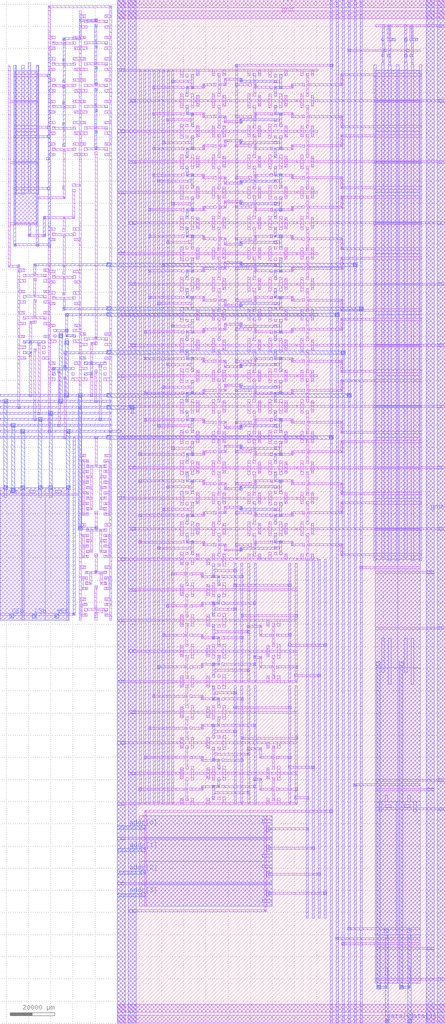
<source format=lef>
VERSION 5.4 ;
NAMESCASESENSITIVE ON ;
BUSBITCHARS "[]" ;
DIVIDERCHAR "/" ;
UNITS
  dataBASE MICRONS 1000 ;
END UNITS
SITE  MacroSite
   CLASS Core ;
   SIZE 148050.0 by 461850.0 ;
END  MacroSite
MACRO sram_2_16_1_scn3me_subm
   CLASS BLOCK ;
   SIZE 148050.0 BY 461850.0 ;
   SYMMETRY X Y R90 ;
   SITE MacroSite ;
   PIN data[0]
      DIRECTION INOUT ;
      PORT
         LAYER metal2 ;
         RECT  120900.0 0.0 121800.0 1800.0 ;
      END
   END data[0]
   PIN data[1]
      DIRECTION INOUT ;
      PORT
         LAYER metal2 ;
         RECT  131100.0 0.0 132000.0 1800.0 ;
      END
   END data[1]
   PIN addr[0]
      DIRECTION INPUT ;
      PORT
         LAYER metal3 ;
         RECT  0.0 87600.0 10800.0 89100.0 ;
      END
   END addr[0]
   PIN addr[1]
      DIRECTION INPUT ;
      PORT
         LAYER metal3 ;
         RECT  0.0 77400.0 10800.0 78900.0 ;
      END
   END addr[1]
   PIN addr[2]
      DIRECTION INPUT ;
      PORT
         LAYER metal3 ;
         RECT  0.0 67200.0 10800.0 68700.0 ;
      END
   END addr[2]
   PIN addr[3]
      DIRECTION INPUT ;
      PORT
         LAYER metal3 ;
         RECT  0.0 57000.0 10800.0 58500.0 ;
      END
   END addr[3]
   PIN CSb
      DIRECTION INPUT ;
      PORT
         LAYER metal3 ;
         RECT  -38400.0 182700.0 -36600.0 184500.0 ;
      END
   END CSb
   PIN WEb
      DIRECTION INPUT ;
      PORT
         LAYER metal3 ;
         RECT  -28200.0 182700.0 -26400.0 184500.0 ;
      END
   END WEb
   PIN OEb
      DIRECTION INPUT ;
      PORT
         LAYER metal3 ;
         RECT  -48600.0 182700.0 -46800.0 184500.0 ;
      END
   END OEb
   PIN clk
      DIRECTION INPUT ;
      PORT
         LAYER metal1 ;
         RECT  -10200.0 181800.0 -9000.0 185400.0 ;
      END
   END clk
   PIN vdd
      DIRECTION INOUT ;
      USE POWER ; 
      SHAPE ABUTMENT ; 
      PORT
         LAYER metal2 ;
         RECT  4950.0 0.0 8550.0 461850.0 ;
         LAYER metal2 ;
         RECT  144450.0 0.0 148050.0 461850.0 ;
         LAYER metal1 ;
         RECT  0.0 4950.0 148050.0 8550.0 ;
         LAYER metal1 ;
         RECT  0.0 458250.0 148050.0 461850.0 ;
      END
   END vdd
   PIN gnd
      DIRECTION INOUT ;
      USE GROUND ; 
      SHAPE ABUTMENT ; 
      PORT
         LAYER metal2 ;
         RECT  0.0 0.0 3600.0 461850.0 ;
         LAYER metal2 ;
         RECT  139500.0 0.0 143100.0 461850.0 ;
         LAYER metal1 ;
         RECT  0.0 0.0 148050.0 3600.0 ;
         LAYER metal1 ;
         RECT  0.0 453300.0 148050.0 456900.0 ;
      END
   END gnd
   OBS
   LAYER  metal1 ;
      RECT  48300.0 215550.0 49200.0 216450.0 ;
      RECT  48300.0 213150.0 49200.0 214050.0 ;
      RECT  46950.0 215550.0 48750.0 216450.0 ;
      RECT  48300.0 213600.0 49200.0 216000.0 ;
      RECT  48750.0 213150.0 50700.0 214050.0 ;
      RECT  100800.0 215550.0 101700.0 216450.0 ;
      RECT  100800.0 211050.0 101700.0 211950.0 ;
      RECT  86850.0 215550.0 101250.0 216450.0 ;
      RECT  100800.0 211500.0 101700.0 216000.0 ;
      RECT  101250.0 211050.0 115800.0 211950.0 ;
      RECT  48300.0 229950.0 49200.0 230850.0 ;
      RECT  48300.0 232350.0 49200.0 233250.0 ;
      RECT  46950.0 229950.0 48750.0 230850.0 ;
      RECT  48300.0 230400.0 49200.0 232800.0 ;
      RECT  48750.0 232350.0 50700.0 233250.0 ;
      RECT  100800.0 229950.0 101700.0 230850.0 ;
      RECT  100800.0 234450.0 101700.0 235350.0 ;
      RECT  86850.0 229950.0 101250.0 230850.0 ;
      RECT  100800.0 230400.0 101700.0 234900.0 ;
      RECT  101250.0 234450.0 115800.0 235350.0 ;
      RECT  48300.0 243150.0 49200.0 244050.0 ;
      RECT  48300.0 240750.0 49200.0 241650.0 ;
      RECT  46950.0 243150.0 48750.0 244050.0 ;
      RECT  48300.0 241200.0 49200.0 243600.0 ;
      RECT  48750.0 240750.0 50700.0 241650.0 ;
      RECT  100800.0 243150.0 101700.0 244050.0 ;
      RECT  100800.0 238650.0 101700.0 239550.0 ;
      RECT  86850.0 243150.0 101250.0 244050.0 ;
      RECT  100800.0 239100.0 101700.0 243600.0 ;
      RECT  101250.0 238650.0 115800.0 239550.0 ;
      RECT  48300.0 257550.0 49200.0 258450.0 ;
      RECT  48300.0 259950.0 49200.0 260850.0 ;
      RECT  46950.0 257550.0 48750.0 258450.0 ;
      RECT  48300.0 258000.0 49200.0 260400.0 ;
      RECT  48750.0 259950.0 50700.0 260850.0 ;
      RECT  100800.0 257550.0 101700.0 258450.0 ;
      RECT  100800.0 262050.0 101700.0 262950.0 ;
      RECT  86850.0 257550.0 101250.0 258450.0 ;
      RECT  100800.0 258000.0 101700.0 262500.0 ;
      RECT  101250.0 262050.0 115800.0 262950.0 ;
      RECT  48300.0 270750.0 49200.0 271650.0 ;
      RECT  48300.0 268350.0 49200.0 269250.0 ;
      RECT  46950.0 270750.0 48750.0 271650.0 ;
      RECT  48300.0 268800.0 49200.0 271200.0 ;
      RECT  48750.0 268350.0 50700.0 269250.0 ;
      RECT  100800.0 270750.0 101700.0 271650.0 ;
      RECT  100800.0 266250.0 101700.0 267150.0 ;
      RECT  86850.0 270750.0 101250.0 271650.0 ;
      RECT  100800.0 266700.0 101700.0 271200.0 ;
      RECT  101250.0 266250.0 115800.0 267150.0 ;
      RECT  48300.0 285150.0 49200.0 286050.0 ;
      RECT  48300.0 287550.0 49200.0 288450.0 ;
      RECT  46950.0 285150.0 48750.0 286050.0 ;
      RECT  48300.0 285600.0 49200.0 288000.0 ;
      RECT  48750.0 287550.0 50700.0 288450.0 ;
      RECT  100800.0 285150.0 101700.0 286050.0 ;
      RECT  100800.0 289650.0 101700.0 290550.0 ;
      RECT  86850.0 285150.0 101250.0 286050.0 ;
      RECT  100800.0 285600.0 101700.0 290100.0 ;
      RECT  101250.0 289650.0 115800.0 290550.0 ;
      RECT  48300.0 298350.0 49200.0 299250.0 ;
      RECT  48300.0 295950.0 49200.0 296850.0 ;
      RECT  46950.0 298350.0 48750.0 299250.0 ;
      RECT  48300.0 296400.0 49200.0 298800.0 ;
      RECT  48750.0 295950.0 50700.0 296850.0 ;
      RECT  100800.0 298350.0 101700.0 299250.0 ;
      RECT  100800.0 293850.0 101700.0 294750.0 ;
      RECT  86850.0 298350.0 101250.0 299250.0 ;
      RECT  100800.0 294300.0 101700.0 298800.0 ;
      RECT  101250.0 293850.0 115800.0 294750.0 ;
      RECT  48300.0 312750.0 49200.0 313650.0 ;
      RECT  48300.0 315150.0 49200.0 316050.0 ;
      RECT  46950.0 312750.0 48750.0 313650.0 ;
      RECT  48300.0 313200.0 49200.0 315600.0 ;
      RECT  48750.0 315150.0 50700.0 316050.0 ;
      RECT  100800.0 312750.0 101700.0 313650.0 ;
      RECT  100800.0 317250.0 101700.0 318150.0 ;
      RECT  86850.0 312750.0 101250.0 313650.0 ;
      RECT  100800.0 313200.0 101700.0 317700.0 ;
      RECT  101250.0 317250.0 115800.0 318150.0 ;
      RECT  48300.0 325950.0 49200.0 326850.0 ;
      RECT  48300.0 323550.0 49200.0 324450.0 ;
      RECT  46950.0 325950.0 48750.0 326850.0 ;
      RECT  48300.0 324000.0 49200.0 326400.0 ;
      RECT  48750.0 323550.0 50700.0 324450.0 ;
      RECT  100800.0 325950.0 101700.0 326850.0 ;
      RECT  100800.0 321450.0 101700.0 322350.0 ;
      RECT  86850.0 325950.0 101250.0 326850.0 ;
      RECT  100800.0 321900.0 101700.0 326400.0 ;
      RECT  101250.0 321450.0 115800.0 322350.0 ;
      RECT  48300.0 340350.0 49200.0 341250.0 ;
      RECT  48300.0 342750.0 49200.0 343650.0 ;
      RECT  46950.0 340350.0 48750.0 341250.0 ;
      RECT  48300.0 340800.0 49200.0 343200.0 ;
      RECT  48750.0 342750.0 50700.0 343650.0 ;
      RECT  100800.0 340350.0 101700.0 341250.0 ;
      RECT  100800.0 344850.0 101700.0 345750.0 ;
      RECT  86850.0 340350.0 101250.0 341250.0 ;
      RECT  100800.0 340800.0 101700.0 345300.0 ;
      RECT  101250.0 344850.0 115800.0 345750.0 ;
      RECT  48300.0 353550.0 49200.0 354450.0 ;
      RECT  48300.0 351150.0 49200.0 352050.0 ;
      RECT  46950.0 353550.0 48750.0 354450.0 ;
      RECT  48300.0 351600.0 49200.0 354000.0 ;
      RECT  48750.0 351150.0 50700.0 352050.0 ;
      RECT  100800.0 353550.0 101700.0 354450.0 ;
      RECT  100800.0 349050.0 101700.0 349950.0 ;
      RECT  86850.0 353550.0 101250.0 354450.0 ;
      RECT  100800.0 349500.0 101700.0 354000.0 ;
      RECT  101250.0 349050.0 115800.0 349950.0 ;
      RECT  48300.0 367950.0 49200.0 368850.0 ;
      RECT  48300.0 370350.0 49200.0 371250.0 ;
      RECT  46950.0 367950.0 48750.0 368850.0 ;
      RECT  48300.0 368400.0 49200.0 370800.0 ;
      RECT  48750.0 370350.0 50700.0 371250.0 ;
      RECT  100800.0 367950.0 101700.0 368850.0 ;
      RECT  100800.0 372450.0 101700.0 373350.0 ;
      RECT  86850.0 367950.0 101250.0 368850.0 ;
      RECT  100800.0 368400.0 101700.0 372900.0 ;
      RECT  101250.0 372450.0 115800.0 373350.0 ;
      RECT  48300.0 381150.0 49200.0 382050.0 ;
      RECT  48300.0 378750.0 49200.0 379650.0 ;
      RECT  46950.0 381150.0 48750.0 382050.0 ;
      RECT  48300.0 379200.0 49200.0 381600.0 ;
      RECT  48750.0 378750.0 50700.0 379650.0 ;
      RECT  100800.0 381150.0 101700.0 382050.0 ;
      RECT  100800.0 376650.0 101700.0 377550.0 ;
      RECT  86850.0 381150.0 101250.0 382050.0 ;
      RECT  100800.0 377100.0 101700.0 381600.0 ;
      RECT  101250.0 376650.0 115800.0 377550.0 ;
      RECT  48300.0 395550.0 49200.0 396450.0 ;
      RECT  48300.0 397950.0 49200.0 398850.0 ;
      RECT  46950.0 395550.0 48750.0 396450.0 ;
      RECT  48300.0 396000.0 49200.0 398400.0 ;
      RECT  48750.0 397950.0 50700.0 398850.0 ;
      RECT  100800.0 395550.0 101700.0 396450.0 ;
      RECT  100800.0 400050.0 101700.0 400950.0 ;
      RECT  86850.0 395550.0 101250.0 396450.0 ;
      RECT  100800.0 396000.0 101700.0 400500.0 ;
      RECT  101250.0 400050.0 115800.0 400950.0 ;
      RECT  48300.0 408750.0 49200.0 409650.0 ;
      RECT  48300.0 406350.0 49200.0 407250.0 ;
      RECT  46950.0 408750.0 48750.0 409650.0 ;
      RECT  48300.0 406800.0 49200.0 409200.0 ;
      RECT  48750.0 406350.0 50700.0 407250.0 ;
      RECT  100800.0 408750.0 101700.0 409650.0 ;
      RECT  100800.0 404250.0 101700.0 405150.0 ;
      RECT  86850.0 408750.0 101250.0 409650.0 ;
      RECT  100800.0 404700.0 101700.0 409200.0 ;
      RECT  101250.0 404250.0 115800.0 405150.0 ;
      RECT  48300.0 423150.0 49200.0 424050.0 ;
      RECT  48300.0 425550.0 49200.0 426450.0 ;
      RECT  46950.0 423150.0 48750.0 424050.0 ;
      RECT  48300.0 423600.0 49200.0 426000.0 ;
      RECT  48750.0 425550.0 50700.0 426450.0 ;
      RECT  100800.0 423150.0 101700.0 424050.0 ;
      RECT  100800.0 427650.0 101700.0 428550.0 ;
      RECT  86850.0 423150.0 101250.0 424050.0 ;
      RECT  100800.0 423600.0 101700.0 428100.0 ;
      RECT  101250.0 427650.0 115800.0 428550.0 ;
      RECT  81300.0 101250.0 85800.0 102150.0 ;
      RECT  78300.0 115050.0 88500.0 115950.0 ;
      RECT  81300.0 156450.0 91200.0 157350.0 ;
      RECT  78300.0 170250.0 93900.0 171150.0 ;
      RECT  1800.0 98550.0 81300.0 99450.0 ;
      RECT  1800.0 126150.0 81300.0 127050.0 ;
      RECT  1800.0 153750.0 81300.0 154650.0 ;
      RECT  1800.0 181350.0 81300.0 182250.0 ;
      RECT  6750.0 112350.0 81300.0 113250.0 ;
      RECT  6750.0 139950.0 81300.0 140850.0 ;
      RECT  6750.0 167550.0 81300.0 168450.0 ;
      RECT  6750.0 195150.0 81300.0 196050.0 ;
      RECT  68700.0 87300.0 85800.0 88200.0 ;
      RECT  68700.0 78600.0 88500.0 79500.0 ;
      RECT  68700.0 66900.0 91200.0 67800.0 ;
      RECT  68700.0 58200.0 93900.0 59100.0 ;
      RECT  1800.0 82950.0 9900.0 83850.0 ;
      RECT  1800.0 62550.0 9900.0 63450.0 ;
      RECT  66300.0 50250.0 67200.0 51150.0 ;
      RECT  66300.0 50700.0 67200.0 52800.0 ;
      RECT  6750.0 50250.0 66750.0 51150.0 ;
      RECT  104700.0 42300.0 116400.0 43200.0 ;
      RECT  99300.0 37800.0 116400.0 38700.0 ;
      RECT  102000.0 35400.0 116400.0 36300.0 ;
      RECT  104700.0 438600.0 116400.0 439500.0 ;
      RECT  107400.0 107100.0 116400.0 108000.0 ;
      RECT  110100.0 205200.0 116400.0 206100.0 ;
      RECT  12300.0 95250.0 13200.0 96150.0 ;
      RECT  12300.0 93600.0 13200.0 95700.0 ;
      RECT  12750.0 95250.0 96600.0 96150.0 ;
      RECT  53850.0 431850.0 97500.0 432750.0 ;
      RECT  116400.0 449700.0 146250.0 450600.0 ;
      RECT  116400.0 177900.0 146250.0 178800.0 ;
      RECT  116400.0 109200.0 146250.0 110100.0 ;
      RECT  116400.0 96300.0 146250.0 97200.0 ;
      RECT  116400.0 19500.0 146250.0 20400.0 ;
      RECT  6750.0 222750.0 146250.0 223650.0 ;
      RECT  6750.0 250350.0 146250.0 251250.0 ;
      RECT  6750.0 277950.0 146250.0 278850.0 ;
      RECT  6750.0 305550.0 146250.0 306450.0 ;
      RECT  6750.0 333150.0 146250.0 334050.0 ;
      RECT  6750.0 360750.0 146250.0 361650.0 ;
      RECT  6750.0 388350.0 146250.0 389250.0 ;
      RECT  6750.0 415950.0 146250.0 416850.0 ;
      RECT  116400.0 33300.0 143100.0 34200.0 ;
      RECT  116400.0 203100.0 143100.0 204000.0 ;
      RECT  116400.0 105000.0 143100.0 105900.0 ;
      RECT  1800.0 208950.0 57000.0 209850.0 ;
      RECT  1800.0 236550.0 57000.0 237450.0 ;
      RECT  1800.0 264150.0 57000.0 265050.0 ;
      RECT  1800.0 291750.0 57000.0 292650.0 ;
      RECT  1800.0 319350.0 57000.0 320250.0 ;
      RECT  1800.0 346950.0 57000.0 347850.0 ;
      RECT  1800.0 374550.0 57000.0 375450.0 ;
      RECT  1800.0 402150.0 57000.0 403050.0 ;
      RECT  1800.0 429750.0 57000.0 430650.0 ;
      RECT  116400.0 209400.0 126600.0 223200.0 ;
      RECT  116400.0 237000.0 126600.0 223200.0 ;
      RECT  116400.0 237000.0 126600.0 250800.0 ;
      RECT  116400.0 264600.0 126600.0 250800.0 ;
      RECT  116400.0 264600.0 126600.0 278400.0 ;
      RECT  116400.0 292200.0 126600.0 278400.0 ;
      RECT  116400.0 292200.0 126600.0 306000.0 ;
      RECT  116400.0 319800.0 126600.0 306000.0 ;
      RECT  116400.0 319800.0 126600.0 333600.0 ;
      RECT  116400.0 347400.0 126600.0 333600.0 ;
      RECT  116400.0 347400.0 126600.0 361200.0 ;
      RECT  116400.0 375000.0 126600.0 361200.0 ;
      RECT  116400.0 375000.0 126600.0 388800.0 ;
      RECT  116400.0 402600.0 126600.0 388800.0 ;
      RECT  116400.0 402600.0 126600.0 416400.0 ;
      RECT  116400.0 430200.0 126600.0 416400.0 ;
      RECT  126600.0 209400.0 136800.0 223200.0 ;
      RECT  126600.0 237000.0 136800.0 223200.0 ;
      RECT  126600.0 237000.0 136800.0 250800.0 ;
      RECT  126600.0 264600.0 136800.0 250800.0 ;
      RECT  126600.0 264600.0 136800.0 278400.0 ;
      RECT  126600.0 292200.0 136800.0 278400.0 ;
      RECT  126600.0 292200.0 136800.0 306000.0 ;
      RECT  126600.0 319800.0 136800.0 306000.0 ;
      RECT  126600.0 319800.0 136800.0 333600.0 ;
      RECT  126600.0 347400.0 136800.0 333600.0 ;
      RECT  126600.0 347400.0 136800.0 361200.0 ;
      RECT  126600.0 375000.0 136800.0 361200.0 ;
      RECT  126600.0 375000.0 136800.0 388800.0 ;
      RECT  126600.0 402600.0 136800.0 388800.0 ;
      RECT  126600.0 402600.0 136800.0 416400.0 ;
      RECT  126600.0 430200.0 136800.0 416400.0 ;
      RECT  115800.0 210900.0 137400.0 212100.0 ;
      RECT  115800.0 234300.0 137400.0 235500.0 ;
      RECT  115800.0 238500.0 137400.0 239700.0 ;
      RECT  115800.0 261900.0 137400.0 263100.0 ;
      RECT  115800.0 266100.0 137400.0 267300.0 ;
      RECT  115800.0 289500.0 137400.0 290700.0 ;
      RECT  115800.0 293700.0 137400.0 294900.0 ;
      RECT  115800.0 317100.0 137400.0 318300.0 ;
      RECT  115800.0 321300.0 137400.0 322500.0 ;
      RECT  115800.0 344700.0 137400.0 345900.0 ;
      RECT  115800.0 348900.0 137400.0 350100.0 ;
      RECT  115800.0 372300.0 137400.0 373500.0 ;
      RECT  115800.0 376500.0 137400.0 377700.0 ;
      RECT  115800.0 399900.0 137400.0 401100.0 ;
      RECT  115800.0 404100.0 137400.0 405300.0 ;
      RECT  115800.0 427500.0 137400.0 428700.0 ;
      RECT  115800.0 222600.0 137400.0 223500.0 ;
      RECT  115800.0 250200.0 137400.0 251100.0 ;
      RECT  115800.0 277800.0 137400.0 278700.0 ;
      RECT  115800.0 305400.0 137400.0 306300.0 ;
      RECT  115800.0 333000.0 137400.0 333900.0 ;
      RECT  115800.0 360600.0 137400.0 361500.0 ;
      RECT  115800.0 388200.0 137400.0 389100.0 ;
      RECT  115800.0 415800.0 137400.0 416700.0 ;
      RECT  121800.0 443400.0 123000.0 450600.0 ;
      RECT  119400.0 436200.0 120600.0 437400.0 ;
      RECT  121800.0 436200.0 123000.0 437400.0 ;
      RECT  121800.0 436200.0 123000.0 437400.0 ;
      RECT  119400.0 436200.0 120600.0 437400.0 ;
      RECT  119400.0 443400.0 120600.0 444600.0 ;
      RECT  121800.0 443400.0 123000.0 444600.0 ;
      RECT  121800.0 443400.0 123000.0 444600.0 ;
      RECT  119400.0 443400.0 120600.0 444600.0 ;
      RECT  121800.0 443400.0 123000.0 444600.0 ;
      RECT  124200.0 443400.0 125400.0 444600.0 ;
      RECT  124200.0 443400.0 125400.0 444600.0 ;
      RECT  121800.0 443400.0 123000.0 444600.0 ;
      RECT  121500.0 438450.0 120300.0 439650.0 ;
      RECT  121800.0 448800.0 123000.0 450000.0 ;
      RECT  119400.0 436200.0 120600.0 437400.0 ;
      RECT  121800.0 436200.0 123000.0 437400.0 ;
      RECT  119400.0 443400.0 120600.0 444600.0 ;
      RECT  124200.0 443400.0 125400.0 444600.0 ;
      RECT  116400.0 438600.0 126600.0 439500.0 ;
      RECT  116400.0 449700.0 126600.0 450600.0 ;
      RECT  132000.0 443400.0 133200.0 450600.0 ;
      RECT  129600.0 436200.0 130800.0 437400.0 ;
      RECT  132000.0 436200.0 133200.0 437400.0 ;
      RECT  132000.0 436200.0 133200.0 437400.0 ;
      RECT  129600.0 436200.0 130800.0 437400.0 ;
      RECT  129600.0 443400.0 130800.0 444600.0 ;
      RECT  132000.0 443400.0 133200.0 444600.0 ;
      RECT  132000.0 443400.0 133200.0 444600.0 ;
      RECT  129600.0 443400.0 130800.0 444600.0 ;
      RECT  132000.0 443400.0 133200.0 444600.0 ;
      RECT  134400.0 443400.0 135600.0 444600.0 ;
      RECT  134400.0 443400.0 135600.0 444600.0 ;
      RECT  132000.0 443400.0 133200.0 444600.0 ;
      RECT  131700.0 438450.0 130500.0 439650.0 ;
      RECT  132000.0 448800.0 133200.0 450000.0 ;
      RECT  129600.0 436200.0 130800.0 437400.0 ;
      RECT  132000.0 436200.0 133200.0 437400.0 ;
      RECT  129600.0 443400.0 130800.0 444600.0 ;
      RECT  134400.0 443400.0 135600.0 444600.0 ;
      RECT  126600.0 438600.0 136800.0 439500.0 ;
      RECT  126600.0 449700.0 136800.0 450600.0 ;
      RECT  116400.0 438600.0 136800.0 439500.0 ;
      RECT  116400.0 449700.0 136800.0 450600.0 ;
      RECT  116400.0 160500.0 126600.0 209400.0 ;
      RECT  126600.0 160500.0 136800.0 209400.0 ;
      RECT  116400.0 205200.0 136800.0 206100.0 ;
      RECT  116400.0 177900.0 136800.0 178800.0 ;
      RECT  116400.0 203100.0 136800.0 204000.0 ;
      RECT  116400.0 99900.0 126600.0 160500.0 ;
      RECT  126600.0 99900.0 136800.0 160500.0 ;
      RECT  116400.0 107100.0 136800.0 108000.0 ;
      RECT  116400.0 109200.0 136800.0 110100.0 ;
      RECT  116400.0 105000.0 136800.0 105900.0 ;
      RECT  116400.0 39900.0 126600.0 99900.0 ;
      RECT  136800.0 39900.0 126600.0 99900.0 ;
      RECT  116400.0 42300.0 136800.0 43200.0 ;
      RECT  116400.0 96300.0 136800.0 97200.0 ;
      RECT  116400.0 39900.0 126600.0 18000.0 ;
      RECT  126600.0 39900.0 136800.0 18000.0 ;
      RECT  116400.0 36300.0 136800.0 35400.0 ;
      RECT  116400.0 38700.0 136800.0 37800.0 ;
      RECT  116400.0 20400.0 136800.0 19500.0 ;
      RECT  116400.0 34200.0 136800.0 33300.0 ;
      RECT  38550.0 216750.0 39450.0 217650.0 ;
      RECT  38550.0 215550.0 39450.0 216450.0 ;
      RECT  34500.0 216750.0 39000.0 217650.0 ;
      RECT  38550.0 216000.0 39450.0 217200.0 ;
      RECT  39000.0 215550.0 43500.0 216450.0 ;
      RECT  38550.0 228750.0 39450.0 229650.0 ;
      RECT  38550.0 229950.0 39450.0 230850.0 ;
      RECT  34500.0 228750.0 39000.0 229650.0 ;
      RECT  38550.0 229200.0 39450.0 230400.0 ;
      RECT  39000.0 229950.0 43500.0 230850.0 ;
      RECT  38550.0 244350.0 39450.0 245250.0 ;
      RECT  38550.0 243150.0 39450.0 244050.0 ;
      RECT  34500.0 244350.0 39000.0 245250.0 ;
      RECT  38550.0 243600.0 39450.0 244800.0 ;
      RECT  39000.0 243150.0 43500.0 244050.0 ;
      RECT  38550.0 256350.0 39450.0 257250.0 ;
      RECT  38550.0 257550.0 39450.0 258450.0 ;
      RECT  34500.0 256350.0 39000.0 257250.0 ;
      RECT  38550.0 256800.0 39450.0 258000.0 ;
      RECT  39000.0 257550.0 43500.0 258450.0 ;
      RECT  38550.0 271950.0 39450.0 272850.0 ;
      RECT  38550.0 270750.0 39450.0 271650.0 ;
      RECT  34500.0 271950.0 39000.0 272850.0 ;
      RECT  38550.0 271200.0 39450.0 272400.0 ;
      RECT  39000.0 270750.0 43500.0 271650.0 ;
      RECT  38550.0 283950.0 39450.0 284850.0 ;
      RECT  38550.0 285150.0 39450.0 286050.0 ;
      RECT  34500.0 283950.0 39000.0 284850.0 ;
      RECT  38550.0 284400.0 39450.0 285600.0 ;
      RECT  39000.0 285150.0 43500.0 286050.0 ;
      RECT  38550.0 299550.0 39450.0 300450.0 ;
      RECT  38550.0 298350.0 39450.0 299250.0 ;
      RECT  34500.0 299550.0 39000.0 300450.0 ;
      RECT  38550.0 298800.0 39450.0 300000.0 ;
      RECT  39000.0 298350.0 43500.0 299250.0 ;
      RECT  38550.0 311550.0 39450.0 312450.0 ;
      RECT  38550.0 312750.0 39450.0 313650.0 ;
      RECT  34500.0 311550.0 39000.0 312450.0 ;
      RECT  38550.0 312000.0 39450.0 313200.0 ;
      RECT  39000.0 312750.0 43500.0 313650.0 ;
      RECT  38550.0 327150.0 39450.0 328050.0 ;
      RECT  38550.0 325950.0 39450.0 326850.0 ;
      RECT  34500.0 327150.0 39000.0 328050.0 ;
      RECT  38550.0 326400.0 39450.0 327600.0 ;
      RECT  39000.0 325950.0 43500.0 326850.0 ;
      RECT  38550.0 339150.0 39450.0 340050.0 ;
      RECT  38550.0 340350.0 39450.0 341250.0 ;
      RECT  34500.0 339150.0 39000.0 340050.0 ;
      RECT  38550.0 339600.0 39450.0 340800.0 ;
      RECT  39000.0 340350.0 43500.0 341250.0 ;
      RECT  38550.0 354750.0 39450.0 355650.0 ;
      RECT  38550.0 353550.0 39450.0 354450.0 ;
      RECT  34500.0 354750.0 39000.0 355650.0 ;
      RECT  38550.0 354000.0 39450.0 355200.0 ;
      RECT  39000.0 353550.0 43500.0 354450.0 ;
      RECT  38550.0 366750.0 39450.0 367650.0 ;
      RECT  38550.0 367950.0 39450.0 368850.0 ;
      RECT  34500.0 366750.0 39000.0 367650.0 ;
      RECT  38550.0 367200.0 39450.0 368400.0 ;
      RECT  39000.0 367950.0 43500.0 368850.0 ;
      RECT  38550.0 382350.0 39450.0 383250.0 ;
      RECT  38550.0 381150.0 39450.0 382050.0 ;
      RECT  34500.0 382350.0 39000.0 383250.0 ;
      RECT  38550.0 381600.0 39450.0 382800.0 ;
      RECT  39000.0 381150.0 43500.0 382050.0 ;
      RECT  38550.0 394350.0 39450.0 395250.0 ;
      RECT  38550.0 395550.0 39450.0 396450.0 ;
      RECT  34500.0 394350.0 39000.0 395250.0 ;
      RECT  38550.0 394800.0 39450.0 396000.0 ;
      RECT  39000.0 395550.0 43500.0 396450.0 ;
      RECT  38550.0 409950.0 39450.0 410850.0 ;
      RECT  38550.0 408750.0 39450.0 409650.0 ;
      RECT  34500.0 409950.0 39000.0 410850.0 ;
      RECT  38550.0 409200.0 39450.0 410400.0 ;
      RECT  39000.0 408750.0 43500.0 409650.0 ;
      RECT  38550.0 421950.0 39450.0 422850.0 ;
      RECT  38550.0 423150.0 39450.0 424050.0 ;
      RECT  34500.0 421950.0 39000.0 422850.0 ;
      RECT  38550.0 422400.0 39450.0 423600.0 ;
      RECT  39000.0 423150.0 43500.0 424050.0 ;
      RECT  10350.0 105150.0 26700.0 106050.0 ;
      RECT  12450.0 119550.0 26700.0 120450.0 ;
      RECT  14550.0 132750.0 26700.0 133650.0 ;
      RECT  16650.0 147150.0 26700.0 148050.0 ;
      RECT  18750.0 160350.0 26700.0 161250.0 ;
      RECT  20850.0 174750.0 26700.0 175650.0 ;
      RECT  22950.0 187950.0 26700.0 188850.0 ;
      RECT  25050.0 202350.0 26700.0 203250.0 ;
      RECT  10350.0 216750.0 29100.0 217650.0 ;
      RECT  18750.0 214050.0 32100.0 214950.0 ;
      RECT  10350.0 228750.0 29100.0 229650.0 ;
      RECT  20850.0 231450.0 32100.0 232350.0 ;
      RECT  10350.0 244350.0 29100.0 245250.0 ;
      RECT  22950.0 241650.0 32100.0 242550.0 ;
      RECT  10350.0 256350.0 29100.0 257250.0 ;
      RECT  25050.0 259050.0 32100.0 259950.0 ;
      RECT  12450.0 271950.0 29100.0 272850.0 ;
      RECT  18750.0 269250.0 32100.0 270150.0 ;
      RECT  12450.0 283950.0 29100.0 284850.0 ;
      RECT  20850.0 286650.0 32100.0 287550.0 ;
      RECT  12450.0 299550.0 29100.0 300450.0 ;
      RECT  22950.0 296850.0 32100.0 297750.0 ;
      RECT  12450.0 311550.0 29100.0 312450.0 ;
      RECT  25050.0 314250.0 32100.0 315150.0 ;
      RECT  14550.0 327150.0 29100.0 328050.0 ;
      RECT  18750.0 324450.0 32100.0 325350.0 ;
      RECT  14550.0 339150.0 29100.0 340050.0 ;
      RECT  20850.0 341850.0 32100.0 342750.0 ;
      RECT  14550.0 354750.0 29100.0 355650.0 ;
      RECT  22950.0 352050.0 32100.0 352950.0 ;
      RECT  14550.0 366750.0 29100.0 367650.0 ;
      RECT  25050.0 369450.0 32100.0 370350.0 ;
      RECT  16650.0 382350.0 29100.0 383250.0 ;
      RECT  18750.0 379650.0 32100.0 380550.0 ;
      RECT  16650.0 394350.0 29100.0 395250.0 ;
      RECT  20850.0 397050.0 32100.0 397950.0 ;
      RECT  16650.0 409950.0 29100.0 410850.0 ;
      RECT  22950.0 407250.0 32100.0 408150.0 ;
      RECT  16650.0 421950.0 29100.0 422850.0 ;
      RECT  25050.0 424650.0 32100.0 425550.0 ;
      RECT  65250.0 105150.0 64350.0 106050.0 ;
      RECT  65250.0 109650.0 64350.0 110550.0 ;
      RECT  69450.0 105150.0 64800.0 106050.0 ;
      RECT  65250.0 105600.0 64350.0 110100.0 ;
      RECT  64800.0 109650.0 62250.0 110550.0 ;
      RECT  80850.0 105150.0 72900.0 106050.0 ;
      RECT  65250.0 119550.0 64350.0 120450.0 ;
      RECT  65250.0 123450.0 64350.0 124350.0 ;
      RECT  69450.0 119550.0 64800.0 120450.0 ;
      RECT  65250.0 120000.0 64350.0 123900.0 ;
      RECT  64800.0 123450.0 59250.0 124350.0 ;
      RECT  77850.0 119550.0 72900.0 120450.0 ;
      RECT  80850.0 128250.0 56250.0 129150.0 ;
      RECT  77850.0 142050.0 53250.0 142950.0 ;
      RECT  62250.0 106350.0 48300.0 107250.0 ;
      RECT  59250.0 103650.0 45300.0 104550.0 ;
      RECT  56250.0 118350.0 48300.0 119250.0 ;
      RECT  59250.0 121050.0 45300.0 121950.0 ;
      RECT  62250.0 133950.0 48300.0 134850.0 ;
      RECT  53250.0 131250.0 45300.0 132150.0 ;
      RECT  56250.0 145950.0 48300.0 146850.0 ;
      RECT  53250.0 148650.0 45300.0 149550.0 ;
      RECT  38850.0 106350.0 37950.0 107250.0 ;
      RECT  38850.0 105150.0 37950.0 106050.0 ;
      RECT  42900.0 106350.0 38400.0 107250.0 ;
      RECT  38850.0 105600.0 37950.0 106800.0 ;
      RECT  38400.0 105150.0 33900.0 106050.0 ;
      RECT  38850.0 118350.0 37950.0 119250.0 ;
      RECT  38850.0 119550.0 37950.0 120450.0 ;
      RECT  42900.0 118350.0 38400.0 119250.0 ;
      RECT  38850.0 118800.0 37950.0 120000.0 ;
      RECT  38400.0 119550.0 33900.0 120450.0 ;
      RECT  38850.0 133950.0 37950.0 134850.0 ;
      RECT  38850.0 132750.0 37950.0 133650.0 ;
      RECT  42900.0 133950.0 38400.0 134850.0 ;
      RECT  38850.0 133200.0 37950.0 134400.0 ;
      RECT  38400.0 132750.0 33900.0 133650.0 ;
      RECT  38850.0 145950.0 37950.0 146850.0 ;
      RECT  38850.0 147150.0 37950.0 148050.0 ;
      RECT  42900.0 145950.0 38400.0 146850.0 ;
      RECT  38850.0 146400.0 37950.0 147600.0 ;
      RECT  38400.0 147150.0 33900.0 148050.0 ;
      RECT  68700.0 110850.0 67500.0 112800.0 ;
      RECT  68700.0 99000.0 67500.0 100950.0 ;
      RECT  73500.0 100350.0 72300.0 98550.0 ;
      RECT  73500.0 109650.0 72300.0 113250.0 ;
      RECT  70800.0 100350.0 69900.0 109650.0 ;
      RECT  73500.0 109650.0 72300.0 110850.0 ;
      RECT  71100.0 109650.0 69900.0 110850.0 ;
      RECT  71100.0 109650.0 69900.0 110850.0 ;
      RECT  73500.0 109650.0 72300.0 110850.0 ;
      RECT  73500.0 100350.0 72300.0 101550.0 ;
      RECT  71100.0 100350.0 69900.0 101550.0 ;
      RECT  71100.0 100350.0 69900.0 101550.0 ;
      RECT  73500.0 100350.0 72300.0 101550.0 ;
      RECT  68700.0 110250.0 67500.0 111450.0 ;
      RECT  68700.0 100350.0 67500.0 101550.0 ;
      RECT  72900.0 105000.0 71700.0 106200.0 ;
      RECT  72900.0 105000.0 71700.0 106200.0 ;
      RECT  70350.0 105150.0 69450.0 106050.0 ;
      RECT  75300.0 112350.0 65700.0 113250.0 ;
      RECT  75300.0 98550.0 65700.0 99450.0 ;
      RECT  68700.0 114750.0 67500.0 112800.0 ;
      RECT  68700.0 126600.0 67500.0 124650.0 ;
      RECT  73500.0 125250.0 72300.0 127050.0 ;
      RECT  73500.0 115950.0 72300.0 112350.0 ;
      RECT  70800.0 125250.0 69900.0 115950.0 ;
      RECT  73500.0 115950.0 72300.0 114750.0 ;
      RECT  71100.0 115950.0 69900.0 114750.0 ;
      RECT  71100.0 115950.0 69900.0 114750.0 ;
      RECT  73500.0 115950.0 72300.0 114750.0 ;
      RECT  73500.0 125250.0 72300.0 124050.0 ;
      RECT  71100.0 125250.0 69900.0 124050.0 ;
      RECT  71100.0 125250.0 69900.0 124050.0 ;
      RECT  73500.0 125250.0 72300.0 124050.0 ;
      RECT  68700.0 115350.0 67500.0 114150.0 ;
      RECT  68700.0 125250.0 67500.0 124050.0 ;
      RECT  72900.0 120600.0 71700.0 119400.0 ;
      RECT  72900.0 120600.0 71700.0 119400.0 ;
      RECT  70350.0 120450.0 69450.0 119550.0 ;
      RECT  75300.0 113250.0 65700.0 112350.0 ;
      RECT  75300.0 127050.0 65700.0 126150.0 ;
      RECT  29700.0 110850.0 28500.0 112800.0 ;
      RECT  29700.0 99000.0 28500.0 100950.0 ;
      RECT  34500.0 100350.0 33300.0 98550.0 ;
      RECT  34500.0 109650.0 33300.0 113250.0 ;
      RECT  31800.0 100350.0 30900.0 109650.0 ;
      RECT  34500.0 109650.0 33300.0 110850.0 ;
      RECT  32100.0 109650.0 30900.0 110850.0 ;
      RECT  32100.0 109650.0 30900.0 110850.0 ;
      RECT  34500.0 109650.0 33300.0 110850.0 ;
      RECT  34500.0 100350.0 33300.0 101550.0 ;
      RECT  32100.0 100350.0 30900.0 101550.0 ;
      RECT  32100.0 100350.0 30900.0 101550.0 ;
      RECT  34500.0 100350.0 33300.0 101550.0 ;
      RECT  29700.0 110250.0 28500.0 111450.0 ;
      RECT  29700.0 100350.0 28500.0 101550.0 ;
      RECT  33900.0 105000.0 32700.0 106200.0 ;
      RECT  33900.0 105000.0 32700.0 106200.0 ;
      RECT  31350.0 105150.0 30450.0 106050.0 ;
      RECT  36300.0 112350.0 26700.0 113250.0 ;
      RECT  36300.0 98550.0 26700.0 99450.0 ;
      RECT  29700.0 114750.0 28500.0 112800.0 ;
      RECT  29700.0 126600.0 28500.0 124650.0 ;
      RECT  34500.0 125250.0 33300.0 127050.0 ;
      RECT  34500.0 115950.0 33300.0 112350.0 ;
      RECT  31800.0 125250.0 30900.0 115950.0 ;
      RECT  34500.0 115950.0 33300.0 114750.0 ;
      RECT  32100.0 115950.0 30900.0 114750.0 ;
      RECT  32100.0 115950.0 30900.0 114750.0 ;
      RECT  34500.0 115950.0 33300.0 114750.0 ;
      RECT  34500.0 125250.0 33300.0 124050.0 ;
      RECT  32100.0 125250.0 30900.0 124050.0 ;
      RECT  32100.0 125250.0 30900.0 124050.0 ;
      RECT  34500.0 125250.0 33300.0 124050.0 ;
      RECT  29700.0 115350.0 28500.0 114150.0 ;
      RECT  29700.0 125250.0 28500.0 124050.0 ;
      RECT  33900.0 120600.0 32700.0 119400.0 ;
      RECT  33900.0 120600.0 32700.0 119400.0 ;
      RECT  31350.0 120450.0 30450.0 119550.0 ;
      RECT  36300.0 113250.0 26700.0 112350.0 ;
      RECT  36300.0 127050.0 26700.0 126150.0 ;
      RECT  29700.0 138450.0 28500.0 140400.0 ;
      RECT  29700.0 126600.0 28500.0 128550.0 ;
      RECT  34500.0 127950.0 33300.0 126150.0 ;
      RECT  34500.0 137250.0 33300.0 140850.0 ;
      RECT  31800.0 127950.0 30900.0 137250.0 ;
      RECT  34500.0 137250.0 33300.0 138450.0 ;
      RECT  32100.0 137250.0 30900.0 138450.0 ;
      RECT  32100.0 137250.0 30900.0 138450.0 ;
      RECT  34500.0 137250.0 33300.0 138450.0 ;
      RECT  34500.0 127950.0 33300.0 129150.0 ;
      RECT  32100.0 127950.0 30900.0 129150.0 ;
      RECT  32100.0 127950.0 30900.0 129150.0 ;
      RECT  34500.0 127950.0 33300.0 129150.0 ;
      RECT  29700.0 137850.0 28500.0 139050.0 ;
      RECT  29700.0 127950.0 28500.0 129150.0 ;
      RECT  33900.0 132600.0 32700.0 133800.0 ;
      RECT  33900.0 132600.0 32700.0 133800.0 ;
      RECT  31350.0 132750.0 30450.0 133650.0 ;
      RECT  36300.0 139950.0 26700.0 140850.0 ;
      RECT  36300.0 126150.0 26700.0 127050.0 ;
      RECT  29700.0 142350.0 28500.0 140400.0 ;
      RECT  29700.0 154200.0 28500.0 152250.0 ;
      RECT  34500.0 152850.0 33300.0 154650.0 ;
      RECT  34500.0 143550.0 33300.0 139950.0 ;
      RECT  31800.0 152850.0 30900.0 143550.0 ;
      RECT  34500.0 143550.0 33300.0 142350.0 ;
      RECT  32100.0 143550.0 30900.0 142350.0 ;
      RECT  32100.0 143550.0 30900.0 142350.0 ;
      RECT  34500.0 143550.0 33300.0 142350.0 ;
      RECT  34500.0 152850.0 33300.0 151650.0 ;
      RECT  32100.0 152850.0 30900.0 151650.0 ;
      RECT  32100.0 152850.0 30900.0 151650.0 ;
      RECT  34500.0 152850.0 33300.0 151650.0 ;
      RECT  29700.0 142950.0 28500.0 141750.0 ;
      RECT  29700.0 152850.0 28500.0 151650.0 ;
      RECT  33900.0 148200.0 32700.0 147000.0 ;
      RECT  33900.0 148200.0 32700.0 147000.0 ;
      RECT  31350.0 148050.0 30450.0 147150.0 ;
      RECT  36300.0 140850.0 26700.0 139950.0 ;
      RECT  36300.0 154650.0 26700.0 153750.0 ;
      RECT  48900.0 100950.0 47700.0 98550.0 ;
      RECT  48900.0 109650.0 47700.0 113250.0 ;
      RECT  44100.0 109650.0 42900.0 113250.0 ;
      RECT  41700.0 110850.0 40500.0 112800.0 ;
      RECT  41700.0 99000.0 40500.0 100950.0 ;
      RECT  48900.0 109650.0 47700.0 110850.0 ;
      RECT  46500.0 109650.0 45300.0 110850.0 ;
      RECT  46500.0 109650.0 45300.0 110850.0 ;
      RECT  48900.0 109650.0 47700.0 110850.0 ;
      RECT  46500.0 109650.0 45300.0 110850.0 ;
      RECT  44100.0 109650.0 42900.0 110850.0 ;
      RECT  44100.0 109650.0 42900.0 110850.0 ;
      RECT  46500.0 109650.0 45300.0 110850.0 ;
      RECT  48900.0 100950.0 47700.0 102150.0 ;
      RECT  46500.0 100950.0 45300.0 102150.0 ;
      RECT  46500.0 100950.0 45300.0 102150.0 ;
      RECT  48900.0 100950.0 47700.0 102150.0 ;
      RECT  46500.0 100950.0 45300.0 102150.0 ;
      RECT  44100.0 100950.0 42900.0 102150.0 ;
      RECT  44100.0 100950.0 42900.0 102150.0 ;
      RECT  46500.0 100950.0 45300.0 102150.0 ;
      RECT  41700.0 110250.0 40500.0 111450.0 ;
      RECT  41700.0 100350.0 40500.0 101550.0 ;
      RECT  44100.0 103500.0 45300.0 104700.0 ;
      RECT  47100.0 106200.0 48300.0 107400.0 ;
      RECT  46500.0 109650.0 45300.0 110850.0 ;
      RECT  44100.0 100950.0 42900.0 102150.0 ;
      RECT  42900.0 106200.0 44100.0 107400.0 ;
      RECT  48300.0 106200.0 47100.0 107400.0 ;
      RECT  45300.0 103500.0 44100.0 104700.0 ;
      RECT  44100.0 106200.0 42900.0 107400.0 ;
      RECT  50700.0 112350.0 36300.0 113250.0 ;
      RECT  50700.0 98550.0 36300.0 99450.0 ;
      RECT  48900.0 124650.0 47700.0 127050.0 ;
      RECT  48900.0 115950.0 47700.0 112350.0 ;
      RECT  44100.0 115950.0 42900.0 112350.0 ;
      RECT  41700.0 114750.0 40500.0 112800.0 ;
      RECT  41700.0 126600.0 40500.0 124650.0 ;
      RECT  48900.0 115950.0 47700.0 114750.0 ;
      RECT  46500.0 115950.0 45300.0 114750.0 ;
      RECT  46500.0 115950.0 45300.0 114750.0 ;
      RECT  48900.0 115950.0 47700.0 114750.0 ;
      RECT  46500.0 115950.0 45300.0 114750.0 ;
      RECT  44100.0 115950.0 42900.0 114750.0 ;
      RECT  44100.0 115950.0 42900.0 114750.0 ;
      RECT  46500.0 115950.0 45300.0 114750.0 ;
      RECT  48900.0 124650.0 47700.0 123450.0 ;
      RECT  46500.0 124650.0 45300.0 123450.0 ;
      RECT  46500.0 124650.0 45300.0 123450.0 ;
      RECT  48900.0 124650.0 47700.0 123450.0 ;
      RECT  46500.0 124650.0 45300.0 123450.0 ;
      RECT  44100.0 124650.0 42900.0 123450.0 ;
      RECT  44100.0 124650.0 42900.0 123450.0 ;
      RECT  46500.0 124650.0 45300.0 123450.0 ;
      RECT  41700.0 115350.0 40500.0 114150.0 ;
      RECT  41700.0 125250.0 40500.0 124050.0 ;
      RECT  44100.0 122100.0 45300.0 120900.0 ;
      RECT  47100.0 119400.0 48300.0 118200.0 ;
      RECT  46500.0 115950.0 45300.0 114750.0 ;
      RECT  44100.0 124650.0 42900.0 123450.0 ;
      RECT  42900.0 119400.0 44100.0 118200.0 ;
      RECT  48300.0 119400.0 47100.0 118200.0 ;
      RECT  45300.0 122100.0 44100.0 120900.0 ;
      RECT  44100.0 119400.0 42900.0 118200.0 ;
      RECT  50700.0 113250.0 36300.0 112350.0 ;
      RECT  50700.0 127050.0 36300.0 126150.0 ;
      RECT  48900.0 128550.0 47700.0 126150.0 ;
      RECT  48900.0 137250.0 47700.0 140850.0 ;
      RECT  44100.0 137250.0 42900.0 140850.0 ;
      RECT  41700.0 138450.0 40500.0 140400.0 ;
      RECT  41700.0 126600.0 40500.0 128550.0 ;
      RECT  48900.0 137250.0 47700.0 138450.0 ;
      RECT  46500.0 137250.0 45300.0 138450.0 ;
      RECT  46500.0 137250.0 45300.0 138450.0 ;
      RECT  48900.0 137250.0 47700.0 138450.0 ;
      RECT  46500.0 137250.0 45300.0 138450.0 ;
      RECT  44100.0 137250.0 42900.0 138450.0 ;
      RECT  44100.0 137250.0 42900.0 138450.0 ;
      RECT  46500.0 137250.0 45300.0 138450.0 ;
      RECT  48900.0 128550.0 47700.0 129750.0 ;
      RECT  46500.0 128550.0 45300.0 129750.0 ;
      RECT  46500.0 128550.0 45300.0 129750.0 ;
      RECT  48900.0 128550.0 47700.0 129750.0 ;
      RECT  46500.0 128550.0 45300.0 129750.0 ;
      RECT  44100.0 128550.0 42900.0 129750.0 ;
      RECT  44100.0 128550.0 42900.0 129750.0 ;
      RECT  46500.0 128550.0 45300.0 129750.0 ;
      RECT  41700.0 137850.0 40500.0 139050.0 ;
      RECT  41700.0 127950.0 40500.0 129150.0 ;
      RECT  44100.0 131100.0 45300.0 132300.0 ;
      RECT  47100.0 133800.0 48300.0 135000.0 ;
      RECT  46500.0 137250.0 45300.0 138450.0 ;
      RECT  44100.0 128550.0 42900.0 129750.0 ;
      RECT  42900.0 133800.0 44100.0 135000.0 ;
      RECT  48300.0 133800.0 47100.0 135000.0 ;
      RECT  45300.0 131100.0 44100.0 132300.0 ;
      RECT  44100.0 133800.0 42900.0 135000.0 ;
      RECT  50700.0 139950.0 36300.0 140850.0 ;
      RECT  50700.0 126150.0 36300.0 127050.0 ;
      RECT  48900.0 152250.0 47700.0 154650.0 ;
      RECT  48900.0 143550.0 47700.0 139950.0 ;
      RECT  44100.0 143550.0 42900.0 139950.0 ;
      RECT  41700.0 142350.0 40500.0 140400.0 ;
      RECT  41700.0 154200.0 40500.0 152250.0 ;
      RECT  48900.0 143550.0 47700.0 142350.0 ;
      RECT  46500.0 143550.0 45300.0 142350.0 ;
      RECT  46500.0 143550.0 45300.0 142350.0 ;
      RECT  48900.0 143550.0 47700.0 142350.0 ;
      RECT  46500.0 143550.0 45300.0 142350.0 ;
      RECT  44100.0 143550.0 42900.0 142350.0 ;
      RECT  44100.0 143550.0 42900.0 142350.0 ;
      RECT  46500.0 143550.0 45300.0 142350.0 ;
      RECT  48900.0 152250.0 47700.0 151050.0 ;
      RECT  46500.0 152250.0 45300.0 151050.0 ;
      RECT  46500.0 152250.0 45300.0 151050.0 ;
      RECT  48900.0 152250.0 47700.0 151050.0 ;
      RECT  46500.0 152250.0 45300.0 151050.0 ;
      RECT  44100.0 152250.0 42900.0 151050.0 ;
      RECT  44100.0 152250.0 42900.0 151050.0 ;
      RECT  46500.0 152250.0 45300.0 151050.0 ;
      RECT  41700.0 142950.0 40500.0 141750.0 ;
      RECT  41700.0 152850.0 40500.0 151650.0 ;
      RECT  44100.0 149700.0 45300.0 148500.0 ;
      RECT  47100.0 147000.0 48300.0 145800.0 ;
      RECT  46500.0 143550.0 45300.0 142350.0 ;
      RECT  44100.0 152250.0 42900.0 151050.0 ;
      RECT  42900.0 147000.0 44100.0 145800.0 ;
      RECT  48300.0 147000.0 47100.0 145800.0 ;
      RECT  45300.0 149700.0 44100.0 148500.0 ;
      RECT  44100.0 147000.0 42900.0 145800.0 ;
      RECT  50700.0 140850.0 36300.0 139950.0 ;
      RECT  50700.0 154650.0 36300.0 153750.0 ;
      RECT  61650.0 109500.0 62850.0 110700.0 ;
      RECT  80250.0 105000.0 81450.0 106200.0 ;
      RECT  58650.0 123300.0 59850.0 124500.0 ;
      RECT  77250.0 119400.0 78450.0 120600.0 ;
      RECT  80250.0 128100.0 81450.0 129300.0 ;
      RECT  55650.0 128100.0 56850.0 129300.0 ;
      RECT  77250.0 141900.0 78450.0 143100.0 ;
      RECT  52650.0 141900.0 53850.0 143100.0 ;
      RECT  61650.0 106200.0 62850.0 107400.0 ;
      RECT  58650.0 103500.0 59850.0 104700.0 ;
      RECT  55650.0 118200.0 56850.0 119400.0 ;
      RECT  58650.0 120900.0 59850.0 122100.0 ;
      RECT  61650.0 133800.0 62850.0 135000.0 ;
      RECT  52650.0 131100.0 53850.0 132300.0 ;
      RECT  55650.0 145800.0 56850.0 147000.0 ;
      RECT  52650.0 148500.0 53850.0 149700.0 ;
      RECT  30450.0 105150.0 26700.0 106050.0 ;
      RECT  30450.0 119550.0 26700.0 120450.0 ;
      RECT  30450.0 132750.0 26700.0 133650.0 ;
      RECT  30450.0 147150.0 26700.0 148050.0 ;
      RECT  81300.0 112350.0 26700.0 113250.0 ;
      RECT  81300.0 139950.0 26700.0 140850.0 ;
      RECT  81300.0 98550.0 26700.0 99450.0 ;
      RECT  81300.0 126150.0 26700.0 127050.0 ;
      RECT  81300.0 153750.0 26700.0 154650.0 ;
      RECT  65250.0 160350.0 64350.0 161250.0 ;
      RECT  65250.0 164850.0 64350.0 165750.0 ;
      RECT  69450.0 160350.0 64800.0 161250.0 ;
      RECT  65250.0 160800.0 64350.0 165300.0 ;
      RECT  64800.0 164850.0 62250.0 165750.0 ;
      RECT  80850.0 160350.0 72900.0 161250.0 ;
      RECT  65250.0 174750.0 64350.0 175650.0 ;
      RECT  65250.0 178650.0 64350.0 179550.0 ;
      RECT  69450.0 174750.0 64800.0 175650.0 ;
      RECT  65250.0 175200.0 64350.0 179100.0 ;
      RECT  64800.0 178650.0 59250.0 179550.0 ;
      RECT  77850.0 174750.0 72900.0 175650.0 ;
      RECT  80850.0 183450.0 56250.0 184350.0 ;
      RECT  77850.0 197250.0 53250.0 198150.0 ;
      RECT  62250.0 161550.0 48300.0 162450.0 ;
      RECT  59250.0 158850.0 45300.0 159750.0 ;
      RECT  56250.0 173550.0 48300.0 174450.0 ;
      RECT  59250.0 176250.0 45300.0 177150.0 ;
      RECT  62250.0 189150.0 48300.0 190050.0 ;
      RECT  53250.0 186450.0 45300.0 187350.0 ;
      RECT  56250.0 201150.0 48300.0 202050.0 ;
      RECT  53250.0 203850.0 45300.0 204750.0 ;
      RECT  38850.0 161550.0 37950.0 162450.0 ;
      RECT  38850.0 160350.0 37950.0 161250.0 ;
      RECT  42900.0 161550.0 38400.0 162450.0 ;
      RECT  38850.0 160800.0 37950.0 162000.0 ;
      RECT  38400.0 160350.0 33900.0 161250.0 ;
      RECT  38850.0 173550.0 37950.0 174450.0 ;
      RECT  38850.0 174750.0 37950.0 175650.0 ;
      RECT  42900.0 173550.0 38400.0 174450.0 ;
      RECT  38850.0 174000.0 37950.0 175200.0 ;
      RECT  38400.0 174750.0 33900.0 175650.0 ;
      RECT  38850.0 189150.0 37950.0 190050.0 ;
      RECT  38850.0 187950.0 37950.0 188850.0 ;
      RECT  42900.0 189150.0 38400.0 190050.0 ;
      RECT  38850.0 188400.0 37950.0 189600.0 ;
      RECT  38400.0 187950.0 33900.0 188850.0 ;
      RECT  38850.0 201150.0 37950.0 202050.0 ;
      RECT  38850.0 202350.0 37950.0 203250.0 ;
      RECT  42900.0 201150.0 38400.0 202050.0 ;
      RECT  38850.0 201600.0 37950.0 202800.0 ;
      RECT  38400.0 202350.0 33900.0 203250.0 ;
      RECT  68700.0 166050.0 67500.0 168000.0 ;
      RECT  68700.0 154200.0 67500.0 156150.0 ;
      RECT  73500.0 155550.0 72300.0 153750.0 ;
      RECT  73500.0 164850.0 72300.0 168450.0 ;
      RECT  70800.0 155550.0 69900.0 164850.0 ;
      RECT  73500.0 164850.0 72300.0 166050.0 ;
      RECT  71100.0 164850.0 69900.0 166050.0 ;
      RECT  71100.0 164850.0 69900.0 166050.0 ;
      RECT  73500.0 164850.0 72300.0 166050.0 ;
      RECT  73500.0 155550.0 72300.0 156750.0 ;
      RECT  71100.0 155550.0 69900.0 156750.0 ;
      RECT  71100.0 155550.0 69900.0 156750.0 ;
      RECT  73500.0 155550.0 72300.0 156750.0 ;
      RECT  68700.0 165450.0 67500.0 166650.0 ;
      RECT  68700.0 155550.0 67500.0 156750.0 ;
      RECT  72900.0 160200.0 71700.0 161400.0 ;
      RECT  72900.0 160200.0 71700.0 161400.0 ;
      RECT  70350.0 160350.0 69450.0 161250.0 ;
      RECT  75300.0 167550.0 65700.0 168450.0 ;
      RECT  75300.0 153750.0 65700.0 154650.0 ;
      RECT  68700.0 169950.0 67500.0 168000.0 ;
      RECT  68700.0 181800.0 67500.0 179850.0 ;
      RECT  73500.0 180450.0 72300.0 182250.0 ;
      RECT  73500.0 171150.0 72300.0 167550.0 ;
      RECT  70800.0 180450.0 69900.0 171150.0 ;
      RECT  73500.0 171150.0 72300.0 169950.0 ;
      RECT  71100.0 171150.0 69900.0 169950.0 ;
      RECT  71100.0 171150.0 69900.0 169950.0 ;
      RECT  73500.0 171150.0 72300.0 169950.0 ;
      RECT  73500.0 180450.0 72300.0 179250.0 ;
      RECT  71100.0 180450.0 69900.0 179250.0 ;
      RECT  71100.0 180450.0 69900.0 179250.0 ;
      RECT  73500.0 180450.0 72300.0 179250.0 ;
      RECT  68700.0 170550.0 67500.0 169350.0 ;
      RECT  68700.0 180450.0 67500.0 179250.0 ;
      RECT  72900.0 175800.0 71700.0 174600.0 ;
      RECT  72900.0 175800.0 71700.0 174600.0 ;
      RECT  70350.0 175650.0 69450.0 174750.0 ;
      RECT  75300.0 168450.0 65700.0 167550.0 ;
      RECT  75300.0 182250.0 65700.0 181350.0 ;
      RECT  29700.0 166050.0 28500.0 168000.0 ;
      RECT  29700.0 154200.0 28500.0 156150.0 ;
      RECT  34500.0 155550.0 33300.0 153750.0 ;
      RECT  34500.0 164850.0 33300.0 168450.0 ;
      RECT  31800.0 155550.0 30900.0 164850.0 ;
      RECT  34500.0 164850.0 33300.0 166050.0 ;
      RECT  32100.0 164850.0 30900.0 166050.0 ;
      RECT  32100.0 164850.0 30900.0 166050.0 ;
      RECT  34500.0 164850.0 33300.0 166050.0 ;
      RECT  34500.0 155550.0 33300.0 156750.0 ;
      RECT  32100.0 155550.0 30900.0 156750.0 ;
      RECT  32100.0 155550.0 30900.0 156750.0 ;
      RECT  34500.0 155550.0 33300.0 156750.0 ;
      RECT  29700.0 165450.0 28500.0 166650.0 ;
      RECT  29700.0 155550.0 28500.0 156750.0 ;
      RECT  33900.0 160200.0 32700.0 161400.0 ;
      RECT  33900.0 160200.0 32700.0 161400.0 ;
      RECT  31350.0 160350.0 30450.0 161250.0 ;
      RECT  36300.0 167550.0 26700.0 168450.0 ;
      RECT  36300.0 153750.0 26700.0 154650.0 ;
      RECT  29700.0 169950.0 28500.0 168000.0 ;
      RECT  29700.0 181800.0 28500.0 179850.0 ;
      RECT  34500.0 180450.0 33300.0 182250.0 ;
      RECT  34500.0 171150.0 33300.0 167550.0 ;
      RECT  31800.0 180450.0 30900.0 171150.0 ;
      RECT  34500.0 171150.0 33300.0 169950.0 ;
      RECT  32100.0 171150.0 30900.0 169950.0 ;
      RECT  32100.0 171150.0 30900.0 169950.0 ;
      RECT  34500.0 171150.0 33300.0 169950.0 ;
      RECT  34500.0 180450.0 33300.0 179250.0 ;
      RECT  32100.0 180450.0 30900.0 179250.0 ;
      RECT  32100.0 180450.0 30900.0 179250.0 ;
      RECT  34500.0 180450.0 33300.0 179250.0 ;
      RECT  29700.0 170550.0 28500.0 169350.0 ;
      RECT  29700.0 180450.0 28500.0 179250.0 ;
      RECT  33900.0 175800.0 32700.0 174600.0 ;
      RECT  33900.0 175800.0 32700.0 174600.0 ;
      RECT  31350.0 175650.0 30450.0 174750.0 ;
      RECT  36300.0 168450.0 26700.0 167550.0 ;
      RECT  36300.0 182250.0 26700.0 181350.0 ;
      RECT  29700.0 193650.0 28500.0 195600.0 ;
      RECT  29700.0 181800.0 28500.0 183750.0 ;
      RECT  34500.0 183150.0 33300.0 181350.0 ;
      RECT  34500.0 192450.0 33300.0 196050.0 ;
      RECT  31800.0 183150.0 30900.0 192450.0 ;
      RECT  34500.0 192450.0 33300.0 193650.0 ;
      RECT  32100.0 192450.0 30900.0 193650.0 ;
      RECT  32100.0 192450.0 30900.0 193650.0 ;
      RECT  34500.0 192450.0 33300.0 193650.0 ;
      RECT  34500.0 183150.0 33300.0 184350.0 ;
      RECT  32100.0 183150.0 30900.0 184350.0 ;
      RECT  32100.0 183150.0 30900.0 184350.0 ;
      RECT  34500.0 183150.0 33300.0 184350.0 ;
      RECT  29700.0 193050.0 28500.0 194250.0 ;
      RECT  29700.0 183150.0 28500.0 184350.0 ;
      RECT  33900.0 187800.0 32700.0 189000.0 ;
      RECT  33900.0 187800.0 32700.0 189000.0 ;
      RECT  31350.0 187950.0 30450.0 188850.0 ;
      RECT  36300.0 195150.0 26700.0 196050.0 ;
      RECT  36300.0 181350.0 26700.0 182250.0 ;
      RECT  29700.0 197550.0 28500.0 195600.0 ;
      RECT  29700.0 209400.0 28500.0 207450.0 ;
      RECT  34500.0 208050.0 33300.0 209850.0 ;
      RECT  34500.0 198750.0 33300.0 195150.0 ;
      RECT  31800.0 208050.0 30900.0 198750.0 ;
      RECT  34500.0 198750.0 33300.0 197550.0 ;
      RECT  32100.0 198750.0 30900.0 197550.0 ;
      RECT  32100.0 198750.0 30900.0 197550.0 ;
      RECT  34500.0 198750.0 33300.0 197550.0 ;
      RECT  34500.0 208050.0 33300.0 206850.0 ;
      RECT  32100.0 208050.0 30900.0 206850.0 ;
      RECT  32100.0 208050.0 30900.0 206850.0 ;
      RECT  34500.0 208050.0 33300.0 206850.0 ;
      RECT  29700.0 198150.0 28500.0 196950.0 ;
      RECT  29700.0 208050.0 28500.0 206850.0 ;
      RECT  33900.0 203400.0 32700.0 202200.0 ;
      RECT  33900.0 203400.0 32700.0 202200.0 ;
      RECT  31350.0 203250.0 30450.0 202350.0 ;
      RECT  36300.0 196050.0 26700.0 195150.0 ;
      RECT  36300.0 209850.0 26700.0 208950.0 ;
      RECT  48900.0 156150.0 47700.0 153750.0 ;
      RECT  48900.0 164850.0 47700.0 168450.0 ;
      RECT  44100.0 164850.0 42900.0 168450.0 ;
      RECT  41700.0 166050.0 40500.0 168000.0 ;
      RECT  41700.0 154200.0 40500.0 156150.0 ;
      RECT  48900.0 164850.0 47700.0 166050.0 ;
      RECT  46500.0 164850.0 45300.0 166050.0 ;
      RECT  46500.0 164850.0 45300.0 166050.0 ;
      RECT  48900.0 164850.0 47700.0 166050.0 ;
      RECT  46500.0 164850.0 45300.0 166050.0 ;
      RECT  44100.0 164850.0 42900.0 166050.0 ;
      RECT  44100.0 164850.0 42900.0 166050.0 ;
      RECT  46500.0 164850.0 45300.0 166050.0 ;
      RECT  48900.0 156150.0 47700.0 157350.0 ;
      RECT  46500.0 156150.0 45300.0 157350.0 ;
      RECT  46500.0 156150.0 45300.0 157350.0 ;
      RECT  48900.0 156150.0 47700.0 157350.0 ;
      RECT  46500.0 156150.0 45300.0 157350.0 ;
      RECT  44100.0 156150.0 42900.0 157350.0 ;
      RECT  44100.0 156150.0 42900.0 157350.0 ;
      RECT  46500.0 156150.0 45300.0 157350.0 ;
      RECT  41700.0 165450.0 40500.0 166650.0 ;
      RECT  41700.0 155550.0 40500.0 156750.0 ;
      RECT  44100.0 158700.0 45300.0 159900.0 ;
      RECT  47100.0 161400.0 48300.0 162600.0 ;
      RECT  46500.0 164850.0 45300.0 166050.0 ;
      RECT  44100.0 156150.0 42900.0 157350.0 ;
      RECT  42900.0 161400.0 44100.0 162600.0 ;
      RECT  48300.0 161400.0 47100.0 162600.0 ;
      RECT  45300.0 158700.0 44100.0 159900.0 ;
      RECT  44100.0 161400.0 42900.0 162600.0 ;
      RECT  50700.0 167550.0 36300.0 168450.0 ;
      RECT  50700.0 153750.0 36300.0 154650.0 ;
      RECT  48900.0 179850.0 47700.0 182250.0 ;
      RECT  48900.0 171150.0 47700.0 167550.0 ;
      RECT  44100.0 171150.0 42900.0 167550.0 ;
      RECT  41700.0 169950.0 40500.0 168000.0 ;
      RECT  41700.0 181800.0 40500.0 179850.0 ;
      RECT  48900.0 171150.0 47700.0 169950.0 ;
      RECT  46500.0 171150.0 45300.0 169950.0 ;
      RECT  46500.0 171150.0 45300.0 169950.0 ;
      RECT  48900.0 171150.0 47700.0 169950.0 ;
      RECT  46500.0 171150.0 45300.0 169950.0 ;
      RECT  44100.0 171150.0 42900.0 169950.0 ;
      RECT  44100.0 171150.0 42900.0 169950.0 ;
      RECT  46500.0 171150.0 45300.0 169950.0 ;
      RECT  48900.0 179850.0 47700.0 178650.0 ;
      RECT  46500.0 179850.0 45300.0 178650.0 ;
      RECT  46500.0 179850.0 45300.0 178650.0 ;
      RECT  48900.0 179850.0 47700.0 178650.0 ;
      RECT  46500.0 179850.0 45300.0 178650.0 ;
      RECT  44100.0 179850.0 42900.0 178650.0 ;
      RECT  44100.0 179850.0 42900.0 178650.0 ;
      RECT  46500.0 179850.0 45300.0 178650.0 ;
      RECT  41700.0 170550.0 40500.0 169350.0 ;
      RECT  41700.0 180450.0 40500.0 179250.0 ;
      RECT  44100.0 177300.0 45300.0 176100.0 ;
      RECT  47100.0 174600.0 48300.0 173400.0 ;
      RECT  46500.0 171150.0 45300.0 169950.0 ;
      RECT  44100.0 179850.0 42900.0 178650.0 ;
      RECT  42900.0 174600.0 44100.0 173400.0 ;
      RECT  48300.0 174600.0 47100.0 173400.0 ;
      RECT  45300.0 177300.0 44100.0 176100.0 ;
      RECT  44100.0 174600.0 42900.0 173400.0 ;
      RECT  50700.0 168450.0 36300.0 167550.0 ;
      RECT  50700.0 182250.0 36300.0 181350.0 ;
      RECT  48900.0 183750.0 47700.0 181350.0 ;
      RECT  48900.0 192450.0 47700.0 196050.0 ;
      RECT  44100.0 192450.0 42900.0 196050.0 ;
      RECT  41700.0 193650.0 40500.0 195600.0 ;
      RECT  41700.0 181800.0 40500.0 183750.0 ;
      RECT  48900.0 192450.0 47700.0 193650.0 ;
      RECT  46500.0 192450.0 45300.0 193650.0 ;
      RECT  46500.0 192450.0 45300.0 193650.0 ;
      RECT  48900.0 192450.0 47700.0 193650.0 ;
      RECT  46500.0 192450.0 45300.0 193650.0 ;
      RECT  44100.0 192450.0 42900.0 193650.0 ;
      RECT  44100.0 192450.0 42900.0 193650.0 ;
      RECT  46500.0 192450.0 45300.0 193650.0 ;
      RECT  48900.0 183750.0 47700.0 184950.0 ;
      RECT  46500.0 183750.0 45300.0 184950.0 ;
      RECT  46500.0 183750.0 45300.0 184950.0 ;
      RECT  48900.0 183750.0 47700.0 184950.0 ;
      RECT  46500.0 183750.0 45300.0 184950.0 ;
      RECT  44100.0 183750.0 42900.0 184950.0 ;
      RECT  44100.0 183750.0 42900.0 184950.0 ;
      RECT  46500.0 183750.0 45300.0 184950.0 ;
      RECT  41700.0 193050.0 40500.0 194250.0 ;
      RECT  41700.0 183150.0 40500.0 184350.0 ;
      RECT  44100.0 186300.0 45300.0 187500.0 ;
      RECT  47100.0 189000.0 48300.0 190200.0 ;
      RECT  46500.0 192450.0 45300.0 193650.0 ;
      RECT  44100.0 183750.0 42900.0 184950.0 ;
      RECT  42900.0 189000.0 44100.0 190200.0 ;
      RECT  48300.0 189000.0 47100.0 190200.0 ;
      RECT  45300.0 186300.0 44100.0 187500.0 ;
      RECT  44100.0 189000.0 42900.0 190200.0 ;
      RECT  50700.0 195150.0 36300.0 196050.0 ;
      RECT  50700.0 181350.0 36300.0 182250.0 ;
      RECT  48900.0 207450.0 47700.0 209850.0 ;
      RECT  48900.0 198750.0 47700.0 195150.0 ;
      RECT  44100.0 198750.0 42900.0 195150.0 ;
      RECT  41700.0 197550.0 40500.0 195600.0 ;
      RECT  41700.0 209400.0 40500.0 207450.0 ;
      RECT  48900.0 198750.0 47700.0 197550.0 ;
      RECT  46500.0 198750.0 45300.0 197550.0 ;
      RECT  46500.0 198750.0 45300.0 197550.0 ;
      RECT  48900.0 198750.0 47700.0 197550.0 ;
      RECT  46500.0 198750.0 45300.0 197550.0 ;
      RECT  44100.0 198750.0 42900.0 197550.0 ;
      RECT  44100.0 198750.0 42900.0 197550.0 ;
      RECT  46500.0 198750.0 45300.0 197550.0 ;
      RECT  48900.0 207450.0 47700.0 206250.0 ;
      RECT  46500.0 207450.0 45300.0 206250.0 ;
      RECT  46500.0 207450.0 45300.0 206250.0 ;
      RECT  48900.0 207450.0 47700.0 206250.0 ;
      RECT  46500.0 207450.0 45300.0 206250.0 ;
      RECT  44100.0 207450.0 42900.0 206250.0 ;
      RECT  44100.0 207450.0 42900.0 206250.0 ;
      RECT  46500.0 207450.0 45300.0 206250.0 ;
      RECT  41700.0 198150.0 40500.0 196950.0 ;
      RECT  41700.0 208050.0 40500.0 206850.0 ;
      RECT  44100.0 204900.0 45300.0 203700.0 ;
      RECT  47100.0 202200.0 48300.0 201000.0 ;
      RECT  46500.0 198750.0 45300.0 197550.0 ;
      RECT  44100.0 207450.0 42900.0 206250.0 ;
      RECT  42900.0 202200.0 44100.0 201000.0 ;
      RECT  48300.0 202200.0 47100.0 201000.0 ;
      RECT  45300.0 204900.0 44100.0 203700.0 ;
      RECT  44100.0 202200.0 42900.0 201000.0 ;
      RECT  50700.0 196050.0 36300.0 195150.0 ;
      RECT  50700.0 209850.0 36300.0 208950.0 ;
      RECT  61650.0 164700.0 62850.0 165900.0 ;
      RECT  80250.0 160200.0 81450.0 161400.0 ;
      RECT  58650.0 178500.0 59850.0 179700.0 ;
      RECT  77250.0 174600.0 78450.0 175800.0 ;
      RECT  80250.0 183300.0 81450.0 184500.0 ;
      RECT  55650.0 183300.0 56850.0 184500.0 ;
      RECT  77250.0 197100.0 78450.0 198300.0 ;
      RECT  52650.0 197100.0 53850.0 198300.0 ;
      RECT  61650.0 161400.0 62850.0 162600.0 ;
      RECT  58650.0 158700.0 59850.0 159900.0 ;
      RECT  55650.0 173400.0 56850.0 174600.0 ;
      RECT  58650.0 176100.0 59850.0 177300.0 ;
      RECT  61650.0 189000.0 62850.0 190200.0 ;
      RECT  52650.0 186300.0 53850.0 187500.0 ;
      RECT  55650.0 201000.0 56850.0 202200.0 ;
      RECT  52650.0 203700.0 53850.0 204900.0 ;
      RECT  30450.0 160350.0 26700.0 161250.0 ;
      RECT  30450.0 174750.0 26700.0 175650.0 ;
      RECT  30450.0 187950.0 26700.0 188850.0 ;
      RECT  30450.0 202350.0 26700.0 203250.0 ;
      RECT  81300.0 167550.0 26700.0 168450.0 ;
      RECT  81300.0 195150.0 26700.0 196050.0 ;
      RECT  81300.0 153750.0 26700.0 154650.0 ;
      RECT  81300.0 181350.0 26700.0 182250.0 ;
      RECT  81300.0 208950.0 26700.0 209850.0 ;
      RECT  28500.0 211350.0 29700.0 208950.0 ;
      RECT  28500.0 220050.0 29700.0 223650.0 ;
      RECT  33300.0 220050.0 34500.0 223650.0 ;
      RECT  35700.0 221250.0 36900.0 223200.0 ;
      RECT  35700.0 209400.0 36900.0 211350.0 ;
      RECT  28500.0 220050.0 29700.0 221250.0 ;
      RECT  30900.0 220050.0 32100.0 221250.0 ;
      RECT  30900.0 220050.0 32100.0 221250.0 ;
      RECT  28500.0 220050.0 29700.0 221250.0 ;
      RECT  30900.0 220050.0 32100.0 221250.0 ;
      RECT  33300.0 220050.0 34500.0 221250.0 ;
      RECT  33300.0 220050.0 34500.0 221250.0 ;
      RECT  30900.0 220050.0 32100.0 221250.0 ;
      RECT  28500.0 211350.0 29700.0 212550.0 ;
      RECT  30900.0 211350.0 32100.0 212550.0 ;
      RECT  30900.0 211350.0 32100.0 212550.0 ;
      RECT  28500.0 211350.0 29700.0 212550.0 ;
      RECT  30900.0 211350.0 32100.0 212550.0 ;
      RECT  33300.0 211350.0 34500.0 212550.0 ;
      RECT  33300.0 211350.0 34500.0 212550.0 ;
      RECT  30900.0 211350.0 32100.0 212550.0 ;
      RECT  35700.0 220650.0 36900.0 221850.0 ;
      RECT  35700.0 210750.0 36900.0 211950.0 ;
      RECT  33300.0 213900.0 32100.0 215100.0 ;
      RECT  30300.0 216600.0 29100.0 217800.0 ;
      RECT  30900.0 220050.0 32100.0 221250.0 ;
      RECT  33300.0 211350.0 34500.0 212550.0 ;
      RECT  34500.0 216600.0 33300.0 217800.0 ;
      RECT  29100.0 216600.0 30300.0 217800.0 ;
      RECT  32100.0 213900.0 33300.0 215100.0 ;
      RECT  33300.0 216600.0 34500.0 217800.0 ;
      RECT  26700.0 222750.0 41100.0 223650.0 ;
      RECT  26700.0 208950.0 41100.0 209850.0 ;
      RECT  28500.0 235050.0 29700.0 237450.0 ;
      RECT  28500.0 226350.0 29700.0 222750.0 ;
      RECT  33300.0 226350.0 34500.0 222750.0 ;
      RECT  35700.0 225150.0 36900.0 223200.0 ;
      RECT  35700.0 237000.0 36900.0 235050.0 ;
      RECT  28500.0 226350.0 29700.0 225150.0 ;
      RECT  30900.0 226350.0 32100.0 225150.0 ;
      RECT  30900.0 226350.0 32100.0 225150.0 ;
      RECT  28500.0 226350.0 29700.0 225150.0 ;
      RECT  30900.0 226350.0 32100.0 225150.0 ;
      RECT  33300.0 226350.0 34500.0 225150.0 ;
      RECT  33300.0 226350.0 34500.0 225150.0 ;
      RECT  30900.0 226350.0 32100.0 225150.0 ;
      RECT  28500.0 235050.0 29700.0 233850.0 ;
      RECT  30900.0 235050.0 32100.0 233850.0 ;
      RECT  30900.0 235050.0 32100.0 233850.0 ;
      RECT  28500.0 235050.0 29700.0 233850.0 ;
      RECT  30900.0 235050.0 32100.0 233850.0 ;
      RECT  33300.0 235050.0 34500.0 233850.0 ;
      RECT  33300.0 235050.0 34500.0 233850.0 ;
      RECT  30900.0 235050.0 32100.0 233850.0 ;
      RECT  35700.0 225750.0 36900.0 224550.0 ;
      RECT  35700.0 235650.0 36900.0 234450.0 ;
      RECT  33300.0 232500.0 32100.0 231300.0 ;
      RECT  30300.0 229800.0 29100.0 228600.0 ;
      RECT  30900.0 226350.0 32100.0 225150.0 ;
      RECT  33300.0 235050.0 34500.0 233850.0 ;
      RECT  34500.0 229800.0 33300.0 228600.0 ;
      RECT  29100.0 229800.0 30300.0 228600.0 ;
      RECT  32100.0 232500.0 33300.0 231300.0 ;
      RECT  33300.0 229800.0 34500.0 228600.0 ;
      RECT  26700.0 223650.0 41100.0 222750.0 ;
      RECT  26700.0 237450.0 41100.0 236550.0 ;
      RECT  28500.0 238950.0 29700.0 236550.0 ;
      RECT  28500.0 247650.0 29700.0 251250.0 ;
      RECT  33300.0 247650.0 34500.0 251250.0 ;
      RECT  35700.0 248850.0 36900.0 250800.0 ;
      RECT  35700.0 237000.0 36900.0 238950.0 ;
      RECT  28500.0 247650.0 29700.0 248850.0 ;
      RECT  30900.0 247650.0 32100.0 248850.0 ;
      RECT  30900.0 247650.0 32100.0 248850.0 ;
      RECT  28500.0 247650.0 29700.0 248850.0 ;
      RECT  30900.0 247650.0 32100.0 248850.0 ;
      RECT  33300.0 247650.0 34500.0 248850.0 ;
      RECT  33300.0 247650.0 34500.0 248850.0 ;
      RECT  30900.0 247650.0 32100.0 248850.0 ;
      RECT  28500.0 238950.0 29700.0 240150.0 ;
      RECT  30900.0 238950.0 32100.0 240150.0 ;
      RECT  30900.0 238950.0 32100.0 240150.0 ;
      RECT  28500.0 238950.0 29700.0 240150.0 ;
      RECT  30900.0 238950.0 32100.0 240150.0 ;
      RECT  33300.0 238950.0 34500.0 240150.0 ;
      RECT  33300.0 238950.0 34500.0 240150.0 ;
      RECT  30900.0 238950.0 32100.0 240150.0 ;
      RECT  35700.0 248250.0 36900.0 249450.0 ;
      RECT  35700.0 238350.0 36900.0 239550.0 ;
      RECT  33300.0 241500.0 32100.0 242700.0 ;
      RECT  30300.0 244200.0 29100.0 245400.0 ;
      RECT  30900.0 247650.0 32100.0 248850.0 ;
      RECT  33300.0 238950.0 34500.0 240150.0 ;
      RECT  34500.0 244200.0 33300.0 245400.0 ;
      RECT  29100.0 244200.0 30300.0 245400.0 ;
      RECT  32100.0 241500.0 33300.0 242700.0 ;
      RECT  33300.0 244200.0 34500.0 245400.0 ;
      RECT  26700.0 250350.0 41100.0 251250.0 ;
      RECT  26700.0 236550.0 41100.0 237450.0 ;
      RECT  28500.0 262650.0 29700.0 265050.0 ;
      RECT  28500.0 253950.0 29700.0 250350.0 ;
      RECT  33300.0 253950.0 34500.0 250350.0 ;
      RECT  35700.0 252750.0 36900.0 250800.0 ;
      RECT  35700.0 264600.0 36900.0 262650.0 ;
      RECT  28500.0 253950.0 29700.0 252750.0 ;
      RECT  30900.0 253950.0 32100.0 252750.0 ;
      RECT  30900.0 253950.0 32100.0 252750.0 ;
      RECT  28500.0 253950.0 29700.0 252750.0 ;
      RECT  30900.0 253950.0 32100.0 252750.0 ;
      RECT  33300.0 253950.0 34500.0 252750.0 ;
      RECT  33300.0 253950.0 34500.0 252750.0 ;
      RECT  30900.0 253950.0 32100.0 252750.0 ;
      RECT  28500.0 262650.0 29700.0 261450.0 ;
      RECT  30900.0 262650.0 32100.0 261450.0 ;
      RECT  30900.0 262650.0 32100.0 261450.0 ;
      RECT  28500.0 262650.0 29700.0 261450.0 ;
      RECT  30900.0 262650.0 32100.0 261450.0 ;
      RECT  33300.0 262650.0 34500.0 261450.0 ;
      RECT  33300.0 262650.0 34500.0 261450.0 ;
      RECT  30900.0 262650.0 32100.0 261450.0 ;
      RECT  35700.0 253350.0 36900.0 252150.0 ;
      RECT  35700.0 263250.0 36900.0 262050.0 ;
      RECT  33300.0 260100.0 32100.0 258900.0 ;
      RECT  30300.0 257400.0 29100.0 256200.0 ;
      RECT  30900.0 253950.0 32100.0 252750.0 ;
      RECT  33300.0 262650.0 34500.0 261450.0 ;
      RECT  34500.0 257400.0 33300.0 256200.0 ;
      RECT  29100.0 257400.0 30300.0 256200.0 ;
      RECT  32100.0 260100.0 33300.0 258900.0 ;
      RECT  33300.0 257400.0 34500.0 256200.0 ;
      RECT  26700.0 251250.0 41100.0 250350.0 ;
      RECT  26700.0 265050.0 41100.0 264150.0 ;
      RECT  28500.0 266550.0 29700.0 264150.0 ;
      RECT  28500.0 275250.0 29700.0 278850.0 ;
      RECT  33300.0 275250.0 34500.0 278850.0 ;
      RECT  35700.0 276450.0 36900.0 278400.0 ;
      RECT  35700.0 264600.0 36900.0 266550.0 ;
      RECT  28500.0 275250.0 29700.0 276450.0 ;
      RECT  30900.0 275250.0 32100.0 276450.0 ;
      RECT  30900.0 275250.0 32100.0 276450.0 ;
      RECT  28500.0 275250.0 29700.0 276450.0 ;
      RECT  30900.0 275250.0 32100.0 276450.0 ;
      RECT  33300.0 275250.0 34500.0 276450.0 ;
      RECT  33300.0 275250.0 34500.0 276450.0 ;
      RECT  30900.0 275250.0 32100.0 276450.0 ;
      RECT  28500.0 266550.0 29700.0 267750.0 ;
      RECT  30900.0 266550.0 32100.0 267750.0 ;
      RECT  30900.0 266550.0 32100.0 267750.0 ;
      RECT  28500.0 266550.0 29700.0 267750.0 ;
      RECT  30900.0 266550.0 32100.0 267750.0 ;
      RECT  33300.0 266550.0 34500.0 267750.0 ;
      RECT  33300.0 266550.0 34500.0 267750.0 ;
      RECT  30900.0 266550.0 32100.0 267750.0 ;
      RECT  35700.0 275850.0 36900.0 277050.0 ;
      RECT  35700.0 265950.0 36900.0 267150.0 ;
      RECT  33300.0 269100.0 32100.0 270300.0 ;
      RECT  30300.0 271800.0 29100.0 273000.0 ;
      RECT  30900.0 275250.0 32100.0 276450.0 ;
      RECT  33300.0 266550.0 34500.0 267750.0 ;
      RECT  34500.0 271800.0 33300.0 273000.0 ;
      RECT  29100.0 271800.0 30300.0 273000.0 ;
      RECT  32100.0 269100.0 33300.0 270300.0 ;
      RECT  33300.0 271800.0 34500.0 273000.0 ;
      RECT  26700.0 277950.0 41100.0 278850.0 ;
      RECT  26700.0 264150.0 41100.0 265050.0 ;
      RECT  28500.0 290250.0 29700.0 292650.0 ;
      RECT  28500.0 281550.0 29700.0 277950.0 ;
      RECT  33300.0 281550.0 34500.0 277950.0 ;
      RECT  35700.0 280350.0 36900.0 278400.0 ;
      RECT  35700.0 292200.0 36900.0 290250.0 ;
      RECT  28500.0 281550.0 29700.0 280350.0 ;
      RECT  30900.0 281550.0 32100.0 280350.0 ;
      RECT  30900.0 281550.0 32100.0 280350.0 ;
      RECT  28500.0 281550.0 29700.0 280350.0 ;
      RECT  30900.0 281550.0 32100.0 280350.0 ;
      RECT  33300.0 281550.0 34500.0 280350.0 ;
      RECT  33300.0 281550.0 34500.0 280350.0 ;
      RECT  30900.0 281550.0 32100.0 280350.0 ;
      RECT  28500.0 290250.0 29700.0 289050.0 ;
      RECT  30900.0 290250.0 32100.0 289050.0 ;
      RECT  30900.0 290250.0 32100.0 289050.0 ;
      RECT  28500.0 290250.0 29700.0 289050.0 ;
      RECT  30900.0 290250.0 32100.0 289050.0 ;
      RECT  33300.0 290250.0 34500.0 289050.0 ;
      RECT  33300.0 290250.0 34500.0 289050.0 ;
      RECT  30900.0 290250.0 32100.0 289050.0 ;
      RECT  35700.0 280950.0 36900.0 279750.0 ;
      RECT  35700.0 290850.0 36900.0 289650.0 ;
      RECT  33300.0 287700.0 32100.0 286500.0 ;
      RECT  30300.0 285000.0 29100.0 283800.0 ;
      RECT  30900.0 281550.0 32100.0 280350.0 ;
      RECT  33300.0 290250.0 34500.0 289050.0 ;
      RECT  34500.0 285000.0 33300.0 283800.0 ;
      RECT  29100.0 285000.0 30300.0 283800.0 ;
      RECT  32100.0 287700.0 33300.0 286500.0 ;
      RECT  33300.0 285000.0 34500.0 283800.0 ;
      RECT  26700.0 278850.0 41100.0 277950.0 ;
      RECT  26700.0 292650.0 41100.0 291750.0 ;
      RECT  28500.0 294150.0 29700.0 291750.0 ;
      RECT  28500.0 302850.0 29700.0 306450.0 ;
      RECT  33300.0 302850.0 34500.0 306450.0 ;
      RECT  35700.0 304050.0 36900.0 306000.0 ;
      RECT  35700.0 292200.0 36900.0 294150.0 ;
      RECT  28500.0 302850.0 29700.0 304050.0 ;
      RECT  30900.0 302850.0 32100.0 304050.0 ;
      RECT  30900.0 302850.0 32100.0 304050.0 ;
      RECT  28500.0 302850.0 29700.0 304050.0 ;
      RECT  30900.0 302850.0 32100.0 304050.0 ;
      RECT  33300.0 302850.0 34500.0 304050.0 ;
      RECT  33300.0 302850.0 34500.0 304050.0 ;
      RECT  30900.0 302850.0 32100.0 304050.0 ;
      RECT  28500.0 294150.0 29700.0 295350.0 ;
      RECT  30900.0 294150.0 32100.0 295350.0 ;
      RECT  30900.0 294150.0 32100.0 295350.0 ;
      RECT  28500.0 294150.0 29700.0 295350.0 ;
      RECT  30900.0 294150.0 32100.0 295350.0 ;
      RECT  33300.0 294150.0 34500.0 295350.0 ;
      RECT  33300.0 294150.0 34500.0 295350.0 ;
      RECT  30900.0 294150.0 32100.0 295350.0 ;
      RECT  35700.0 303450.0 36900.0 304650.0 ;
      RECT  35700.0 293550.0 36900.0 294750.0 ;
      RECT  33300.0 296700.0 32100.0 297900.0 ;
      RECT  30300.0 299400.0 29100.0 300600.0 ;
      RECT  30900.0 302850.0 32100.0 304050.0 ;
      RECT  33300.0 294150.0 34500.0 295350.0 ;
      RECT  34500.0 299400.0 33300.0 300600.0 ;
      RECT  29100.0 299400.0 30300.0 300600.0 ;
      RECT  32100.0 296700.0 33300.0 297900.0 ;
      RECT  33300.0 299400.0 34500.0 300600.0 ;
      RECT  26700.0 305550.0 41100.0 306450.0 ;
      RECT  26700.0 291750.0 41100.0 292650.0 ;
      RECT  28500.0 317850.0 29700.0 320250.0 ;
      RECT  28500.0 309150.0 29700.0 305550.0 ;
      RECT  33300.0 309150.0 34500.0 305550.0 ;
      RECT  35700.0 307950.0 36900.0 306000.0 ;
      RECT  35700.0 319800.0 36900.0 317850.0 ;
      RECT  28500.0 309150.0 29700.0 307950.0 ;
      RECT  30900.0 309150.0 32100.0 307950.0 ;
      RECT  30900.0 309150.0 32100.0 307950.0 ;
      RECT  28500.0 309150.0 29700.0 307950.0 ;
      RECT  30900.0 309150.0 32100.0 307950.0 ;
      RECT  33300.0 309150.0 34500.0 307950.0 ;
      RECT  33300.0 309150.0 34500.0 307950.0 ;
      RECT  30900.0 309150.0 32100.0 307950.0 ;
      RECT  28500.0 317850.0 29700.0 316650.0 ;
      RECT  30900.0 317850.0 32100.0 316650.0 ;
      RECT  30900.0 317850.0 32100.0 316650.0 ;
      RECT  28500.0 317850.0 29700.0 316650.0 ;
      RECT  30900.0 317850.0 32100.0 316650.0 ;
      RECT  33300.0 317850.0 34500.0 316650.0 ;
      RECT  33300.0 317850.0 34500.0 316650.0 ;
      RECT  30900.0 317850.0 32100.0 316650.0 ;
      RECT  35700.0 308550.0 36900.0 307350.0 ;
      RECT  35700.0 318450.0 36900.0 317250.0 ;
      RECT  33300.0 315300.0 32100.0 314100.0 ;
      RECT  30300.0 312600.0 29100.0 311400.0 ;
      RECT  30900.0 309150.0 32100.0 307950.0 ;
      RECT  33300.0 317850.0 34500.0 316650.0 ;
      RECT  34500.0 312600.0 33300.0 311400.0 ;
      RECT  29100.0 312600.0 30300.0 311400.0 ;
      RECT  32100.0 315300.0 33300.0 314100.0 ;
      RECT  33300.0 312600.0 34500.0 311400.0 ;
      RECT  26700.0 306450.0 41100.0 305550.0 ;
      RECT  26700.0 320250.0 41100.0 319350.0 ;
      RECT  28500.0 321750.0 29700.0 319350.0 ;
      RECT  28500.0 330450.0 29700.0 334050.0 ;
      RECT  33300.0 330450.0 34500.0 334050.0 ;
      RECT  35700.0 331650.0 36900.0 333600.0 ;
      RECT  35700.0 319800.0 36900.0 321750.0 ;
      RECT  28500.0 330450.0 29700.0 331650.0 ;
      RECT  30900.0 330450.0 32100.0 331650.0 ;
      RECT  30900.0 330450.0 32100.0 331650.0 ;
      RECT  28500.0 330450.0 29700.0 331650.0 ;
      RECT  30900.0 330450.0 32100.0 331650.0 ;
      RECT  33300.0 330450.0 34500.0 331650.0 ;
      RECT  33300.0 330450.0 34500.0 331650.0 ;
      RECT  30900.0 330450.0 32100.0 331650.0 ;
      RECT  28500.0 321750.0 29700.0 322950.0 ;
      RECT  30900.0 321750.0 32100.0 322950.0 ;
      RECT  30900.0 321750.0 32100.0 322950.0 ;
      RECT  28500.0 321750.0 29700.0 322950.0 ;
      RECT  30900.0 321750.0 32100.0 322950.0 ;
      RECT  33300.0 321750.0 34500.0 322950.0 ;
      RECT  33300.0 321750.0 34500.0 322950.0 ;
      RECT  30900.0 321750.0 32100.0 322950.0 ;
      RECT  35700.0 331050.0 36900.0 332250.0 ;
      RECT  35700.0 321150.0 36900.0 322350.0 ;
      RECT  33300.0 324300.0 32100.0 325500.0 ;
      RECT  30300.0 327000.0 29100.0 328200.0 ;
      RECT  30900.0 330450.0 32100.0 331650.0 ;
      RECT  33300.0 321750.0 34500.0 322950.0 ;
      RECT  34500.0 327000.0 33300.0 328200.0 ;
      RECT  29100.0 327000.0 30300.0 328200.0 ;
      RECT  32100.0 324300.0 33300.0 325500.0 ;
      RECT  33300.0 327000.0 34500.0 328200.0 ;
      RECT  26700.0 333150.0 41100.0 334050.0 ;
      RECT  26700.0 319350.0 41100.0 320250.0 ;
      RECT  28500.0 345450.0 29700.0 347850.0 ;
      RECT  28500.0 336750.0 29700.0 333150.0 ;
      RECT  33300.0 336750.0 34500.0 333150.0 ;
      RECT  35700.0 335550.0 36900.0 333600.0 ;
      RECT  35700.0 347400.0 36900.0 345450.0 ;
      RECT  28500.0 336750.0 29700.0 335550.0 ;
      RECT  30900.0 336750.0 32100.0 335550.0 ;
      RECT  30900.0 336750.0 32100.0 335550.0 ;
      RECT  28500.0 336750.0 29700.0 335550.0 ;
      RECT  30900.0 336750.0 32100.0 335550.0 ;
      RECT  33300.0 336750.0 34500.0 335550.0 ;
      RECT  33300.0 336750.0 34500.0 335550.0 ;
      RECT  30900.0 336750.0 32100.0 335550.0 ;
      RECT  28500.0 345450.0 29700.0 344250.0 ;
      RECT  30900.0 345450.0 32100.0 344250.0 ;
      RECT  30900.0 345450.0 32100.0 344250.0 ;
      RECT  28500.0 345450.0 29700.0 344250.0 ;
      RECT  30900.0 345450.0 32100.0 344250.0 ;
      RECT  33300.0 345450.0 34500.0 344250.0 ;
      RECT  33300.0 345450.0 34500.0 344250.0 ;
      RECT  30900.0 345450.0 32100.0 344250.0 ;
      RECT  35700.0 336150.0 36900.0 334950.0 ;
      RECT  35700.0 346050.0 36900.0 344850.0 ;
      RECT  33300.0 342900.0 32100.0 341700.0 ;
      RECT  30300.0 340200.0 29100.0 339000.0 ;
      RECT  30900.0 336750.0 32100.0 335550.0 ;
      RECT  33300.0 345450.0 34500.0 344250.0 ;
      RECT  34500.0 340200.0 33300.0 339000.0 ;
      RECT  29100.0 340200.0 30300.0 339000.0 ;
      RECT  32100.0 342900.0 33300.0 341700.0 ;
      RECT  33300.0 340200.0 34500.0 339000.0 ;
      RECT  26700.0 334050.0 41100.0 333150.0 ;
      RECT  26700.0 347850.0 41100.0 346950.0 ;
      RECT  28500.0 349350.0 29700.0 346950.0 ;
      RECT  28500.0 358050.0 29700.0 361650.0 ;
      RECT  33300.0 358050.0 34500.0 361650.0 ;
      RECT  35700.0 359250.0 36900.0 361200.0 ;
      RECT  35700.0 347400.0 36900.0 349350.0 ;
      RECT  28500.0 358050.0 29700.0 359250.0 ;
      RECT  30900.0 358050.0 32100.0 359250.0 ;
      RECT  30900.0 358050.0 32100.0 359250.0 ;
      RECT  28500.0 358050.0 29700.0 359250.0 ;
      RECT  30900.0 358050.0 32100.0 359250.0 ;
      RECT  33300.0 358050.0 34500.0 359250.0 ;
      RECT  33300.0 358050.0 34500.0 359250.0 ;
      RECT  30900.0 358050.0 32100.0 359250.0 ;
      RECT  28500.0 349350.0 29700.0 350550.0 ;
      RECT  30900.0 349350.0 32100.0 350550.0 ;
      RECT  30900.0 349350.0 32100.0 350550.0 ;
      RECT  28500.0 349350.0 29700.0 350550.0 ;
      RECT  30900.0 349350.0 32100.0 350550.0 ;
      RECT  33300.0 349350.0 34500.0 350550.0 ;
      RECT  33300.0 349350.0 34500.0 350550.0 ;
      RECT  30900.0 349350.0 32100.0 350550.0 ;
      RECT  35700.0 358650.0 36900.0 359850.0 ;
      RECT  35700.0 348750.0 36900.0 349950.0 ;
      RECT  33300.0 351900.0 32100.0 353100.0 ;
      RECT  30300.0 354600.0 29100.0 355800.0 ;
      RECT  30900.0 358050.0 32100.0 359250.0 ;
      RECT  33300.0 349350.0 34500.0 350550.0 ;
      RECT  34500.0 354600.0 33300.0 355800.0 ;
      RECT  29100.0 354600.0 30300.0 355800.0 ;
      RECT  32100.0 351900.0 33300.0 353100.0 ;
      RECT  33300.0 354600.0 34500.0 355800.0 ;
      RECT  26700.0 360750.0 41100.0 361650.0 ;
      RECT  26700.0 346950.0 41100.0 347850.0 ;
      RECT  28500.0 373050.0 29700.0 375450.0 ;
      RECT  28500.0 364350.0 29700.0 360750.0 ;
      RECT  33300.0 364350.0 34500.0 360750.0 ;
      RECT  35700.0 363150.0 36900.0 361200.0 ;
      RECT  35700.0 375000.0 36900.0 373050.0 ;
      RECT  28500.0 364350.0 29700.0 363150.0 ;
      RECT  30900.0 364350.0 32100.0 363150.0 ;
      RECT  30900.0 364350.0 32100.0 363150.0 ;
      RECT  28500.0 364350.0 29700.0 363150.0 ;
      RECT  30900.0 364350.0 32100.0 363150.0 ;
      RECT  33300.0 364350.0 34500.0 363150.0 ;
      RECT  33300.0 364350.0 34500.0 363150.0 ;
      RECT  30900.0 364350.0 32100.0 363150.0 ;
      RECT  28500.0 373050.0 29700.0 371850.0 ;
      RECT  30900.0 373050.0 32100.0 371850.0 ;
      RECT  30900.0 373050.0 32100.0 371850.0 ;
      RECT  28500.0 373050.0 29700.0 371850.0 ;
      RECT  30900.0 373050.0 32100.0 371850.0 ;
      RECT  33300.0 373050.0 34500.0 371850.0 ;
      RECT  33300.0 373050.0 34500.0 371850.0 ;
      RECT  30900.0 373050.0 32100.0 371850.0 ;
      RECT  35700.0 363750.0 36900.0 362550.0 ;
      RECT  35700.0 373650.0 36900.0 372450.0 ;
      RECT  33300.0 370500.0 32100.0 369300.0 ;
      RECT  30300.0 367800.0 29100.0 366600.0 ;
      RECT  30900.0 364350.0 32100.0 363150.0 ;
      RECT  33300.0 373050.0 34500.0 371850.0 ;
      RECT  34500.0 367800.0 33300.0 366600.0 ;
      RECT  29100.0 367800.0 30300.0 366600.0 ;
      RECT  32100.0 370500.0 33300.0 369300.0 ;
      RECT  33300.0 367800.0 34500.0 366600.0 ;
      RECT  26700.0 361650.0 41100.0 360750.0 ;
      RECT  26700.0 375450.0 41100.0 374550.0 ;
      RECT  28500.0 376950.0 29700.0 374550.0 ;
      RECT  28500.0 385650.0 29700.0 389250.0 ;
      RECT  33300.0 385650.0 34500.0 389250.0 ;
      RECT  35700.0 386850.0 36900.0 388800.0 ;
      RECT  35700.0 375000.0 36900.0 376950.0 ;
      RECT  28500.0 385650.0 29700.0 386850.0 ;
      RECT  30900.0 385650.0 32100.0 386850.0 ;
      RECT  30900.0 385650.0 32100.0 386850.0 ;
      RECT  28500.0 385650.0 29700.0 386850.0 ;
      RECT  30900.0 385650.0 32100.0 386850.0 ;
      RECT  33300.0 385650.0 34500.0 386850.0 ;
      RECT  33300.0 385650.0 34500.0 386850.0 ;
      RECT  30900.0 385650.0 32100.0 386850.0 ;
      RECT  28500.0 376950.0 29700.0 378150.0 ;
      RECT  30900.0 376950.0 32100.0 378150.0 ;
      RECT  30900.0 376950.0 32100.0 378150.0 ;
      RECT  28500.0 376950.0 29700.0 378150.0 ;
      RECT  30900.0 376950.0 32100.0 378150.0 ;
      RECT  33300.0 376950.0 34500.0 378150.0 ;
      RECT  33300.0 376950.0 34500.0 378150.0 ;
      RECT  30900.0 376950.0 32100.0 378150.0 ;
      RECT  35700.0 386250.0 36900.0 387450.0 ;
      RECT  35700.0 376350.0 36900.0 377550.0 ;
      RECT  33300.0 379500.0 32100.0 380700.0 ;
      RECT  30300.0 382200.0 29100.0 383400.0 ;
      RECT  30900.0 385650.0 32100.0 386850.0 ;
      RECT  33300.0 376950.0 34500.0 378150.0 ;
      RECT  34500.0 382200.0 33300.0 383400.0 ;
      RECT  29100.0 382200.0 30300.0 383400.0 ;
      RECT  32100.0 379500.0 33300.0 380700.0 ;
      RECT  33300.0 382200.0 34500.0 383400.0 ;
      RECT  26700.0 388350.0 41100.0 389250.0 ;
      RECT  26700.0 374550.0 41100.0 375450.0 ;
      RECT  28500.0 400650.0 29700.0 403050.0 ;
      RECT  28500.0 391950.0 29700.0 388350.0 ;
      RECT  33300.0 391950.0 34500.0 388350.0 ;
      RECT  35700.0 390750.0 36900.0 388800.0 ;
      RECT  35700.0 402600.0 36900.0 400650.0 ;
      RECT  28500.0 391950.0 29700.0 390750.0 ;
      RECT  30900.0 391950.0 32100.0 390750.0 ;
      RECT  30900.0 391950.0 32100.0 390750.0 ;
      RECT  28500.0 391950.0 29700.0 390750.0 ;
      RECT  30900.0 391950.0 32100.0 390750.0 ;
      RECT  33300.0 391950.0 34500.0 390750.0 ;
      RECT  33300.0 391950.0 34500.0 390750.0 ;
      RECT  30900.0 391950.0 32100.0 390750.0 ;
      RECT  28500.0 400650.0 29700.0 399450.0 ;
      RECT  30900.0 400650.0 32100.0 399450.0 ;
      RECT  30900.0 400650.0 32100.0 399450.0 ;
      RECT  28500.0 400650.0 29700.0 399450.0 ;
      RECT  30900.0 400650.0 32100.0 399450.0 ;
      RECT  33300.0 400650.0 34500.0 399450.0 ;
      RECT  33300.0 400650.0 34500.0 399450.0 ;
      RECT  30900.0 400650.0 32100.0 399450.0 ;
      RECT  35700.0 391350.0 36900.0 390150.0 ;
      RECT  35700.0 401250.0 36900.0 400050.0 ;
      RECT  33300.0 398100.0 32100.0 396900.0 ;
      RECT  30300.0 395400.0 29100.0 394200.0 ;
      RECT  30900.0 391950.0 32100.0 390750.0 ;
      RECT  33300.0 400650.0 34500.0 399450.0 ;
      RECT  34500.0 395400.0 33300.0 394200.0 ;
      RECT  29100.0 395400.0 30300.0 394200.0 ;
      RECT  32100.0 398100.0 33300.0 396900.0 ;
      RECT  33300.0 395400.0 34500.0 394200.0 ;
      RECT  26700.0 389250.0 41100.0 388350.0 ;
      RECT  26700.0 403050.0 41100.0 402150.0 ;
      RECT  28500.0 404550.0 29700.0 402150.0 ;
      RECT  28500.0 413250.0 29700.0 416850.0 ;
      RECT  33300.0 413250.0 34500.0 416850.0 ;
      RECT  35700.0 414450.0 36900.0 416400.0 ;
      RECT  35700.0 402600.0 36900.0 404550.0 ;
      RECT  28500.0 413250.0 29700.0 414450.0 ;
      RECT  30900.0 413250.0 32100.0 414450.0 ;
      RECT  30900.0 413250.0 32100.0 414450.0 ;
      RECT  28500.0 413250.0 29700.0 414450.0 ;
      RECT  30900.0 413250.0 32100.0 414450.0 ;
      RECT  33300.0 413250.0 34500.0 414450.0 ;
      RECT  33300.0 413250.0 34500.0 414450.0 ;
      RECT  30900.0 413250.0 32100.0 414450.0 ;
      RECT  28500.0 404550.0 29700.0 405750.0 ;
      RECT  30900.0 404550.0 32100.0 405750.0 ;
      RECT  30900.0 404550.0 32100.0 405750.0 ;
      RECT  28500.0 404550.0 29700.0 405750.0 ;
      RECT  30900.0 404550.0 32100.0 405750.0 ;
      RECT  33300.0 404550.0 34500.0 405750.0 ;
      RECT  33300.0 404550.0 34500.0 405750.0 ;
      RECT  30900.0 404550.0 32100.0 405750.0 ;
      RECT  35700.0 413850.0 36900.0 415050.0 ;
      RECT  35700.0 403950.0 36900.0 405150.0 ;
      RECT  33300.0 407100.0 32100.0 408300.0 ;
      RECT  30300.0 409800.0 29100.0 411000.0 ;
      RECT  30900.0 413250.0 32100.0 414450.0 ;
      RECT  33300.0 404550.0 34500.0 405750.0 ;
      RECT  34500.0 409800.0 33300.0 411000.0 ;
      RECT  29100.0 409800.0 30300.0 411000.0 ;
      RECT  32100.0 407100.0 33300.0 408300.0 ;
      RECT  33300.0 409800.0 34500.0 411000.0 ;
      RECT  26700.0 415950.0 41100.0 416850.0 ;
      RECT  26700.0 402150.0 41100.0 403050.0 ;
      RECT  28500.0 428250.0 29700.0 430650.0 ;
      RECT  28500.0 419550.0 29700.0 415950.0 ;
      RECT  33300.0 419550.0 34500.0 415950.0 ;
      RECT  35700.0 418350.0 36900.0 416400.0 ;
      RECT  35700.0 430200.0 36900.0 428250.0 ;
      RECT  28500.0 419550.0 29700.0 418350.0 ;
      RECT  30900.0 419550.0 32100.0 418350.0 ;
      RECT  30900.0 419550.0 32100.0 418350.0 ;
      RECT  28500.0 419550.0 29700.0 418350.0 ;
      RECT  30900.0 419550.0 32100.0 418350.0 ;
      RECT  33300.0 419550.0 34500.0 418350.0 ;
      RECT  33300.0 419550.0 34500.0 418350.0 ;
      RECT  30900.0 419550.0 32100.0 418350.0 ;
      RECT  28500.0 428250.0 29700.0 427050.0 ;
      RECT  30900.0 428250.0 32100.0 427050.0 ;
      RECT  30900.0 428250.0 32100.0 427050.0 ;
      RECT  28500.0 428250.0 29700.0 427050.0 ;
      RECT  30900.0 428250.0 32100.0 427050.0 ;
      RECT  33300.0 428250.0 34500.0 427050.0 ;
      RECT  33300.0 428250.0 34500.0 427050.0 ;
      RECT  30900.0 428250.0 32100.0 427050.0 ;
      RECT  35700.0 418950.0 36900.0 417750.0 ;
      RECT  35700.0 428850.0 36900.0 427650.0 ;
      RECT  33300.0 425700.0 32100.0 424500.0 ;
      RECT  30300.0 423000.0 29100.0 421800.0 ;
      RECT  30900.0 419550.0 32100.0 418350.0 ;
      RECT  33300.0 428250.0 34500.0 427050.0 ;
      RECT  34500.0 423000.0 33300.0 421800.0 ;
      RECT  29100.0 423000.0 30300.0 421800.0 ;
      RECT  32100.0 425700.0 33300.0 424500.0 ;
      RECT  33300.0 423000.0 34500.0 421800.0 ;
      RECT  26700.0 416850.0 41100.0 415950.0 ;
      RECT  26700.0 430650.0 41100.0 429750.0 ;
      RECT  47700.0 221250.0 48900.0 223200.0 ;
      RECT  47700.0 209400.0 48900.0 211350.0 ;
      RECT  42900.0 210750.0 44100.0 208950.0 ;
      RECT  42900.0 220050.0 44100.0 223650.0 ;
      RECT  45600.0 210750.0 46500.0 220050.0 ;
      RECT  42900.0 220050.0 44100.0 221250.0 ;
      RECT  45300.0 220050.0 46500.0 221250.0 ;
      RECT  45300.0 220050.0 46500.0 221250.0 ;
      RECT  42900.0 220050.0 44100.0 221250.0 ;
      RECT  42900.0 210750.0 44100.0 211950.0 ;
      RECT  45300.0 210750.0 46500.0 211950.0 ;
      RECT  45300.0 210750.0 46500.0 211950.0 ;
      RECT  42900.0 210750.0 44100.0 211950.0 ;
      RECT  47700.0 220650.0 48900.0 221850.0 ;
      RECT  47700.0 210750.0 48900.0 211950.0 ;
      RECT  43500.0 215400.0 44700.0 216600.0 ;
      RECT  43500.0 215400.0 44700.0 216600.0 ;
      RECT  46050.0 215550.0 46950.0 216450.0 ;
      RECT  41100.0 222750.0 50700.0 223650.0 ;
      RECT  41100.0 208950.0 50700.0 209850.0 ;
      RECT  47700.0 225150.0 48900.0 223200.0 ;
      RECT  47700.0 237000.0 48900.0 235050.0 ;
      RECT  42900.0 235650.0 44100.0 237450.0 ;
      RECT  42900.0 226350.0 44100.0 222750.0 ;
      RECT  45600.0 235650.0 46500.0 226350.0 ;
      RECT  42900.0 226350.0 44100.0 225150.0 ;
      RECT  45300.0 226350.0 46500.0 225150.0 ;
      RECT  45300.0 226350.0 46500.0 225150.0 ;
      RECT  42900.0 226350.0 44100.0 225150.0 ;
      RECT  42900.0 235650.0 44100.0 234450.0 ;
      RECT  45300.0 235650.0 46500.0 234450.0 ;
      RECT  45300.0 235650.0 46500.0 234450.0 ;
      RECT  42900.0 235650.0 44100.0 234450.0 ;
      RECT  47700.0 225750.0 48900.0 224550.0 ;
      RECT  47700.0 235650.0 48900.0 234450.0 ;
      RECT  43500.0 231000.0 44700.0 229800.0 ;
      RECT  43500.0 231000.0 44700.0 229800.0 ;
      RECT  46050.0 230850.0 46950.0 229950.0 ;
      RECT  41100.0 223650.0 50700.0 222750.0 ;
      RECT  41100.0 237450.0 50700.0 236550.0 ;
      RECT  47700.0 248850.0 48900.0 250800.0 ;
      RECT  47700.0 237000.0 48900.0 238950.0 ;
      RECT  42900.0 238350.0 44100.0 236550.0 ;
      RECT  42900.0 247650.0 44100.0 251250.0 ;
      RECT  45600.0 238350.0 46500.0 247650.0 ;
      RECT  42900.0 247650.0 44100.0 248850.0 ;
      RECT  45300.0 247650.0 46500.0 248850.0 ;
      RECT  45300.0 247650.0 46500.0 248850.0 ;
      RECT  42900.0 247650.0 44100.0 248850.0 ;
      RECT  42900.0 238350.0 44100.0 239550.0 ;
      RECT  45300.0 238350.0 46500.0 239550.0 ;
      RECT  45300.0 238350.0 46500.0 239550.0 ;
      RECT  42900.0 238350.0 44100.0 239550.0 ;
      RECT  47700.0 248250.0 48900.0 249450.0 ;
      RECT  47700.0 238350.0 48900.0 239550.0 ;
      RECT  43500.0 243000.0 44700.0 244200.0 ;
      RECT  43500.0 243000.0 44700.0 244200.0 ;
      RECT  46050.0 243150.0 46950.0 244050.0 ;
      RECT  41100.0 250350.0 50700.0 251250.0 ;
      RECT  41100.0 236550.0 50700.0 237450.0 ;
      RECT  47700.0 252750.0 48900.0 250800.0 ;
      RECT  47700.0 264600.0 48900.0 262650.0 ;
      RECT  42900.0 263250.0 44100.0 265050.0 ;
      RECT  42900.0 253950.0 44100.0 250350.0 ;
      RECT  45600.0 263250.0 46500.0 253950.0 ;
      RECT  42900.0 253950.0 44100.0 252750.0 ;
      RECT  45300.0 253950.0 46500.0 252750.0 ;
      RECT  45300.0 253950.0 46500.0 252750.0 ;
      RECT  42900.0 253950.0 44100.0 252750.0 ;
      RECT  42900.0 263250.0 44100.0 262050.0 ;
      RECT  45300.0 263250.0 46500.0 262050.0 ;
      RECT  45300.0 263250.0 46500.0 262050.0 ;
      RECT  42900.0 263250.0 44100.0 262050.0 ;
      RECT  47700.0 253350.0 48900.0 252150.0 ;
      RECT  47700.0 263250.0 48900.0 262050.0 ;
      RECT  43500.0 258600.0 44700.0 257400.0 ;
      RECT  43500.0 258600.0 44700.0 257400.0 ;
      RECT  46050.0 258450.0 46950.0 257550.0 ;
      RECT  41100.0 251250.0 50700.0 250350.0 ;
      RECT  41100.0 265050.0 50700.0 264150.0 ;
      RECT  47700.0 276450.0 48900.0 278400.0 ;
      RECT  47700.0 264600.0 48900.0 266550.0 ;
      RECT  42900.0 265950.0 44100.0 264150.0 ;
      RECT  42900.0 275250.0 44100.0 278850.0 ;
      RECT  45600.0 265950.0 46500.0 275250.0 ;
      RECT  42900.0 275250.0 44100.0 276450.0 ;
      RECT  45300.0 275250.0 46500.0 276450.0 ;
      RECT  45300.0 275250.0 46500.0 276450.0 ;
      RECT  42900.0 275250.0 44100.0 276450.0 ;
      RECT  42900.0 265950.0 44100.0 267150.0 ;
      RECT  45300.0 265950.0 46500.0 267150.0 ;
      RECT  45300.0 265950.0 46500.0 267150.0 ;
      RECT  42900.0 265950.0 44100.0 267150.0 ;
      RECT  47700.0 275850.0 48900.0 277050.0 ;
      RECT  47700.0 265950.0 48900.0 267150.0 ;
      RECT  43500.0 270600.0 44700.0 271800.0 ;
      RECT  43500.0 270600.0 44700.0 271800.0 ;
      RECT  46050.0 270750.0 46950.0 271650.0 ;
      RECT  41100.0 277950.0 50700.0 278850.0 ;
      RECT  41100.0 264150.0 50700.0 265050.0 ;
      RECT  47700.0 280350.0 48900.0 278400.0 ;
      RECT  47700.0 292200.0 48900.0 290250.0 ;
      RECT  42900.0 290850.0 44100.0 292650.0 ;
      RECT  42900.0 281550.0 44100.0 277950.0 ;
      RECT  45600.0 290850.0 46500.0 281550.0 ;
      RECT  42900.0 281550.0 44100.0 280350.0 ;
      RECT  45300.0 281550.0 46500.0 280350.0 ;
      RECT  45300.0 281550.0 46500.0 280350.0 ;
      RECT  42900.0 281550.0 44100.0 280350.0 ;
      RECT  42900.0 290850.0 44100.0 289650.0 ;
      RECT  45300.0 290850.0 46500.0 289650.0 ;
      RECT  45300.0 290850.0 46500.0 289650.0 ;
      RECT  42900.0 290850.0 44100.0 289650.0 ;
      RECT  47700.0 280950.0 48900.0 279750.0 ;
      RECT  47700.0 290850.0 48900.0 289650.0 ;
      RECT  43500.0 286200.0 44700.0 285000.0 ;
      RECT  43500.0 286200.0 44700.0 285000.0 ;
      RECT  46050.0 286050.0 46950.0 285150.0 ;
      RECT  41100.0 278850.0 50700.0 277950.0 ;
      RECT  41100.0 292650.0 50700.0 291750.0 ;
      RECT  47700.0 304050.0 48900.0 306000.0 ;
      RECT  47700.0 292200.0 48900.0 294150.0 ;
      RECT  42900.0 293550.0 44100.0 291750.0 ;
      RECT  42900.0 302850.0 44100.0 306450.0 ;
      RECT  45600.0 293550.0 46500.0 302850.0 ;
      RECT  42900.0 302850.0 44100.0 304050.0 ;
      RECT  45300.0 302850.0 46500.0 304050.0 ;
      RECT  45300.0 302850.0 46500.0 304050.0 ;
      RECT  42900.0 302850.0 44100.0 304050.0 ;
      RECT  42900.0 293550.0 44100.0 294750.0 ;
      RECT  45300.0 293550.0 46500.0 294750.0 ;
      RECT  45300.0 293550.0 46500.0 294750.0 ;
      RECT  42900.0 293550.0 44100.0 294750.0 ;
      RECT  47700.0 303450.0 48900.0 304650.0 ;
      RECT  47700.0 293550.0 48900.0 294750.0 ;
      RECT  43500.0 298200.0 44700.0 299400.0 ;
      RECT  43500.0 298200.0 44700.0 299400.0 ;
      RECT  46050.0 298350.0 46950.0 299250.0 ;
      RECT  41100.0 305550.0 50700.0 306450.0 ;
      RECT  41100.0 291750.0 50700.0 292650.0 ;
      RECT  47700.0 307950.0 48900.0 306000.0 ;
      RECT  47700.0 319800.0 48900.0 317850.0 ;
      RECT  42900.0 318450.0 44100.0 320250.0 ;
      RECT  42900.0 309150.0 44100.0 305550.0 ;
      RECT  45600.0 318450.0 46500.0 309150.0 ;
      RECT  42900.0 309150.0 44100.0 307950.0 ;
      RECT  45300.0 309150.0 46500.0 307950.0 ;
      RECT  45300.0 309150.0 46500.0 307950.0 ;
      RECT  42900.0 309150.0 44100.0 307950.0 ;
      RECT  42900.0 318450.0 44100.0 317250.0 ;
      RECT  45300.0 318450.0 46500.0 317250.0 ;
      RECT  45300.0 318450.0 46500.0 317250.0 ;
      RECT  42900.0 318450.0 44100.0 317250.0 ;
      RECT  47700.0 308550.0 48900.0 307350.0 ;
      RECT  47700.0 318450.0 48900.0 317250.0 ;
      RECT  43500.0 313800.0 44700.0 312600.0 ;
      RECT  43500.0 313800.0 44700.0 312600.0 ;
      RECT  46050.0 313650.0 46950.0 312750.0 ;
      RECT  41100.0 306450.0 50700.0 305550.0 ;
      RECT  41100.0 320250.0 50700.0 319350.0 ;
      RECT  47700.0 331650.0 48900.0 333600.0 ;
      RECT  47700.0 319800.0 48900.0 321750.0 ;
      RECT  42900.0 321150.0 44100.0 319350.0 ;
      RECT  42900.0 330450.0 44100.0 334050.0 ;
      RECT  45600.0 321150.0 46500.0 330450.0 ;
      RECT  42900.0 330450.0 44100.0 331650.0 ;
      RECT  45300.0 330450.0 46500.0 331650.0 ;
      RECT  45300.0 330450.0 46500.0 331650.0 ;
      RECT  42900.0 330450.0 44100.0 331650.0 ;
      RECT  42900.0 321150.0 44100.0 322350.0 ;
      RECT  45300.0 321150.0 46500.0 322350.0 ;
      RECT  45300.0 321150.0 46500.0 322350.0 ;
      RECT  42900.0 321150.0 44100.0 322350.0 ;
      RECT  47700.0 331050.0 48900.0 332250.0 ;
      RECT  47700.0 321150.0 48900.0 322350.0 ;
      RECT  43500.0 325800.0 44700.0 327000.0 ;
      RECT  43500.0 325800.0 44700.0 327000.0 ;
      RECT  46050.0 325950.0 46950.0 326850.0 ;
      RECT  41100.0 333150.0 50700.0 334050.0 ;
      RECT  41100.0 319350.0 50700.0 320250.0 ;
      RECT  47700.0 335550.0 48900.0 333600.0 ;
      RECT  47700.0 347400.0 48900.0 345450.0 ;
      RECT  42900.0 346050.0 44100.0 347850.0 ;
      RECT  42900.0 336750.0 44100.0 333150.0 ;
      RECT  45600.0 346050.0 46500.0 336750.0 ;
      RECT  42900.0 336750.0 44100.0 335550.0 ;
      RECT  45300.0 336750.0 46500.0 335550.0 ;
      RECT  45300.0 336750.0 46500.0 335550.0 ;
      RECT  42900.0 336750.0 44100.0 335550.0 ;
      RECT  42900.0 346050.0 44100.0 344850.0 ;
      RECT  45300.0 346050.0 46500.0 344850.0 ;
      RECT  45300.0 346050.0 46500.0 344850.0 ;
      RECT  42900.0 346050.0 44100.0 344850.0 ;
      RECT  47700.0 336150.0 48900.0 334950.0 ;
      RECT  47700.0 346050.0 48900.0 344850.0 ;
      RECT  43500.0 341400.0 44700.0 340200.0 ;
      RECT  43500.0 341400.0 44700.0 340200.0 ;
      RECT  46050.0 341250.0 46950.0 340350.0 ;
      RECT  41100.0 334050.0 50700.0 333150.0 ;
      RECT  41100.0 347850.0 50700.0 346950.0 ;
      RECT  47700.0 359250.0 48900.0 361200.0 ;
      RECT  47700.0 347400.0 48900.0 349350.0 ;
      RECT  42900.0 348750.0 44100.0 346950.0 ;
      RECT  42900.0 358050.0 44100.0 361650.0 ;
      RECT  45600.0 348750.0 46500.0 358050.0 ;
      RECT  42900.0 358050.0 44100.0 359250.0 ;
      RECT  45300.0 358050.0 46500.0 359250.0 ;
      RECT  45300.0 358050.0 46500.0 359250.0 ;
      RECT  42900.0 358050.0 44100.0 359250.0 ;
      RECT  42900.0 348750.0 44100.0 349950.0 ;
      RECT  45300.0 348750.0 46500.0 349950.0 ;
      RECT  45300.0 348750.0 46500.0 349950.0 ;
      RECT  42900.0 348750.0 44100.0 349950.0 ;
      RECT  47700.0 358650.0 48900.0 359850.0 ;
      RECT  47700.0 348750.0 48900.0 349950.0 ;
      RECT  43500.0 353400.0 44700.0 354600.0 ;
      RECT  43500.0 353400.0 44700.0 354600.0 ;
      RECT  46050.0 353550.0 46950.0 354450.0 ;
      RECT  41100.0 360750.0 50700.0 361650.0 ;
      RECT  41100.0 346950.0 50700.0 347850.0 ;
      RECT  47700.0 363150.0 48900.0 361200.0 ;
      RECT  47700.0 375000.0 48900.0 373050.0 ;
      RECT  42900.0 373650.0 44100.0 375450.0 ;
      RECT  42900.0 364350.0 44100.0 360750.0 ;
      RECT  45600.0 373650.0 46500.0 364350.0 ;
      RECT  42900.0 364350.0 44100.0 363150.0 ;
      RECT  45300.0 364350.0 46500.0 363150.0 ;
      RECT  45300.0 364350.0 46500.0 363150.0 ;
      RECT  42900.0 364350.0 44100.0 363150.0 ;
      RECT  42900.0 373650.0 44100.0 372450.0 ;
      RECT  45300.0 373650.0 46500.0 372450.0 ;
      RECT  45300.0 373650.0 46500.0 372450.0 ;
      RECT  42900.0 373650.0 44100.0 372450.0 ;
      RECT  47700.0 363750.0 48900.0 362550.0 ;
      RECT  47700.0 373650.0 48900.0 372450.0 ;
      RECT  43500.0 369000.0 44700.0 367800.0 ;
      RECT  43500.0 369000.0 44700.0 367800.0 ;
      RECT  46050.0 368850.0 46950.0 367950.0 ;
      RECT  41100.0 361650.0 50700.0 360750.0 ;
      RECT  41100.0 375450.0 50700.0 374550.0 ;
      RECT  47700.0 386850.0 48900.0 388800.0 ;
      RECT  47700.0 375000.0 48900.0 376950.0 ;
      RECT  42900.0 376350.0 44100.0 374550.0 ;
      RECT  42900.0 385650.0 44100.0 389250.0 ;
      RECT  45600.0 376350.0 46500.0 385650.0 ;
      RECT  42900.0 385650.0 44100.0 386850.0 ;
      RECT  45300.0 385650.0 46500.0 386850.0 ;
      RECT  45300.0 385650.0 46500.0 386850.0 ;
      RECT  42900.0 385650.0 44100.0 386850.0 ;
      RECT  42900.0 376350.0 44100.0 377550.0 ;
      RECT  45300.0 376350.0 46500.0 377550.0 ;
      RECT  45300.0 376350.0 46500.0 377550.0 ;
      RECT  42900.0 376350.0 44100.0 377550.0 ;
      RECT  47700.0 386250.0 48900.0 387450.0 ;
      RECT  47700.0 376350.0 48900.0 377550.0 ;
      RECT  43500.0 381000.0 44700.0 382200.0 ;
      RECT  43500.0 381000.0 44700.0 382200.0 ;
      RECT  46050.0 381150.0 46950.0 382050.0 ;
      RECT  41100.0 388350.0 50700.0 389250.0 ;
      RECT  41100.0 374550.0 50700.0 375450.0 ;
      RECT  47700.0 390750.0 48900.0 388800.0 ;
      RECT  47700.0 402600.0 48900.0 400650.0 ;
      RECT  42900.0 401250.0 44100.0 403050.0 ;
      RECT  42900.0 391950.0 44100.0 388350.0 ;
      RECT  45600.0 401250.0 46500.0 391950.0 ;
      RECT  42900.0 391950.0 44100.0 390750.0 ;
      RECT  45300.0 391950.0 46500.0 390750.0 ;
      RECT  45300.0 391950.0 46500.0 390750.0 ;
      RECT  42900.0 391950.0 44100.0 390750.0 ;
      RECT  42900.0 401250.0 44100.0 400050.0 ;
      RECT  45300.0 401250.0 46500.0 400050.0 ;
      RECT  45300.0 401250.0 46500.0 400050.0 ;
      RECT  42900.0 401250.0 44100.0 400050.0 ;
      RECT  47700.0 391350.0 48900.0 390150.0 ;
      RECT  47700.0 401250.0 48900.0 400050.0 ;
      RECT  43500.0 396600.0 44700.0 395400.0 ;
      RECT  43500.0 396600.0 44700.0 395400.0 ;
      RECT  46050.0 396450.0 46950.0 395550.0 ;
      RECT  41100.0 389250.0 50700.0 388350.0 ;
      RECT  41100.0 403050.0 50700.0 402150.0 ;
      RECT  47700.0 414450.0 48900.0 416400.0 ;
      RECT  47700.0 402600.0 48900.0 404550.0 ;
      RECT  42900.0 403950.0 44100.0 402150.0 ;
      RECT  42900.0 413250.0 44100.0 416850.0 ;
      RECT  45600.0 403950.0 46500.0 413250.0 ;
      RECT  42900.0 413250.0 44100.0 414450.0 ;
      RECT  45300.0 413250.0 46500.0 414450.0 ;
      RECT  45300.0 413250.0 46500.0 414450.0 ;
      RECT  42900.0 413250.0 44100.0 414450.0 ;
      RECT  42900.0 403950.0 44100.0 405150.0 ;
      RECT  45300.0 403950.0 46500.0 405150.0 ;
      RECT  45300.0 403950.0 46500.0 405150.0 ;
      RECT  42900.0 403950.0 44100.0 405150.0 ;
      RECT  47700.0 413850.0 48900.0 415050.0 ;
      RECT  47700.0 403950.0 48900.0 405150.0 ;
      RECT  43500.0 408600.0 44700.0 409800.0 ;
      RECT  43500.0 408600.0 44700.0 409800.0 ;
      RECT  46050.0 408750.0 46950.0 409650.0 ;
      RECT  41100.0 415950.0 50700.0 416850.0 ;
      RECT  41100.0 402150.0 50700.0 403050.0 ;
      RECT  47700.0 418350.0 48900.0 416400.0 ;
      RECT  47700.0 430200.0 48900.0 428250.0 ;
      RECT  42900.0 428850.0 44100.0 430650.0 ;
      RECT  42900.0 419550.0 44100.0 415950.0 ;
      RECT  45600.0 428850.0 46500.0 419550.0 ;
      RECT  42900.0 419550.0 44100.0 418350.0 ;
      RECT  45300.0 419550.0 46500.0 418350.0 ;
      RECT  45300.0 419550.0 46500.0 418350.0 ;
      RECT  42900.0 419550.0 44100.0 418350.0 ;
      RECT  42900.0 428850.0 44100.0 427650.0 ;
      RECT  45300.0 428850.0 46500.0 427650.0 ;
      RECT  45300.0 428850.0 46500.0 427650.0 ;
      RECT  42900.0 428850.0 44100.0 427650.0 ;
      RECT  47700.0 418950.0 48900.0 417750.0 ;
      RECT  47700.0 428850.0 48900.0 427650.0 ;
      RECT  43500.0 424200.0 44700.0 423000.0 ;
      RECT  43500.0 424200.0 44700.0 423000.0 ;
      RECT  46050.0 424050.0 46950.0 423150.0 ;
      RECT  41100.0 416850.0 50700.0 415950.0 ;
      RECT  41100.0 430650.0 50700.0 429750.0 ;
      RECT  10950.0 105000.0 9750.0 106200.0 ;
      RECT  13050.0 119400.0 11850.0 120600.0 ;
      RECT  15150.0 132600.0 13950.0 133800.0 ;
      RECT  17250.0 147000.0 16050.0 148200.0 ;
      RECT  19350.0 160200.0 18150.0 161400.0 ;
      RECT  21450.0 174600.0 20250.0 175800.0 ;
      RECT  23550.0 187800.0 22350.0 189000.0 ;
      RECT  25650.0 202200.0 24450.0 203400.0 ;
      RECT  10950.0 216600.0 9750.0 217800.0 ;
      RECT  19350.0 213900.0 18150.0 215100.0 ;
      RECT  10950.0 228600.0 9750.0 229800.0 ;
      RECT  21450.0 231300.0 20250.0 232500.0 ;
      RECT  10950.0 244200.0 9750.0 245400.0 ;
      RECT  23550.0 241500.0 22350.0 242700.0 ;
      RECT  10950.0 256200.0 9750.0 257400.0 ;
      RECT  25650.0 258900.0 24450.0 260100.0 ;
      RECT  13050.0 271800.0 11850.0 273000.0 ;
      RECT  19350.0 269100.0 18150.0 270300.0 ;
      RECT  13050.0 283800.0 11850.0 285000.0 ;
      RECT  21450.0 286500.0 20250.0 287700.0 ;
      RECT  13050.0 299400.0 11850.0 300600.0 ;
      RECT  23550.0 296700.0 22350.0 297900.0 ;
      RECT  13050.0 311400.0 11850.0 312600.0 ;
      RECT  25650.0 314100.0 24450.0 315300.0 ;
      RECT  15150.0 327000.0 13950.0 328200.0 ;
      RECT  19350.0 324300.0 18150.0 325500.0 ;
      RECT  15150.0 339000.0 13950.0 340200.0 ;
      RECT  21450.0 341700.0 20250.0 342900.0 ;
      RECT  15150.0 354600.0 13950.0 355800.0 ;
      RECT  23550.0 351900.0 22350.0 353100.0 ;
      RECT  15150.0 366600.0 13950.0 367800.0 ;
      RECT  25650.0 369300.0 24450.0 370500.0 ;
      RECT  17250.0 382200.0 16050.0 383400.0 ;
      RECT  19350.0 379500.0 18150.0 380700.0 ;
      RECT  17250.0 394200.0 16050.0 395400.0 ;
      RECT  21450.0 396900.0 20250.0 398100.0 ;
      RECT  17250.0 409800.0 16050.0 411000.0 ;
      RECT  23550.0 407100.0 22350.0 408300.0 ;
      RECT  17250.0 421800.0 16050.0 423000.0 ;
      RECT  25650.0 424500.0 24450.0 425700.0 ;
      RECT  46050.0 215550.0 46950.0 216450.0 ;
      RECT  46050.0 229950.0 46950.0 230850.0 ;
      RECT  46050.0 243150.0 46950.0 244050.0 ;
      RECT  46050.0 257550.0 46950.0 258450.0 ;
      RECT  46050.0 270750.0 46950.0 271650.0 ;
      RECT  46050.0 285150.0 46950.0 286050.0 ;
      RECT  46050.0 298350.0 46950.0 299250.0 ;
      RECT  46050.0 312750.0 46950.0 313650.0 ;
      RECT  46050.0 325950.0 46950.0 326850.0 ;
      RECT  46050.0 340350.0 46950.0 341250.0 ;
      RECT  46050.0 353550.0 46950.0 354450.0 ;
      RECT  46050.0 367950.0 46950.0 368850.0 ;
      RECT  46050.0 381150.0 46950.0 382050.0 ;
      RECT  46050.0 395550.0 46950.0 396450.0 ;
      RECT  46050.0 408750.0 46950.0 409650.0 ;
      RECT  46050.0 423150.0 46950.0 424050.0 ;
      RECT  9900.0 112350.0 81300.0 113250.0 ;
      RECT  9900.0 139950.0 81300.0 140850.0 ;
      RECT  9900.0 167550.0 81300.0 168450.0 ;
      RECT  9900.0 195150.0 81300.0 196050.0 ;
      RECT  9900.0 222750.0 81300.0 223650.0 ;
      RECT  9900.0 250350.0 81300.0 251250.0 ;
      RECT  9900.0 277950.0 81300.0 278850.0 ;
      RECT  9900.0 305550.0 81300.0 306450.0 ;
      RECT  9900.0 333150.0 81300.0 334050.0 ;
      RECT  9900.0 360750.0 81300.0 361650.0 ;
      RECT  9900.0 388350.0 81300.0 389250.0 ;
      RECT  9900.0 415950.0 81300.0 416850.0 ;
      RECT  9900.0 98550.0 81300.0 99450.0 ;
      RECT  9900.0 126150.0 81300.0 127050.0 ;
      RECT  9900.0 153750.0 81300.0 154650.0 ;
      RECT  9900.0 181350.0 81300.0 182250.0 ;
      RECT  9900.0 208950.0 81300.0 209850.0 ;
      RECT  9900.0 236550.0 81300.0 237450.0 ;
      RECT  9900.0 264150.0 81300.0 265050.0 ;
      RECT  9900.0 291750.0 81300.0 292650.0 ;
      RECT  9900.0 319350.0 81300.0 320250.0 ;
      RECT  9900.0 346950.0 81300.0 347850.0 ;
      RECT  9900.0 374550.0 81300.0 375450.0 ;
      RECT  9900.0 402150.0 81300.0 403050.0 ;
      RECT  9900.0 429750.0 81300.0 430650.0 ;
      RECT  53850.0 215550.0 59400.0 216450.0 ;
      RECT  61950.0 216750.0 62850.0 217650.0 ;
      RECT  61950.0 215550.0 62850.0 216450.0 ;
      RECT  61950.0 216450.0 62850.0 217200.0 ;
      RECT  62400.0 216750.0 69000.0 217650.0 ;
      RECT  69000.0 216750.0 70200.0 217650.0 ;
      RECT  78450.0 216750.0 79350.0 217650.0 ;
      RECT  78450.0 215550.0 79350.0 216450.0 ;
      RECT  74400.0 216750.0 78900.0 217650.0 ;
      RECT  78450.0 216000.0 79350.0 217200.0 ;
      RECT  78900.0 215550.0 83400.0 216450.0 ;
      RECT  53850.0 229950.0 59400.0 230850.0 ;
      RECT  61950.0 228750.0 62850.0 229650.0 ;
      RECT  61950.0 229950.0 62850.0 230850.0 ;
      RECT  61950.0 229200.0 62850.0 230850.0 ;
      RECT  62400.0 228750.0 69000.0 229650.0 ;
      RECT  69000.0 228750.0 70200.0 229650.0 ;
      RECT  78450.0 228750.0 79350.0 229650.0 ;
      RECT  78450.0 229950.0 79350.0 230850.0 ;
      RECT  74400.0 228750.0 78900.0 229650.0 ;
      RECT  78450.0 229200.0 79350.0 230400.0 ;
      RECT  78900.0 229950.0 83400.0 230850.0 ;
      RECT  53850.0 243150.0 59400.0 244050.0 ;
      RECT  61950.0 244350.0 62850.0 245250.0 ;
      RECT  61950.0 243150.0 62850.0 244050.0 ;
      RECT  61950.0 244050.0 62850.0 244800.0 ;
      RECT  62400.0 244350.0 69000.0 245250.0 ;
      RECT  69000.0 244350.0 70200.0 245250.0 ;
      RECT  78450.0 244350.0 79350.0 245250.0 ;
      RECT  78450.0 243150.0 79350.0 244050.0 ;
      RECT  74400.0 244350.0 78900.0 245250.0 ;
      RECT  78450.0 243600.0 79350.0 244800.0 ;
      RECT  78900.0 243150.0 83400.0 244050.0 ;
      RECT  53850.0 257550.0 59400.0 258450.0 ;
      RECT  61950.0 256350.0 62850.0 257250.0 ;
      RECT  61950.0 257550.0 62850.0 258450.0 ;
      RECT  61950.0 256800.0 62850.0 258450.0 ;
      RECT  62400.0 256350.0 69000.0 257250.0 ;
      RECT  69000.0 256350.0 70200.0 257250.0 ;
      RECT  78450.0 256350.0 79350.0 257250.0 ;
      RECT  78450.0 257550.0 79350.0 258450.0 ;
      RECT  74400.0 256350.0 78900.0 257250.0 ;
      RECT  78450.0 256800.0 79350.0 258000.0 ;
      RECT  78900.0 257550.0 83400.0 258450.0 ;
      RECT  53850.0 270750.0 59400.0 271650.0 ;
      RECT  61950.0 271950.0 62850.0 272850.0 ;
      RECT  61950.0 270750.0 62850.0 271650.0 ;
      RECT  61950.0 271650.0 62850.0 272400.0 ;
      RECT  62400.0 271950.0 69000.0 272850.0 ;
      RECT  69000.0 271950.0 70200.0 272850.0 ;
      RECT  78450.0 271950.0 79350.0 272850.0 ;
      RECT  78450.0 270750.0 79350.0 271650.0 ;
      RECT  74400.0 271950.0 78900.0 272850.0 ;
      RECT  78450.0 271200.0 79350.0 272400.0 ;
      RECT  78900.0 270750.0 83400.0 271650.0 ;
      RECT  53850.0 285150.0 59400.0 286050.0 ;
      RECT  61950.0 283950.0 62850.0 284850.0 ;
      RECT  61950.0 285150.0 62850.0 286050.0 ;
      RECT  61950.0 284400.0 62850.0 286050.0 ;
      RECT  62400.0 283950.0 69000.0 284850.0 ;
      RECT  69000.0 283950.0 70200.0 284850.0 ;
      RECT  78450.0 283950.0 79350.0 284850.0 ;
      RECT  78450.0 285150.0 79350.0 286050.0 ;
      RECT  74400.0 283950.0 78900.0 284850.0 ;
      RECT  78450.0 284400.0 79350.0 285600.0 ;
      RECT  78900.0 285150.0 83400.0 286050.0 ;
      RECT  53850.0 298350.0 59400.0 299250.0 ;
      RECT  61950.0 299550.0 62850.0 300450.0 ;
      RECT  61950.0 298350.0 62850.0 299250.0 ;
      RECT  61950.0 299250.0 62850.0 300000.0 ;
      RECT  62400.0 299550.0 69000.0 300450.0 ;
      RECT  69000.0 299550.0 70200.0 300450.0 ;
      RECT  78450.0 299550.0 79350.0 300450.0 ;
      RECT  78450.0 298350.0 79350.0 299250.0 ;
      RECT  74400.0 299550.0 78900.0 300450.0 ;
      RECT  78450.0 298800.0 79350.0 300000.0 ;
      RECT  78900.0 298350.0 83400.0 299250.0 ;
      RECT  53850.0 312750.0 59400.0 313650.0 ;
      RECT  61950.0 311550.0 62850.0 312450.0 ;
      RECT  61950.0 312750.0 62850.0 313650.0 ;
      RECT  61950.0 312000.0 62850.0 313650.0 ;
      RECT  62400.0 311550.0 69000.0 312450.0 ;
      RECT  69000.0 311550.0 70200.0 312450.0 ;
      RECT  78450.0 311550.0 79350.0 312450.0 ;
      RECT  78450.0 312750.0 79350.0 313650.0 ;
      RECT  74400.0 311550.0 78900.0 312450.0 ;
      RECT  78450.0 312000.0 79350.0 313200.0 ;
      RECT  78900.0 312750.0 83400.0 313650.0 ;
      RECT  53850.0 325950.0 59400.0 326850.0 ;
      RECT  61950.0 327150.0 62850.0 328050.0 ;
      RECT  61950.0 325950.0 62850.0 326850.0 ;
      RECT  61950.0 326850.0 62850.0 327600.0 ;
      RECT  62400.0 327150.0 69000.0 328050.0 ;
      RECT  69000.0 327150.0 70200.0 328050.0 ;
      RECT  78450.0 327150.0 79350.0 328050.0 ;
      RECT  78450.0 325950.0 79350.0 326850.0 ;
      RECT  74400.0 327150.0 78900.0 328050.0 ;
      RECT  78450.0 326400.0 79350.0 327600.0 ;
      RECT  78900.0 325950.0 83400.0 326850.0 ;
      RECT  53850.0 340350.0 59400.0 341250.0 ;
      RECT  61950.0 339150.0 62850.0 340050.0 ;
      RECT  61950.0 340350.0 62850.0 341250.0 ;
      RECT  61950.0 339600.0 62850.0 341250.0 ;
      RECT  62400.0 339150.0 69000.0 340050.0 ;
      RECT  69000.0 339150.0 70200.0 340050.0 ;
      RECT  78450.0 339150.0 79350.0 340050.0 ;
      RECT  78450.0 340350.0 79350.0 341250.0 ;
      RECT  74400.0 339150.0 78900.0 340050.0 ;
      RECT  78450.0 339600.0 79350.0 340800.0 ;
      RECT  78900.0 340350.0 83400.0 341250.0 ;
      RECT  53850.0 353550.0 59400.0 354450.0 ;
      RECT  61950.0 354750.0 62850.0 355650.0 ;
      RECT  61950.0 353550.0 62850.0 354450.0 ;
      RECT  61950.0 354450.0 62850.0 355200.0 ;
      RECT  62400.0 354750.0 69000.0 355650.0 ;
      RECT  69000.0 354750.0 70200.0 355650.0 ;
      RECT  78450.0 354750.0 79350.0 355650.0 ;
      RECT  78450.0 353550.0 79350.0 354450.0 ;
      RECT  74400.0 354750.0 78900.0 355650.0 ;
      RECT  78450.0 354000.0 79350.0 355200.0 ;
      RECT  78900.0 353550.0 83400.0 354450.0 ;
      RECT  53850.0 367950.0 59400.0 368850.0 ;
      RECT  61950.0 366750.0 62850.0 367650.0 ;
      RECT  61950.0 367950.0 62850.0 368850.0 ;
      RECT  61950.0 367200.0 62850.0 368850.0 ;
      RECT  62400.0 366750.0 69000.0 367650.0 ;
      RECT  69000.0 366750.0 70200.0 367650.0 ;
      RECT  78450.0 366750.0 79350.0 367650.0 ;
      RECT  78450.0 367950.0 79350.0 368850.0 ;
      RECT  74400.0 366750.0 78900.0 367650.0 ;
      RECT  78450.0 367200.0 79350.0 368400.0 ;
      RECT  78900.0 367950.0 83400.0 368850.0 ;
      RECT  53850.0 381150.0 59400.0 382050.0 ;
      RECT  61950.0 382350.0 62850.0 383250.0 ;
      RECT  61950.0 381150.0 62850.0 382050.0 ;
      RECT  61950.0 382050.0 62850.0 382800.0 ;
      RECT  62400.0 382350.0 69000.0 383250.0 ;
      RECT  69000.0 382350.0 70200.0 383250.0 ;
      RECT  78450.0 382350.0 79350.0 383250.0 ;
      RECT  78450.0 381150.0 79350.0 382050.0 ;
      RECT  74400.0 382350.0 78900.0 383250.0 ;
      RECT  78450.0 381600.0 79350.0 382800.0 ;
      RECT  78900.0 381150.0 83400.0 382050.0 ;
      RECT  53850.0 395550.0 59400.0 396450.0 ;
      RECT  61950.0 394350.0 62850.0 395250.0 ;
      RECT  61950.0 395550.0 62850.0 396450.0 ;
      RECT  61950.0 394800.0 62850.0 396450.0 ;
      RECT  62400.0 394350.0 69000.0 395250.0 ;
      RECT  69000.0 394350.0 70200.0 395250.0 ;
      RECT  78450.0 394350.0 79350.0 395250.0 ;
      RECT  78450.0 395550.0 79350.0 396450.0 ;
      RECT  74400.0 394350.0 78900.0 395250.0 ;
      RECT  78450.0 394800.0 79350.0 396000.0 ;
      RECT  78900.0 395550.0 83400.0 396450.0 ;
      RECT  53850.0 408750.0 59400.0 409650.0 ;
      RECT  61950.0 409950.0 62850.0 410850.0 ;
      RECT  61950.0 408750.0 62850.0 409650.0 ;
      RECT  61950.0 409650.0 62850.0 410400.0 ;
      RECT  62400.0 409950.0 69000.0 410850.0 ;
      RECT  69000.0 409950.0 70200.0 410850.0 ;
      RECT  78450.0 409950.0 79350.0 410850.0 ;
      RECT  78450.0 408750.0 79350.0 409650.0 ;
      RECT  74400.0 409950.0 78900.0 410850.0 ;
      RECT  78450.0 409200.0 79350.0 410400.0 ;
      RECT  78900.0 408750.0 83400.0 409650.0 ;
      RECT  53850.0 423150.0 59400.0 424050.0 ;
      RECT  61950.0 421950.0 62850.0 422850.0 ;
      RECT  61950.0 423150.0 62850.0 424050.0 ;
      RECT  61950.0 422400.0 62850.0 424050.0 ;
      RECT  62400.0 421950.0 69000.0 422850.0 ;
      RECT  69000.0 421950.0 70200.0 422850.0 ;
      RECT  78450.0 421950.0 79350.0 422850.0 ;
      RECT  78450.0 423150.0 79350.0 424050.0 ;
      RECT  74400.0 421950.0 78900.0 422850.0 ;
      RECT  78450.0 422400.0 79350.0 423600.0 ;
      RECT  78900.0 423150.0 83400.0 424050.0 ;
      RECT  63600.0 221250.0 64800.0 223200.0 ;
      RECT  63600.0 209400.0 64800.0 211350.0 ;
      RECT  58800.0 210750.0 60000.0 208950.0 ;
      RECT  58800.0 220050.0 60000.0 223650.0 ;
      RECT  61500.0 210750.0 62400.0 220050.0 ;
      RECT  58800.0 220050.0 60000.0 221250.0 ;
      RECT  61200.0 220050.0 62400.0 221250.0 ;
      RECT  61200.0 220050.0 62400.0 221250.0 ;
      RECT  58800.0 220050.0 60000.0 221250.0 ;
      RECT  58800.0 210750.0 60000.0 211950.0 ;
      RECT  61200.0 210750.0 62400.0 211950.0 ;
      RECT  61200.0 210750.0 62400.0 211950.0 ;
      RECT  58800.0 210750.0 60000.0 211950.0 ;
      RECT  63600.0 220650.0 64800.0 221850.0 ;
      RECT  63600.0 210750.0 64800.0 211950.0 ;
      RECT  59400.0 215400.0 60600.0 216600.0 ;
      RECT  59400.0 215400.0 60600.0 216600.0 ;
      RECT  61950.0 215550.0 62850.0 216450.0 ;
      RECT  57000.0 222750.0 66600.0 223650.0 ;
      RECT  57000.0 208950.0 66600.0 209850.0 ;
      RECT  68400.0 211350.0 69600.0 208950.0 ;
      RECT  68400.0 220050.0 69600.0 223650.0 ;
      RECT  73200.0 220050.0 74400.0 223650.0 ;
      RECT  75600.0 221250.0 76800.0 223200.0 ;
      RECT  75600.0 209400.0 76800.0 211350.0 ;
      RECT  68400.0 220050.0 69600.0 221250.0 ;
      RECT  70800.0 220050.0 72000.0 221250.0 ;
      RECT  70800.0 220050.0 72000.0 221250.0 ;
      RECT  68400.0 220050.0 69600.0 221250.0 ;
      RECT  70800.0 220050.0 72000.0 221250.0 ;
      RECT  73200.0 220050.0 74400.0 221250.0 ;
      RECT  73200.0 220050.0 74400.0 221250.0 ;
      RECT  70800.0 220050.0 72000.0 221250.0 ;
      RECT  68400.0 211350.0 69600.0 212550.0 ;
      RECT  70800.0 211350.0 72000.0 212550.0 ;
      RECT  70800.0 211350.0 72000.0 212550.0 ;
      RECT  68400.0 211350.0 69600.0 212550.0 ;
      RECT  70800.0 211350.0 72000.0 212550.0 ;
      RECT  73200.0 211350.0 74400.0 212550.0 ;
      RECT  73200.0 211350.0 74400.0 212550.0 ;
      RECT  70800.0 211350.0 72000.0 212550.0 ;
      RECT  75600.0 220650.0 76800.0 221850.0 ;
      RECT  75600.0 210750.0 76800.0 211950.0 ;
      RECT  73200.0 213900.0 72000.0 215100.0 ;
      RECT  70200.0 216600.0 69000.0 217800.0 ;
      RECT  70800.0 220050.0 72000.0 221250.0 ;
      RECT  73200.0 211350.0 74400.0 212550.0 ;
      RECT  74400.0 216600.0 73200.0 217800.0 ;
      RECT  69000.0 216600.0 70200.0 217800.0 ;
      RECT  72000.0 213900.0 73200.0 215100.0 ;
      RECT  73200.0 216600.0 74400.0 217800.0 ;
      RECT  66600.0 222750.0 81000.0 223650.0 ;
      RECT  66600.0 208950.0 81000.0 209850.0 ;
      RECT  87600.0 221250.0 88800.0 223200.0 ;
      RECT  87600.0 209400.0 88800.0 211350.0 ;
      RECT  82800.0 210750.0 84000.0 208950.0 ;
      RECT  82800.0 220050.0 84000.0 223650.0 ;
      RECT  85500.0 210750.0 86400.0 220050.0 ;
      RECT  82800.0 220050.0 84000.0 221250.0 ;
      RECT  85200.0 220050.0 86400.0 221250.0 ;
      RECT  85200.0 220050.0 86400.0 221250.0 ;
      RECT  82800.0 220050.0 84000.0 221250.0 ;
      RECT  82800.0 210750.0 84000.0 211950.0 ;
      RECT  85200.0 210750.0 86400.0 211950.0 ;
      RECT  85200.0 210750.0 86400.0 211950.0 ;
      RECT  82800.0 210750.0 84000.0 211950.0 ;
      RECT  87600.0 220650.0 88800.0 221850.0 ;
      RECT  87600.0 210750.0 88800.0 211950.0 ;
      RECT  83400.0 215400.0 84600.0 216600.0 ;
      RECT  83400.0 215400.0 84600.0 216600.0 ;
      RECT  85950.0 215550.0 86850.0 216450.0 ;
      RECT  81000.0 222750.0 90600.0 223650.0 ;
      RECT  81000.0 208950.0 90600.0 209850.0 ;
      RECT  53250.0 215400.0 54450.0 216600.0 ;
      RECT  55200.0 213000.0 56400.0 214200.0 ;
      RECT  72000.0 213900.0 70800.0 215100.0 ;
      RECT  63600.0 225150.0 64800.0 223200.0 ;
      RECT  63600.0 237000.0 64800.0 235050.0 ;
      RECT  58800.0 235650.0 60000.0 237450.0 ;
      RECT  58800.0 226350.0 60000.0 222750.0 ;
      RECT  61500.0 235650.0 62400.0 226350.0 ;
      RECT  58800.0 226350.0 60000.0 225150.0 ;
      RECT  61200.0 226350.0 62400.0 225150.0 ;
      RECT  61200.0 226350.0 62400.0 225150.0 ;
      RECT  58800.0 226350.0 60000.0 225150.0 ;
      RECT  58800.0 235650.0 60000.0 234450.0 ;
      RECT  61200.0 235650.0 62400.0 234450.0 ;
      RECT  61200.0 235650.0 62400.0 234450.0 ;
      RECT  58800.0 235650.0 60000.0 234450.0 ;
      RECT  63600.0 225750.0 64800.0 224550.0 ;
      RECT  63600.0 235650.0 64800.0 234450.0 ;
      RECT  59400.0 231000.0 60600.0 229800.0 ;
      RECT  59400.0 231000.0 60600.0 229800.0 ;
      RECT  61950.0 230850.0 62850.0 229950.0 ;
      RECT  57000.0 223650.0 66600.0 222750.0 ;
      RECT  57000.0 237450.0 66600.0 236550.0 ;
      RECT  68400.0 235050.0 69600.0 237450.0 ;
      RECT  68400.0 226350.0 69600.0 222750.0 ;
      RECT  73200.0 226350.0 74400.0 222750.0 ;
      RECT  75600.0 225150.0 76800.0 223200.0 ;
      RECT  75600.0 237000.0 76800.0 235050.0 ;
      RECT  68400.0 226350.0 69600.0 225150.0 ;
      RECT  70800.0 226350.0 72000.0 225150.0 ;
      RECT  70800.0 226350.0 72000.0 225150.0 ;
      RECT  68400.0 226350.0 69600.0 225150.0 ;
      RECT  70800.0 226350.0 72000.0 225150.0 ;
      RECT  73200.0 226350.0 74400.0 225150.0 ;
      RECT  73200.0 226350.0 74400.0 225150.0 ;
      RECT  70800.0 226350.0 72000.0 225150.0 ;
      RECT  68400.0 235050.0 69600.0 233850.0 ;
      RECT  70800.0 235050.0 72000.0 233850.0 ;
      RECT  70800.0 235050.0 72000.0 233850.0 ;
      RECT  68400.0 235050.0 69600.0 233850.0 ;
      RECT  70800.0 235050.0 72000.0 233850.0 ;
      RECT  73200.0 235050.0 74400.0 233850.0 ;
      RECT  73200.0 235050.0 74400.0 233850.0 ;
      RECT  70800.0 235050.0 72000.0 233850.0 ;
      RECT  75600.0 225750.0 76800.0 224550.0 ;
      RECT  75600.0 235650.0 76800.0 234450.0 ;
      RECT  73200.0 232500.0 72000.0 231300.0 ;
      RECT  70200.0 229800.0 69000.0 228600.0 ;
      RECT  70800.0 226350.0 72000.0 225150.0 ;
      RECT  73200.0 235050.0 74400.0 233850.0 ;
      RECT  74400.0 229800.0 73200.0 228600.0 ;
      RECT  69000.0 229800.0 70200.0 228600.0 ;
      RECT  72000.0 232500.0 73200.0 231300.0 ;
      RECT  73200.0 229800.0 74400.0 228600.0 ;
      RECT  66600.0 223650.0 81000.0 222750.0 ;
      RECT  66600.0 237450.0 81000.0 236550.0 ;
      RECT  87600.0 225150.0 88800.0 223200.0 ;
      RECT  87600.0 237000.0 88800.0 235050.0 ;
      RECT  82800.0 235650.0 84000.0 237450.0 ;
      RECT  82800.0 226350.0 84000.0 222750.0 ;
      RECT  85500.0 235650.0 86400.0 226350.0 ;
      RECT  82800.0 226350.0 84000.0 225150.0 ;
      RECT  85200.0 226350.0 86400.0 225150.0 ;
      RECT  85200.0 226350.0 86400.0 225150.0 ;
      RECT  82800.0 226350.0 84000.0 225150.0 ;
      RECT  82800.0 235650.0 84000.0 234450.0 ;
      RECT  85200.0 235650.0 86400.0 234450.0 ;
      RECT  85200.0 235650.0 86400.0 234450.0 ;
      RECT  82800.0 235650.0 84000.0 234450.0 ;
      RECT  87600.0 225750.0 88800.0 224550.0 ;
      RECT  87600.0 235650.0 88800.0 234450.0 ;
      RECT  83400.0 231000.0 84600.0 229800.0 ;
      RECT  83400.0 231000.0 84600.0 229800.0 ;
      RECT  85950.0 230850.0 86850.0 229950.0 ;
      RECT  81000.0 223650.0 90600.0 222750.0 ;
      RECT  81000.0 237450.0 90600.0 236550.0 ;
      RECT  53250.0 229800.0 54450.0 231000.0 ;
      RECT  55200.0 232200.0 56400.0 233400.0 ;
      RECT  72000.0 231300.0 70800.0 232500.0 ;
      RECT  63600.0 248850.0 64800.0 250800.0 ;
      RECT  63600.0 237000.0 64800.0 238950.0 ;
      RECT  58800.0 238350.0 60000.0 236550.0 ;
      RECT  58800.0 247650.0 60000.0 251250.0 ;
      RECT  61500.0 238350.0 62400.0 247650.0 ;
      RECT  58800.0 247650.0 60000.0 248850.0 ;
      RECT  61200.0 247650.0 62400.0 248850.0 ;
      RECT  61200.0 247650.0 62400.0 248850.0 ;
      RECT  58800.0 247650.0 60000.0 248850.0 ;
      RECT  58800.0 238350.0 60000.0 239550.0 ;
      RECT  61200.0 238350.0 62400.0 239550.0 ;
      RECT  61200.0 238350.0 62400.0 239550.0 ;
      RECT  58800.0 238350.0 60000.0 239550.0 ;
      RECT  63600.0 248250.0 64800.0 249450.0 ;
      RECT  63600.0 238350.0 64800.0 239550.0 ;
      RECT  59400.0 243000.0 60600.0 244200.0 ;
      RECT  59400.0 243000.0 60600.0 244200.0 ;
      RECT  61950.0 243150.0 62850.0 244050.0 ;
      RECT  57000.0 250350.0 66600.0 251250.0 ;
      RECT  57000.0 236550.0 66600.0 237450.0 ;
      RECT  68400.0 238950.0 69600.0 236550.0 ;
      RECT  68400.0 247650.0 69600.0 251250.0 ;
      RECT  73200.0 247650.0 74400.0 251250.0 ;
      RECT  75600.0 248850.0 76800.0 250800.0 ;
      RECT  75600.0 237000.0 76800.0 238950.0 ;
      RECT  68400.0 247650.0 69600.0 248850.0 ;
      RECT  70800.0 247650.0 72000.0 248850.0 ;
      RECT  70800.0 247650.0 72000.0 248850.0 ;
      RECT  68400.0 247650.0 69600.0 248850.0 ;
      RECT  70800.0 247650.0 72000.0 248850.0 ;
      RECT  73200.0 247650.0 74400.0 248850.0 ;
      RECT  73200.0 247650.0 74400.0 248850.0 ;
      RECT  70800.0 247650.0 72000.0 248850.0 ;
      RECT  68400.0 238950.0 69600.0 240150.0 ;
      RECT  70800.0 238950.0 72000.0 240150.0 ;
      RECT  70800.0 238950.0 72000.0 240150.0 ;
      RECT  68400.0 238950.0 69600.0 240150.0 ;
      RECT  70800.0 238950.0 72000.0 240150.0 ;
      RECT  73200.0 238950.0 74400.0 240150.0 ;
      RECT  73200.0 238950.0 74400.0 240150.0 ;
      RECT  70800.0 238950.0 72000.0 240150.0 ;
      RECT  75600.0 248250.0 76800.0 249450.0 ;
      RECT  75600.0 238350.0 76800.0 239550.0 ;
      RECT  73200.0 241500.0 72000.0 242700.0 ;
      RECT  70200.0 244200.0 69000.0 245400.0 ;
      RECT  70800.0 247650.0 72000.0 248850.0 ;
      RECT  73200.0 238950.0 74400.0 240150.0 ;
      RECT  74400.0 244200.0 73200.0 245400.0 ;
      RECT  69000.0 244200.0 70200.0 245400.0 ;
      RECT  72000.0 241500.0 73200.0 242700.0 ;
      RECT  73200.0 244200.0 74400.0 245400.0 ;
      RECT  66600.0 250350.0 81000.0 251250.0 ;
      RECT  66600.0 236550.0 81000.0 237450.0 ;
      RECT  87600.0 248850.0 88800.0 250800.0 ;
      RECT  87600.0 237000.0 88800.0 238950.0 ;
      RECT  82800.0 238350.0 84000.0 236550.0 ;
      RECT  82800.0 247650.0 84000.0 251250.0 ;
      RECT  85500.0 238350.0 86400.0 247650.0 ;
      RECT  82800.0 247650.0 84000.0 248850.0 ;
      RECT  85200.0 247650.0 86400.0 248850.0 ;
      RECT  85200.0 247650.0 86400.0 248850.0 ;
      RECT  82800.0 247650.0 84000.0 248850.0 ;
      RECT  82800.0 238350.0 84000.0 239550.0 ;
      RECT  85200.0 238350.0 86400.0 239550.0 ;
      RECT  85200.0 238350.0 86400.0 239550.0 ;
      RECT  82800.0 238350.0 84000.0 239550.0 ;
      RECT  87600.0 248250.0 88800.0 249450.0 ;
      RECT  87600.0 238350.0 88800.0 239550.0 ;
      RECT  83400.0 243000.0 84600.0 244200.0 ;
      RECT  83400.0 243000.0 84600.0 244200.0 ;
      RECT  85950.0 243150.0 86850.0 244050.0 ;
      RECT  81000.0 250350.0 90600.0 251250.0 ;
      RECT  81000.0 236550.0 90600.0 237450.0 ;
      RECT  53250.0 243000.0 54450.0 244200.0 ;
      RECT  55200.0 240600.0 56400.0 241800.0 ;
      RECT  72000.0 241500.0 70800.0 242700.0 ;
      RECT  63600.0 252750.0 64800.0 250800.0 ;
      RECT  63600.0 264600.0 64800.0 262650.0 ;
      RECT  58800.0 263250.0 60000.0 265050.0 ;
      RECT  58800.0 253950.0 60000.0 250350.0 ;
      RECT  61500.0 263250.0 62400.0 253950.0 ;
      RECT  58800.0 253950.0 60000.0 252750.0 ;
      RECT  61200.0 253950.0 62400.0 252750.0 ;
      RECT  61200.0 253950.0 62400.0 252750.0 ;
      RECT  58800.0 253950.0 60000.0 252750.0 ;
      RECT  58800.0 263250.0 60000.0 262050.0 ;
      RECT  61200.0 263250.0 62400.0 262050.0 ;
      RECT  61200.0 263250.0 62400.0 262050.0 ;
      RECT  58800.0 263250.0 60000.0 262050.0 ;
      RECT  63600.0 253350.0 64800.0 252150.0 ;
      RECT  63600.0 263250.0 64800.0 262050.0 ;
      RECT  59400.0 258600.0 60600.0 257400.0 ;
      RECT  59400.0 258600.0 60600.0 257400.0 ;
      RECT  61950.0 258450.0 62850.0 257550.0 ;
      RECT  57000.0 251250.0 66600.0 250350.0 ;
      RECT  57000.0 265050.0 66600.0 264150.0 ;
      RECT  68400.0 262650.0 69600.0 265050.0 ;
      RECT  68400.0 253950.0 69600.0 250350.0 ;
      RECT  73200.0 253950.0 74400.0 250350.0 ;
      RECT  75600.0 252750.0 76800.0 250800.0 ;
      RECT  75600.0 264600.0 76800.0 262650.0 ;
      RECT  68400.0 253950.0 69600.0 252750.0 ;
      RECT  70800.0 253950.0 72000.0 252750.0 ;
      RECT  70800.0 253950.0 72000.0 252750.0 ;
      RECT  68400.0 253950.0 69600.0 252750.0 ;
      RECT  70800.0 253950.0 72000.0 252750.0 ;
      RECT  73200.0 253950.0 74400.0 252750.0 ;
      RECT  73200.0 253950.0 74400.0 252750.0 ;
      RECT  70800.0 253950.0 72000.0 252750.0 ;
      RECT  68400.0 262650.0 69600.0 261450.0 ;
      RECT  70800.0 262650.0 72000.0 261450.0 ;
      RECT  70800.0 262650.0 72000.0 261450.0 ;
      RECT  68400.0 262650.0 69600.0 261450.0 ;
      RECT  70800.0 262650.0 72000.0 261450.0 ;
      RECT  73200.0 262650.0 74400.0 261450.0 ;
      RECT  73200.0 262650.0 74400.0 261450.0 ;
      RECT  70800.0 262650.0 72000.0 261450.0 ;
      RECT  75600.0 253350.0 76800.0 252150.0 ;
      RECT  75600.0 263250.0 76800.0 262050.0 ;
      RECT  73200.0 260100.0 72000.0 258900.0 ;
      RECT  70200.0 257400.0 69000.0 256200.0 ;
      RECT  70800.0 253950.0 72000.0 252750.0 ;
      RECT  73200.0 262650.0 74400.0 261450.0 ;
      RECT  74400.0 257400.0 73200.0 256200.0 ;
      RECT  69000.0 257400.0 70200.0 256200.0 ;
      RECT  72000.0 260100.0 73200.0 258900.0 ;
      RECT  73200.0 257400.0 74400.0 256200.0 ;
      RECT  66600.0 251250.0 81000.0 250350.0 ;
      RECT  66600.0 265050.0 81000.0 264150.0 ;
      RECT  87600.0 252750.0 88800.0 250800.0 ;
      RECT  87600.0 264600.0 88800.0 262650.0 ;
      RECT  82800.0 263250.0 84000.0 265050.0 ;
      RECT  82800.0 253950.0 84000.0 250350.0 ;
      RECT  85500.0 263250.0 86400.0 253950.0 ;
      RECT  82800.0 253950.0 84000.0 252750.0 ;
      RECT  85200.0 253950.0 86400.0 252750.0 ;
      RECT  85200.0 253950.0 86400.0 252750.0 ;
      RECT  82800.0 253950.0 84000.0 252750.0 ;
      RECT  82800.0 263250.0 84000.0 262050.0 ;
      RECT  85200.0 263250.0 86400.0 262050.0 ;
      RECT  85200.0 263250.0 86400.0 262050.0 ;
      RECT  82800.0 263250.0 84000.0 262050.0 ;
      RECT  87600.0 253350.0 88800.0 252150.0 ;
      RECT  87600.0 263250.0 88800.0 262050.0 ;
      RECT  83400.0 258600.0 84600.0 257400.0 ;
      RECT  83400.0 258600.0 84600.0 257400.0 ;
      RECT  85950.0 258450.0 86850.0 257550.0 ;
      RECT  81000.0 251250.0 90600.0 250350.0 ;
      RECT  81000.0 265050.0 90600.0 264150.0 ;
      RECT  53250.0 257400.0 54450.0 258600.0 ;
      RECT  55200.0 259800.0 56400.0 261000.0 ;
      RECT  72000.0 258900.0 70800.0 260100.0 ;
      RECT  63600.0 276450.0 64800.0 278400.0 ;
      RECT  63600.0 264600.0 64800.0 266550.0 ;
      RECT  58800.0 265950.0 60000.0 264150.0 ;
      RECT  58800.0 275250.0 60000.0 278850.0 ;
      RECT  61500.0 265950.0 62400.0 275250.0 ;
      RECT  58800.0 275250.0 60000.0 276450.0 ;
      RECT  61200.0 275250.0 62400.0 276450.0 ;
      RECT  61200.0 275250.0 62400.0 276450.0 ;
      RECT  58800.0 275250.0 60000.0 276450.0 ;
      RECT  58800.0 265950.0 60000.0 267150.0 ;
      RECT  61200.0 265950.0 62400.0 267150.0 ;
      RECT  61200.0 265950.0 62400.0 267150.0 ;
      RECT  58800.0 265950.0 60000.0 267150.0 ;
      RECT  63600.0 275850.0 64800.0 277050.0 ;
      RECT  63600.0 265950.0 64800.0 267150.0 ;
      RECT  59400.0 270600.0 60600.0 271800.0 ;
      RECT  59400.0 270600.0 60600.0 271800.0 ;
      RECT  61950.0 270750.0 62850.0 271650.0 ;
      RECT  57000.0 277950.0 66600.0 278850.0 ;
      RECT  57000.0 264150.0 66600.0 265050.0 ;
      RECT  68400.0 266550.0 69600.0 264150.0 ;
      RECT  68400.0 275250.0 69600.0 278850.0 ;
      RECT  73200.0 275250.0 74400.0 278850.0 ;
      RECT  75600.0 276450.0 76800.0 278400.0 ;
      RECT  75600.0 264600.0 76800.0 266550.0 ;
      RECT  68400.0 275250.0 69600.0 276450.0 ;
      RECT  70800.0 275250.0 72000.0 276450.0 ;
      RECT  70800.0 275250.0 72000.0 276450.0 ;
      RECT  68400.0 275250.0 69600.0 276450.0 ;
      RECT  70800.0 275250.0 72000.0 276450.0 ;
      RECT  73200.0 275250.0 74400.0 276450.0 ;
      RECT  73200.0 275250.0 74400.0 276450.0 ;
      RECT  70800.0 275250.0 72000.0 276450.0 ;
      RECT  68400.0 266550.0 69600.0 267750.0 ;
      RECT  70800.0 266550.0 72000.0 267750.0 ;
      RECT  70800.0 266550.0 72000.0 267750.0 ;
      RECT  68400.0 266550.0 69600.0 267750.0 ;
      RECT  70800.0 266550.0 72000.0 267750.0 ;
      RECT  73200.0 266550.0 74400.0 267750.0 ;
      RECT  73200.0 266550.0 74400.0 267750.0 ;
      RECT  70800.0 266550.0 72000.0 267750.0 ;
      RECT  75600.0 275850.0 76800.0 277050.0 ;
      RECT  75600.0 265950.0 76800.0 267150.0 ;
      RECT  73200.0 269100.0 72000.0 270300.0 ;
      RECT  70200.0 271800.0 69000.0 273000.0 ;
      RECT  70800.0 275250.0 72000.0 276450.0 ;
      RECT  73200.0 266550.0 74400.0 267750.0 ;
      RECT  74400.0 271800.0 73200.0 273000.0 ;
      RECT  69000.0 271800.0 70200.0 273000.0 ;
      RECT  72000.0 269100.0 73200.0 270300.0 ;
      RECT  73200.0 271800.0 74400.0 273000.0 ;
      RECT  66600.0 277950.0 81000.0 278850.0 ;
      RECT  66600.0 264150.0 81000.0 265050.0 ;
      RECT  87600.0 276450.0 88800.0 278400.0 ;
      RECT  87600.0 264600.0 88800.0 266550.0 ;
      RECT  82800.0 265950.0 84000.0 264150.0 ;
      RECT  82800.0 275250.0 84000.0 278850.0 ;
      RECT  85500.0 265950.0 86400.0 275250.0 ;
      RECT  82800.0 275250.0 84000.0 276450.0 ;
      RECT  85200.0 275250.0 86400.0 276450.0 ;
      RECT  85200.0 275250.0 86400.0 276450.0 ;
      RECT  82800.0 275250.0 84000.0 276450.0 ;
      RECT  82800.0 265950.0 84000.0 267150.0 ;
      RECT  85200.0 265950.0 86400.0 267150.0 ;
      RECT  85200.0 265950.0 86400.0 267150.0 ;
      RECT  82800.0 265950.0 84000.0 267150.0 ;
      RECT  87600.0 275850.0 88800.0 277050.0 ;
      RECT  87600.0 265950.0 88800.0 267150.0 ;
      RECT  83400.0 270600.0 84600.0 271800.0 ;
      RECT  83400.0 270600.0 84600.0 271800.0 ;
      RECT  85950.0 270750.0 86850.0 271650.0 ;
      RECT  81000.0 277950.0 90600.0 278850.0 ;
      RECT  81000.0 264150.0 90600.0 265050.0 ;
      RECT  53250.0 270600.0 54450.0 271800.0 ;
      RECT  55200.0 268200.0 56400.0 269400.0 ;
      RECT  72000.0 269100.0 70800.0 270300.0 ;
      RECT  63600.0 280350.0 64800.0 278400.0 ;
      RECT  63600.0 292200.0 64800.0 290250.0 ;
      RECT  58800.0 290850.0 60000.0 292650.0 ;
      RECT  58800.0 281550.0 60000.0 277950.0 ;
      RECT  61500.0 290850.0 62400.0 281550.0 ;
      RECT  58800.0 281550.0 60000.0 280350.0 ;
      RECT  61200.0 281550.0 62400.0 280350.0 ;
      RECT  61200.0 281550.0 62400.0 280350.0 ;
      RECT  58800.0 281550.0 60000.0 280350.0 ;
      RECT  58800.0 290850.0 60000.0 289650.0 ;
      RECT  61200.0 290850.0 62400.0 289650.0 ;
      RECT  61200.0 290850.0 62400.0 289650.0 ;
      RECT  58800.0 290850.0 60000.0 289650.0 ;
      RECT  63600.0 280950.0 64800.0 279750.0 ;
      RECT  63600.0 290850.0 64800.0 289650.0 ;
      RECT  59400.0 286200.0 60600.0 285000.0 ;
      RECT  59400.0 286200.0 60600.0 285000.0 ;
      RECT  61950.0 286050.0 62850.0 285150.0 ;
      RECT  57000.0 278850.0 66600.0 277950.0 ;
      RECT  57000.0 292650.0 66600.0 291750.0 ;
      RECT  68400.0 290250.0 69600.0 292650.0 ;
      RECT  68400.0 281550.0 69600.0 277950.0 ;
      RECT  73200.0 281550.0 74400.0 277950.0 ;
      RECT  75600.0 280350.0 76800.0 278400.0 ;
      RECT  75600.0 292200.0 76800.0 290250.0 ;
      RECT  68400.0 281550.0 69600.0 280350.0 ;
      RECT  70800.0 281550.0 72000.0 280350.0 ;
      RECT  70800.0 281550.0 72000.0 280350.0 ;
      RECT  68400.0 281550.0 69600.0 280350.0 ;
      RECT  70800.0 281550.0 72000.0 280350.0 ;
      RECT  73200.0 281550.0 74400.0 280350.0 ;
      RECT  73200.0 281550.0 74400.0 280350.0 ;
      RECT  70800.0 281550.0 72000.0 280350.0 ;
      RECT  68400.0 290250.0 69600.0 289050.0 ;
      RECT  70800.0 290250.0 72000.0 289050.0 ;
      RECT  70800.0 290250.0 72000.0 289050.0 ;
      RECT  68400.0 290250.0 69600.0 289050.0 ;
      RECT  70800.0 290250.0 72000.0 289050.0 ;
      RECT  73200.0 290250.0 74400.0 289050.0 ;
      RECT  73200.0 290250.0 74400.0 289050.0 ;
      RECT  70800.0 290250.0 72000.0 289050.0 ;
      RECT  75600.0 280950.0 76800.0 279750.0 ;
      RECT  75600.0 290850.0 76800.0 289650.0 ;
      RECT  73200.0 287700.0 72000.0 286500.0 ;
      RECT  70200.0 285000.0 69000.0 283800.0 ;
      RECT  70800.0 281550.0 72000.0 280350.0 ;
      RECT  73200.0 290250.0 74400.0 289050.0 ;
      RECT  74400.0 285000.0 73200.0 283800.0 ;
      RECT  69000.0 285000.0 70200.0 283800.0 ;
      RECT  72000.0 287700.0 73200.0 286500.0 ;
      RECT  73200.0 285000.0 74400.0 283800.0 ;
      RECT  66600.0 278850.0 81000.0 277950.0 ;
      RECT  66600.0 292650.0 81000.0 291750.0 ;
      RECT  87600.0 280350.0 88800.0 278400.0 ;
      RECT  87600.0 292200.0 88800.0 290250.0 ;
      RECT  82800.0 290850.0 84000.0 292650.0 ;
      RECT  82800.0 281550.0 84000.0 277950.0 ;
      RECT  85500.0 290850.0 86400.0 281550.0 ;
      RECT  82800.0 281550.0 84000.0 280350.0 ;
      RECT  85200.0 281550.0 86400.0 280350.0 ;
      RECT  85200.0 281550.0 86400.0 280350.0 ;
      RECT  82800.0 281550.0 84000.0 280350.0 ;
      RECT  82800.0 290850.0 84000.0 289650.0 ;
      RECT  85200.0 290850.0 86400.0 289650.0 ;
      RECT  85200.0 290850.0 86400.0 289650.0 ;
      RECT  82800.0 290850.0 84000.0 289650.0 ;
      RECT  87600.0 280950.0 88800.0 279750.0 ;
      RECT  87600.0 290850.0 88800.0 289650.0 ;
      RECT  83400.0 286200.0 84600.0 285000.0 ;
      RECT  83400.0 286200.0 84600.0 285000.0 ;
      RECT  85950.0 286050.0 86850.0 285150.0 ;
      RECT  81000.0 278850.0 90600.0 277950.0 ;
      RECT  81000.0 292650.0 90600.0 291750.0 ;
      RECT  53250.0 285000.0 54450.0 286200.0 ;
      RECT  55200.0 287400.0 56400.0 288600.0 ;
      RECT  72000.0 286500.0 70800.0 287700.0 ;
      RECT  63600.0 304050.0 64800.0 306000.0 ;
      RECT  63600.0 292200.0 64800.0 294150.0 ;
      RECT  58800.0 293550.0 60000.0 291750.0 ;
      RECT  58800.0 302850.0 60000.0 306450.0 ;
      RECT  61500.0 293550.0 62400.0 302850.0 ;
      RECT  58800.0 302850.0 60000.0 304050.0 ;
      RECT  61200.0 302850.0 62400.0 304050.0 ;
      RECT  61200.0 302850.0 62400.0 304050.0 ;
      RECT  58800.0 302850.0 60000.0 304050.0 ;
      RECT  58800.0 293550.0 60000.0 294750.0 ;
      RECT  61200.0 293550.0 62400.0 294750.0 ;
      RECT  61200.0 293550.0 62400.0 294750.0 ;
      RECT  58800.0 293550.0 60000.0 294750.0 ;
      RECT  63600.0 303450.0 64800.0 304650.0 ;
      RECT  63600.0 293550.0 64800.0 294750.0 ;
      RECT  59400.0 298200.0 60600.0 299400.0 ;
      RECT  59400.0 298200.0 60600.0 299400.0 ;
      RECT  61950.0 298350.0 62850.0 299250.0 ;
      RECT  57000.0 305550.0 66600.0 306450.0 ;
      RECT  57000.0 291750.0 66600.0 292650.0 ;
      RECT  68400.0 294150.0 69600.0 291750.0 ;
      RECT  68400.0 302850.0 69600.0 306450.0 ;
      RECT  73200.0 302850.0 74400.0 306450.0 ;
      RECT  75600.0 304050.0 76800.0 306000.0 ;
      RECT  75600.0 292200.0 76800.0 294150.0 ;
      RECT  68400.0 302850.0 69600.0 304050.0 ;
      RECT  70800.0 302850.0 72000.0 304050.0 ;
      RECT  70800.0 302850.0 72000.0 304050.0 ;
      RECT  68400.0 302850.0 69600.0 304050.0 ;
      RECT  70800.0 302850.0 72000.0 304050.0 ;
      RECT  73200.0 302850.0 74400.0 304050.0 ;
      RECT  73200.0 302850.0 74400.0 304050.0 ;
      RECT  70800.0 302850.0 72000.0 304050.0 ;
      RECT  68400.0 294150.0 69600.0 295350.0 ;
      RECT  70800.0 294150.0 72000.0 295350.0 ;
      RECT  70800.0 294150.0 72000.0 295350.0 ;
      RECT  68400.0 294150.0 69600.0 295350.0 ;
      RECT  70800.0 294150.0 72000.0 295350.0 ;
      RECT  73200.0 294150.0 74400.0 295350.0 ;
      RECT  73200.0 294150.0 74400.0 295350.0 ;
      RECT  70800.0 294150.0 72000.0 295350.0 ;
      RECT  75600.0 303450.0 76800.0 304650.0 ;
      RECT  75600.0 293550.0 76800.0 294750.0 ;
      RECT  73200.0 296700.0 72000.0 297900.0 ;
      RECT  70200.0 299400.0 69000.0 300600.0 ;
      RECT  70800.0 302850.0 72000.0 304050.0 ;
      RECT  73200.0 294150.0 74400.0 295350.0 ;
      RECT  74400.0 299400.0 73200.0 300600.0 ;
      RECT  69000.0 299400.0 70200.0 300600.0 ;
      RECT  72000.0 296700.0 73200.0 297900.0 ;
      RECT  73200.0 299400.0 74400.0 300600.0 ;
      RECT  66600.0 305550.0 81000.0 306450.0 ;
      RECT  66600.0 291750.0 81000.0 292650.0 ;
      RECT  87600.0 304050.0 88800.0 306000.0 ;
      RECT  87600.0 292200.0 88800.0 294150.0 ;
      RECT  82800.0 293550.0 84000.0 291750.0 ;
      RECT  82800.0 302850.0 84000.0 306450.0 ;
      RECT  85500.0 293550.0 86400.0 302850.0 ;
      RECT  82800.0 302850.0 84000.0 304050.0 ;
      RECT  85200.0 302850.0 86400.0 304050.0 ;
      RECT  85200.0 302850.0 86400.0 304050.0 ;
      RECT  82800.0 302850.0 84000.0 304050.0 ;
      RECT  82800.0 293550.0 84000.0 294750.0 ;
      RECT  85200.0 293550.0 86400.0 294750.0 ;
      RECT  85200.0 293550.0 86400.0 294750.0 ;
      RECT  82800.0 293550.0 84000.0 294750.0 ;
      RECT  87600.0 303450.0 88800.0 304650.0 ;
      RECT  87600.0 293550.0 88800.0 294750.0 ;
      RECT  83400.0 298200.0 84600.0 299400.0 ;
      RECT  83400.0 298200.0 84600.0 299400.0 ;
      RECT  85950.0 298350.0 86850.0 299250.0 ;
      RECT  81000.0 305550.0 90600.0 306450.0 ;
      RECT  81000.0 291750.0 90600.0 292650.0 ;
      RECT  53250.0 298200.0 54450.0 299400.0 ;
      RECT  55200.0 295800.0 56400.0 297000.0 ;
      RECT  72000.0 296700.0 70800.0 297900.0 ;
      RECT  63600.0 307950.0 64800.0 306000.0 ;
      RECT  63600.0 319800.0 64800.0 317850.0 ;
      RECT  58800.0 318450.0 60000.0 320250.0 ;
      RECT  58800.0 309150.0 60000.0 305550.0 ;
      RECT  61500.0 318450.0 62400.0 309150.0 ;
      RECT  58800.0 309150.0 60000.0 307950.0 ;
      RECT  61200.0 309150.0 62400.0 307950.0 ;
      RECT  61200.0 309150.0 62400.0 307950.0 ;
      RECT  58800.0 309150.0 60000.0 307950.0 ;
      RECT  58800.0 318450.0 60000.0 317250.0 ;
      RECT  61200.0 318450.0 62400.0 317250.0 ;
      RECT  61200.0 318450.0 62400.0 317250.0 ;
      RECT  58800.0 318450.0 60000.0 317250.0 ;
      RECT  63600.0 308550.0 64800.0 307350.0 ;
      RECT  63600.0 318450.0 64800.0 317250.0 ;
      RECT  59400.0 313800.0 60600.0 312600.0 ;
      RECT  59400.0 313800.0 60600.0 312600.0 ;
      RECT  61950.0 313650.0 62850.0 312750.0 ;
      RECT  57000.0 306450.0 66600.0 305550.0 ;
      RECT  57000.0 320250.0 66600.0 319350.0 ;
      RECT  68400.0 317850.0 69600.0 320250.0 ;
      RECT  68400.0 309150.0 69600.0 305550.0 ;
      RECT  73200.0 309150.0 74400.0 305550.0 ;
      RECT  75600.0 307950.0 76800.0 306000.0 ;
      RECT  75600.0 319800.0 76800.0 317850.0 ;
      RECT  68400.0 309150.0 69600.0 307950.0 ;
      RECT  70800.0 309150.0 72000.0 307950.0 ;
      RECT  70800.0 309150.0 72000.0 307950.0 ;
      RECT  68400.0 309150.0 69600.0 307950.0 ;
      RECT  70800.0 309150.0 72000.0 307950.0 ;
      RECT  73200.0 309150.0 74400.0 307950.0 ;
      RECT  73200.0 309150.0 74400.0 307950.0 ;
      RECT  70800.0 309150.0 72000.0 307950.0 ;
      RECT  68400.0 317850.0 69600.0 316650.0 ;
      RECT  70800.0 317850.0 72000.0 316650.0 ;
      RECT  70800.0 317850.0 72000.0 316650.0 ;
      RECT  68400.0 317850.0 69600.0 316650.0 ;
      RECT  70800.0 317850.0 72000.0 316650.0 ;
      RECT  73200.0 317850.0 74400.0 316650.0 ;
      RECT  73200.0 317850.0 74400.0 316650.0 ;
      RECT  70800.0 317850.0 72000.0 316650.0 ;
      RECT  75600.0 308550.0 76800.0 307350.0 ;
      RECT  75600.0 318450.0 76800.0 317250.0 ;
      RECT  73200.0 315300.0 72000.0 314100.0 ;
      RECT  70200.0 312600.0 69000.0 311400.0 ;
      RECT  70800.0 309150.0 72000.0 307950.0 ;
      RECT  73200.0 317850.0 74400.0 316650.0 ;
      RECT  74400.0 312600.0 73200.0 311400.0 ;
      RECT  69000.0 312600.0 70200.0 311400.0 ;
      RECT  72000.0 315300.0 73200.0 314100.0 ;
      RECT  73200.0 312600.0 74400.0 311400.0 ;
      RECT  66600.0 306450.0 81000.0 305550.0 ;
      RECT  66600.0 320250.0 81000.0 319350.0 ;
      RECT  87600.0 307950.0 88800.0 306000.0 ;
      RECT  87600.0 319800.0 88800.0 317850.0 ;
      RECT  82800.0 318450.0 84000.0 320250.0 ;
      RECT  82800.0 309150.0 84000.0 305550.0 ;
      RECT  85500.0 318450.0 86400.0 309150.0 ;
      RECT  82800.0 309150.0 84000.0 307950.0 ;
      RECT  85200.0 309150.0 86400.0 307950.0 ;
      RECT  85200.0 309150.0 86400.0 307950.0 ;
      RECT  82800.0 309150.0 84000.0 307950.0 ;
      RECT  82800.0 318450.0 84000.0 317250.0 ;
      RECT  85200.0 318450.0 86400.0 317250.0 ;
      RECT  85200.0 318450.0 86400.0 317250.0 ;
      RECT  82800.0 318450.0 84000.0 317250.0 ;
      RECT  87600.0 308550.0 88800.0 307350.0 ;
      RECT  87600.0 318450.0 88800.0 317250.0 ;
      RECT  83400.0 313800.0 84600.0 312600.0 ;
      RECT  83400.0 313800.0 84600.0 312600.0 ;
      RECT  85950.0 313650.0 86850.0 312750.0 ;
      RECT  81000.0 306450.0 90600.0 305550.0 ;
      RECT  81000.0 320250.0 90600.0 319350.0 ;
      RECT  53250.0 312600.0 54450.0 313800.0 ;
      RECT  55200.0 315000.0 56400.0 316200.0 ;
      RECT  72000.0 314100.0 70800.0 315300.0 ;
      RECT  63600.0 331650.0 64800.0 333600.0 ;
      RECT  63600.0 319800.0 64800.0 321750.0 ;
      RECT  58800.0 321150.0 60000.0 319350.0 ;
      RECT  58800.0 330450.0 60000.0 334050.0 ;
      RECT  61500.0 321150.0 62400.0 330450.0 ;
      RECT  58800.0 330450.0 60000.0 331650.0 ;
      RECT  61200.0 330450.0 62400.0 331650.0 ;
      RECT  61200.0 330450.0 62400.0 331650.0 ;
      RECT  58800.0 330450.0 60000.0 331650.0 ;
      RECT  58800.0 321150.0 60000.0 322350.0 ;
      RECT  61200.0 321150.0 62400.0 322350.0 ;
      RECT  61200.0 321150.0 62400.0 322350.0 ;
      RECT  58800.0 321150.0 60000.0 322350.0 ;
      RECT  63600.0 331050.0 64800.0 332250.0 ;
      RECT  63600.0 321150.0 64800.0 322350.0 ;
      RECT  59400.0 325800.0 60600.0 327000.0 ;
      RECT  59400.0 325800.0 60600.0 327000.0 ;
      RECT  61950.0 325950.0 62850.0 326850.0 ;
      RECT  57000.0 333150.0 66600.0 334050.0 ;
      RECT  57000.0 319350.0 66600.0 320250.0 ;
      RECT  68400.0 321750.0 69600.0 319350.0 ;
      RECT  68400.0 330450.0 69600.0 334050.0 ;
      RECT  73200.0 330450.0 74400.0 334050.0 ;
      RECT  75600.0 331650.0 76800.0 333600.0 ;
      RECT  75600.0 319800.0 76800.0 321750.0 ;
      RECT  68400.0 330450.0 69600.0 331650.0 ;
      RECT  70800.0 330450.0 72000.0 331650.0 ;
      RECT  70800.0 330450.0 72000.0 331650.0 ;
      RECT  68400.0 330450.0 69600.0 331650.0 ;
      RECT  70800.0 330450.0 72000.0 331650.0 ;
      RECT  73200.0 330450.0 74400.0 331650.0 ;
      RECT  73200.0 330450.0 74400.0 331650.0 ;
      RECT  70800.0 330450.0 72000.0 331650.0 ;
      RECT  68400.0 321750.0 69600.0 322950.0 ;
      RECT  70800.0 321750.0 72000.0 322950.0 ;
      RECT  70800.0 321750.0 72000.0 322950.0 ;
      RECT  68400.0 321750.0 69600.0 322950.0 ;
      RECT  70800.0 321750.0 72000.0 322950.0 ;
      RECT  73200.0 321750.0 74400.0 322950.0 ;
      RECT  73200.0 321750.0 74400.0 322950.0 ;
      RECT  70800.0 321750.0 72000.0 322950.0 ;
      RECT  75600.0 331050.0 76800.0 332250.0 ;
      RECT  75600.0 321150.0 76800.0 322350.0 ;
      RECT  73200.0 324300.0 72000.0 325500.0 ;
      RECT  70200.0 327000.0 69000.0 328200.0 ;
      RECT  70800.0 330450.0 72000.0 331650.0 ;
      RECT  73200.0 321750.0 74400.0 322950.0 ;
      RECT  74400.0 327000.0 73200.0 328200.0 ;
      RECT  69000.0 327000.0 70200.0 328200.0 ;
      RECT  72000.0 324300.0 73200.0 325500.0 ;
      RECT  73200.0 327000.0 74400.0 328200.0 ;
      RECT  66600.0 333150.0 81000.0 334050.0 ;
      RECT  66600.0 319350.0 81000.0 320250.0 ;
      RECT  87600.0 331650.0 88800.0 333600.0 ;
      RECT  87600.0 319800.0 88800.0 321750.0 ;
      RECT  82800.0 321150.0 84000.0 319350.0 ;
      RECT  82800.0 330450.0 84000.0 334050.0 ;
      RECT  85500.0 321150.0 86400.0 330450.0 ;
      RECT  82800.0 330450.0 84000.0 331650.0 ;
      RECT  85200.0 330450.0 86400.0 331650.0 ;
      RECT  85200.0 330450.0 86400.0 331650.0 ;
      RECT  82800.0 330450.0 84000.0 331650.0 ;
      RECT  82800.0 321150.0 84000.0 322350.0 ;
      RECT  85200.0 321150.0 86400.0 322350.0 ;
      RECT  85200.0 321150.0 86400.0 322350.0 ;
      RECT  82800.0 321150.0 84000.0 322350.0 ;
      RECT  87600.0 331050.0 88800.0 332250.0 ;
      RECT  87600.0 321150.0 88800.0 322350.0 ;
      RECT  83400.0 325800.0 84600.0 327000.0 ;
      RECT  83400.0 325800.0 84600.0 327000.0 ;
      RECT  85950.0 325950.0 86850.0 326850.0 ;
      RECT  81000.0 333150.0 90600.0 334050.0 ;
      RECT  81000.0 319350.0 90600.0 320250.0 ;
      RECT  53250.0 325800.0 54450.0 327000.0 ;
      RECT  55200.0 323400.0 56400.0 324600.0 ;
      RECT  72000.0 324300.0 70800.0 325500.0 ;
      RECT  63600.0 335550.0 64800.0 333600.0 ;
      RECT  63600.0 347400.0 64800.0 345450.0 ;
      RECT  58800.0 346050.0 60000.0 347850.0 ;
      RECT  58800.0 336750.0 60000.0 333150.0 ;
      RECT  61500.0 346050.0 62400.0 336750.0 ;
      RECT  58800.0 336750.0 60000.0 335550.0 ;
      RECT  61200.0 336750.0 62400.0 335550.0 ;
      RECT  61200.0 336750.0 62400.0 335550.0 ;
      RECT  58800.0 336750.0 60000.0 335550.0 ;
      RECT  58800.0 346050.0 60000.0 344850.0 ;
      RECT  61200.0 346050.0 62400.0 344850.0 ;
      RECT  61200.0 346050.0 62400.0 344850.0 ;
      RECT  58800.0 346050.0 60000.0 344850.0 ;
      RECT  63600.0 336150.0 64800.0 334950.0 ;
      RECT  63600.0 346050.0 64800.0 344850.0 ;
      RECT  59400.0 341400.0 60600.0 340200.0 ;
      RECT  59400.0 341400.0 60600.0 340200.0 ;
      RECT  61950.0 341250.0 62850.0 340350.0 ;
      RECT  57000.0 334050.0 66600.0 333150.0 ;
      RECT  57000.0 347850.0 66600.0 346950.0 ;
      RECT  68400.0 345450.0 69600.0 347850.0 ;
      RECT  68400.0 336750.0 69600.0 333150.0 ;
      RECT  73200.0 336750.0 74400.0 333150.0 ;
      RECT  75600.0 335550.0 76800.0 333600.0 ;
      RECT  75600.0 347400.0 76800.0 345450.0 ;
      RECT  68400.0 336750.0 69600.0 335550.0 ;
      RECT  70800.0 336750.0 72000.0 335550.0 ;
      RECT  70800.0 336750.0 72000.0 335550.0 ;
      RECT  68400.0 336750.0 69600.0 335550.0 ;
      RECT  70800.0 336750.0 72000.0 335550.0 ;
      RECT  73200.0 336750.0 74400.0 335550.0 ;
      RECT  73200.0 336750.0 74400.0 335550.0 ;
      RECT  70800.0 336750.0 72000.0 335550.0 ;
      RECT  68400.0 345450.0 69600.0 344250.0 ;
      RECT  70800.0 345450.0 72000.0 344250.0 ;
      RECT  70800.0 345450.0 72000.0 344250.0 ;
      RECT  68400.0 345450.0 69600.0 344250.0 ;
      RECT  70800.0 345450.0 72000.0 344250.0 ;
      RECT  73200.0 345450.0 74400.0 344250.0 ;
      RECT  73200.0 345450.0 74400.0 344250.0 ;
      RECT  70800.0 345450.0 72000.0 344250.0 ;
      RECT  75600.0 336150.0 76800.0 334950.0 ;
      RECT  75600.0 346050.0 76800.0 344850.0 ;
      RECT  73200.0 342900.0 72000.0 341700.0 ;
      RECT  70200.0 340200.0 69000.0 339000.0 ;
      RECT  70800.0 336750.0 72000.0 335550.0 ;
      RECT  73200.0 345450.0 74400.0 344250.0 ;
      RECT  74400.0 340200.0 73200.0 339000.0 ;
      RECT  69000.0 340200.0 70200.0 339000.0 ;
      RECT  72000.0 342900.0 73200.0 341700.0 ;
      RECT  73200.0 340200.0 74400.0 339000.0 ;
      RECT  66600.0 334050.0 81000.0 333150.0 ;
      RECT  66600.0 347850.0 81000.0 346950.0 ;
      RECT  87600.0 335550.0 88800.0 333600.0 ;
      RECT  87600.0 347400.0 88800.0 345450.0 ;
      RECT  82800.0 346050.0 84000.0 347850.0 ;
      RECT  82800.0 336750.0 84000.0 333150.0 ;
      RECT  85500.0 346050.0 86400.0 336750.0 ;
      RECT  82800.0 336750.0 84000.0 335550.0 ;
      RECT  85200.0 336750.0 86400.0 335550.0 ;
      RECT  85200.0 336750.0 86400.0 335550.0 ;
      RECT  82800.0 336750.0 84000.0 335550.0 ;
      RECT  82800.0 346050.0 84000.0 344850.0 ;
      RECT  85200.0 346050.0 86400.0 344850.0 ;
      RECT  85200.0 346050.0 86400.0 344850.0 ;
      RECT  82800.0 346050.0 84000.0 344850.0 ;
      RECT  87600.0 336150.0 88800.0 334950.0 ;
      RECT  87600.0 346050.0 88800.0 344850.0 ;
      RECT  83400.0 341400.0 84600.0 340200.0 ;
      RECT  83400.0 341400.0 84600.0 340200.0 ;
      RECT  85950.0 341250.0 86850.0 340350.0 ;
      RECT  81000.0 334050.0 90600.0 333150.0 ;
      RECT  81000.0 347850.0 90600.0 346950.0 ;
      RECT  53250.0 340200.0 54450.0 341400.0 ;
      RECT  55200.0 342600.0 56400.0 343800.0 ;
      RECT  72000.0 341700.0 70800.0 342900.0 ;
      RECT  63600.0 359250.0 64800.0 361200.0 ;
      RECT  63600.0 347400.0 64800.0 349350.0 ;
      RECT  58800.0 348750.0 60000.0 346950.0 ;
      RECT  58800.0 358050.0 60000.0 361650.0 ;
      RECT  61500.0 348750.0 62400.0 358050.0 ;
      RECT  58800.0 358050.0 60000.0 359250.0 ;
      RECT  61200.0 358050.0 62400.0 359250.0 ;
      RECT  61200.0 358050.0 62400.0 359250.0 ;
      RECT  58800.0 358050.0 60000.0 359250.0 ;
      RECT  58800.0 348750.0 60000.0 349950.0 ;
      RECT  61200.0 348750.0 62400.0 349950.0 ;
      RECT  61200.0 348750.0 62400.0 349950.0 ;
      RECT  58800.0 348750.0 60000.0 349950.0 ;
      RECT  63600.0 358650.0 64800.0 359850.0 ;
      RECT  63600.0 348750.0 64800.0 349950.0 ;
      RECT  59400.0 353400.0 60600.0 354600.0 ;
      RECT  59400.0 353400.0 60600.0 354600.0 ;
      RECT  61950.0 353550.0 62850.0 354450.0 ;
      RECT  57000.0 360750.0 66600.0 361650.0 ;
      RECT  57000.0 346950.0 66600.0 347850.0 ;
      RECT  68400.0 349350.0 69600.0 346950.0 ;
      RECT  68400.0 358050.0 69600.0 361650.0 ;
      RECT  73200.0 358050.0 74400.0 361650.0 ;
      RECT  75600.0 359250.0 76800.0 361200.0 ;
      RECT  75600.0 347400.0 76800.0 349350.0 ;
      RECT  68400.0 358050.0 69600.0 359250.0 ;
      RECT  70800.0 358050.0 72000.0 359250.0 ;
      RECT  70800.0 358050.0 72000.0 359250.0 ;
      RECT  68400.0 358050.0 69600.0 359250.0 ;
      RECT  70800.0 358050.0 72000.0 359250.0 ;
      RECT  73200.0 358050.0 74400.0 359250.0 ;
      RECT  73200.0 358050.0 74400.0 359250.0 ;
      RECT  70800.0 358050.0 72000.0 359250.0 ;
      RECT  68400.0 349350.0 69600.0 350550.0 ;
      RECT  70800.0 349350.0 72000.0 350550.0 ;
      RECT  70800.0 349350.0 72000.0 350550.0 ;
      RECT  68400.0 349350.0 69600.0 350550.0 ;
      RECT  70800.0 349350.0 72000.0 350550.0 ;
      RECT  73200.0 349350.0 74400.0 350550.0 ;
      RECT  73200.0 349350.0 74400.0 350550.0 ;
      RECT  70800.0 349350.0 72000.0 350550.0 ;
      RECT  75600.0 358650.0 76800.0 359850.0 ;
      RECT  75600.0 348750.0 76800.0 349950.0 ;
      RECT  73200.0 351900.0 72000.0 353100.0 ;
      RECT  70200.0 354600.0 69000.0 355800.0 ;
      RECT  70800.0 358050.0 72000.0 359250.0 ;
      RECT  73200.0 349350.0 74400.0 350550.0 ;
      RECT  74400.0 354600.0 73200.0 355800.0 ;
      RECT  69000.0 354600.0 70200.0 355800.0 ;
      RECT  72000.0 351900.0 73200.0 353100.0 ;
      RECT  73200.0 354600.0 74400.0 355800.0 ;
      RECT  66600.0 360750.0 81000.0 361650.0 ;
      RECT  66600.0 346950.0 81000.0 347850.0 ;
      RECT  87600.0 359250.0 88800.0 361200.0 ;
      RECT  87600.0 347400.0 88800.0 349350.0 ;
      RECT  82800.0 348750.0 84000.0 346950.0 ;
      RECT  82800.0 358050.0 84000.0 361650.0 ;
      RECT  85500.0 348750.0 86400.0 358050.0 ;
      RECT  82800.0 358050.0 84000.0 359250.0 ;
      RECT  85200.0 358050.0 86400.0 359250.0 ;
      RECT  85200.0 358050.0 86400.0 359250.0 ;
      RECT  82800.0 358050.0 84000.0 359250.0 ;
      RECT  82800.0 348750.0 84000.0 349950.0 ;
      RECT  85200.0 348750.0 86400.0 349950.0 ;
      RECT  85200.0 348750.0 86400.0 349950.0 ;
      RECT  82800.0 348750.0 84000.0 349950.0 ;
      RECT  87600.0 358650.0 88800.0 359850.0 ;
      RECT  87600.0 348750.0 88800.0 349950.0 ;
      RECT  83400.0 353400.0 84600.0 354600.0 ;
      RECT  83400.0 353400.0 84600.0 354600.0 ;
      RECT  85950.0 353550.0 86850.0 354450.0 ;
      RECT  81000.0 360750.0 90600.0 361650.0 ;
      RECT  81000.0 346950.0 90600.0 347850.0 ;
      RECT  53250.0 353400.0 54450.0 354600.0 ;
      RECT  55200.0 351000.0 56400.0 352200.0 ;
      RECT  72000.0 351900.0 70800.0 353100.0 ;
      RECT  63600.0 363150.0 64800.0 361200.0 ;
      RECT  63600.0 375000.0 64800.0 373050.0 ;
      RECT  58800.0 373650.0 60000.0 375450.0 ;
      RECT  58800.0 364350.0 60000.0 360750.0 ;
      RECT  61500.0 373650.0 62400.0 364350.0 ;
      RECT  58800.0 364350.0 60000.0 363150.0 ;
      RECT  61200.0 364350.0 62400.0 363150.0 ;
      RECT  61200.0 364350.0 62400.0 363150.0 ;
      RECT  58800.0 364350.0 60000.0 363150.0 ;
      RECT  58800.0 373650.0 60000.0 372450.0 ;
      RECT  61200.0 373650.0 62400.0 372450.0 ;
      RECT  61200.0 373650.0 62400.0 372450.0 ;
      RECT  58800.0 373650.0 60000.0 372450.0 ;
      RECT  63600.0 363750.0 64800.0 362550.0 ;
      RECT  63600.0 373650.0 64800.0 372450.0 ;
      RECT  59400.0 369000.0 60600.0 367800.0 ;
      RECT  59400.0 369000.0 60600.0 367800.0 ;
      RECT  61950.0 368850.0 62850.0 367950.0 ;
      RECT  57000.0 361650.0 66600.0 360750.0 ;
      RECT  57000.0 375450.0 66600.0 374550.0 ;
      RECT  68400.0 373050.0 69600.0 375450.0 ;
      RECT  68400.0 364350.0 69600.0 360750.0 ;
      RECT  73200.0 364350.0 74400.0 360750.0 ;
      RECT  75600.0 363150.0 76800.0 361200.0 ;
      RECT  75600.0 375000.0 76800.0 373050.0 ;
      RECT  68400.0 364350.0 69600.0 363150.0 ;
      RECT  70800.0 364350.0 72000.0 363150.0 ;
      RECT  70800.0 364350.0 72000.0 363150.0 ;
      RECT  68400.0 364350.0 69600.0 363150.0 ;
      RECT  70800.0 364350.0 72000.0 363150.0 ;
      RECT  73200.0 364350.0 74400.0 363150.0 ;
      RECT  73200.0 364350.0 74400.0 363150.0 ;
      RECT  70800.0 364350.0 72000.0 363150.0 ;
      RECT  68400.0 373050.0 69600.0 371850.0 ;
      RECT  70800.0 373050.0 72000.0 371850.0 ;
      RECT  70800.0 373050.0 72000.0 371850.0 ;
      RECT  68400.0 373050.0 69600.0 371850.0 ;
      RECT  70800.0 373050.0 72000.0 371850.0 ;
      RECT  73200.0 373050.0 74400.0 371850.0 ;
      RECT  73200.0 373050.0 74400.0 371850.0 ;
      RECT  70800.0 373050.0 72000.0 371850.0 ;
      RECT  75600.0 363750.0 76800.0 362550.0 ;
      RECT  75600.0 373650.0 76800.0 372450.0 ;
      RECT  73200.0 370500.0 72000.0 369300.0 ;
      RECT  70200.0 367800.0 69000.0 366600.0 ;
      RECT  70800.0 364350.0 72000.0 363150.0 ;
      RECT  73200.0 373050.0 74400.0 371850.0 ;
      RECT  74400.0 367800.0 73200.0 366600.0 ;
      RECT  69000.0 367800.0 70200.0 366600.0 ;
      RECT  72000.0 370500.0 73200.0 369300.0 ;
      RECT  73200.0 367800.0 74400.0 366600.0 ;
      RECT  66600.0 361650.0 81000.0 360750.0 ;
      RECT  66600.0 375450.0 81000.0 374550.0 ;
      RECT  87600.0 363150.0 88800.0 361200.0 ;
      RECT  87600.0 375000.0 88800.0 373050.0 ;
      RECT  82800.0 373650.0 84000.0 375450.0 ;
      RECT  82800.0 364350.0 84000.0 360750.0 ;
      RECT  85500.0 373650.0 86400.0 364350.0 ;
      RECT  82800.0 364350.0 84000.0 363150.0 ;
      RECT  85200.0 364350.0 86400.0 363150.0 ;
      RECT  85200.0 364350.0 86400.0 363150.0 ;
      RECT  82800.0 364350.0 84000.0 363150.0 ;
      RECT  82800.0 373650.0 84000.0 372450.0 ;
      RECT  85200.0 373650.0 86400.0 372450.0 ;
      RECT  85200.0 373650.0 86400.0 372450.0 ;
      RECT  82800.0 373650.0 84000.0 372450.0 ;
      RECT  87600.0 363750.0 88800.0 362550.0 ;
      RECT  87600.0 373650.0 88800.0 372450.0 ;
      RECT  83400.0 369000.0 84600.0 367800.0 ;
      RECT  83400.0 369000.0 84600.0 367800.0 ;
      RECT  85950.0 368850.0 86850.0 367950.0 ;
      RECT  81000.0 361650.0 90600.0 360750.0 ;
      RECT  81000.0 375450.0 90600.0 374550.0 ;
      RECT  53250.0 367800.0 54450.0 369000.0 ;
      RECT  55200.0 370200.0 56400.0 371400.0 ;
      RECT  72000.0 369300.0 70800.0 370500.0 ;
      RECT  63600.0 386850.0 64800.0 388800.0 ;
      RECT  63600.0 375000.0 64800.0 376950.0 ;
      RECT  58800.0 376350.0 60000.0 374550.0 ;
      RECT  58800.0 385650.0 60000.0 389250.0 ;
      RECT  61500.0 376350.0 62400.0 385650.0 ;
      RECT  58800.0 385650.0 60000.0 386850.0 ;
      RECT  61200.0 385650.0 62400.0 386850.0 ;
      RECT  61200.0 385650.0 62400.0 386850.0 ;
      RECT  58800.0 385650.0 60000.0 386850.0 ;
      RECT  58800.0 376350.0 60000.0 377550.0 ;
      RECT  61200.0 376350.0 62400.0 377550.0 ;
      RECT  61200.0 376350.0 62400.0 377550.0 ;
      RECT  58800.0 376350.0 60000.0 377550.0 ;
      RECT  63600.0 386250.0 64800.0 387450.0 ;
      RECT  63600.0 376350.0 64800.0 377550.0 ;
      RECT  59400.0 381000.0 60600.0 382200.0 ;
      RECT  59400.0 381000.0 60600.0 382200.0 ;
      RECT  61950.0 381150.0 62850.0 382050.0 ;
      RECT  57000.0 388350.0 66600.0 389250.0 ;
      RECT  57000.0 374550.0 66600.0 375450.0 ;
      RECT  68400.0 376950.0 69600.0 374550.0 ;
      RECT  68400.0 385650.0 69600.0 389250.0 ;
      RECT  73200.0 385650.0 74400.0 389250.0 ;
      RECT  75600.0 386850.0 76800.0 388800.0 ;
      RECT  75600.0 375000.0 76800.0 376950.0 ;
      RECT  68400.0 385650.0 69600.0 386850.0 ;
      RECT  70800.0 385650.0 72000.0 386850.0 ;
      RECT  70800.0 385650.0 72000.0 386850.0 ;
      RECT  68400.0 385650.0 69600.0 386850.0 ;
      RECT  70800.0 385650.0 72000.0 386850.0 ;
      RECT  73200.0 385650.0 74400.0 386850.0 ;
      RECT  73200.0 385650.0 74400.0 386850.0 ;
      RECT  70800.0 385650.0 72000.0 386850.0 ;
      RECT  68400.0 376950.0 69600.0 378150.0 ;
      RECT  70800.0 376950.0 72000.0 378150.0 ;
      RECT  70800.0 376950.0 72000.0 378150.0 ;
      RECT  68400.0 376950.0 69600.0 378150.0 ;
      RECT  70800.0 376950.0 72000.0 378150.0 ;
      RECT  73200.0 376950.0 74400.0 378150.0 ;
      RECT  73200.0 376950.0 74400.0 378150.0 ;
      RECT  70800.0 376950.0 72000.0 378150.0 ;
      RECT  75600.0 386250.0 76800.0 387450.0 ;
      RECT  75600.0 376350.0 76800.0 377550.0 ;
      RECT  73200.0 379500.0 72000.0 380700.0 ;
      RECT  70200.0 382200.0 69000.0 383400.0 ;
      RECT  70800.0 385650.0 72000.0 386850.0 ;
      RECT  73200.0 376950.0 74400.0 378150.0 ;
      RECT  74400.0 382200.0 73200.0 383400.0 ;
      RECT  69000.0 382200.0 70200.0 383400.0 ;
      RECT  72000.0 379500.0 73200.0 380700.0 ;
      RECT  73200.0 382200.0 74400.0 383400.0 ;
      RECT  66600.0 388350.0 81000.0 389250.0 ;
      RECT  66600.0 374550.0 81000.0 375450.0 ;
      RECT  87600.0 386850.0 88800.0 388800.0 ;
      RECT  87600.0 375000.0 88800.0 376950.0 ;
      RECT  82800.0 376350.0 84000.0 374550.0 ;
      RECT  82800.0 385650.0 84000.0 389250.0 ;
      RECT  85500.0 376350.0 86400.0 385650.0 ;
      RECT  82800.0 385650.0 84000.0 386850.0 ;
      RECT  85200.0 385650.0 86400.0 386850.0 ;
      RECT  85200.0 385650.0 86400.0 386850.0 ;
      RECT  82800.0 385650.0 84000.0 386850.0 ;
      RECT  82800.0 376350.0 84000.0 377550.0 ;
      RECT  85200.0 376350.0 86400.0 377550.0 ;
      RECT  85200.0 376350.0 86400.0 377550.0 ;
      RECT  82800.0 376350.0 84000.0 377550.0 ;
      RECT  87600.0 386250.0 88800.0 387450.0 ;
      RECT  87600.0 376350.0 88800.0 377550.0 ;
      RECT  83400.0 381000.0 84600.0 382200.0 ;
      RECT  83400.0 381000.0 84600.0 382200.0 ;
      RECT  85950.0 381150.0 86850.0 382050.0 ;
      RECT  81000.0 388350.0 90600.0 389250.0 ;
      RECT  81000.0 374550.0 90600.0 375450.0 ;
      RECT  53250.0 381000.0 54450.0 382200.0 ;
      RECT  55200.0 378600.0 56400.0 379800.0 ;
      RECT  72000.0 379500.0 70800.0 380700.0 ;
      RECT  63600.0 390750.0 64800.0 388800.0 ;
      RECT  63600.0 402600.0 64800.0 400650.0 ;
      RECT  58800.0 401250.0 60000.0 403050.0 ;
      RECT  58800.0 391950.0 60000.0 388350.0 ;
      RECT  61500.0 401250.0 62400.0 391950.0 ;
      RECT  58800.0 391950.0 60000.0 390750.0 ;
      RECT  61200.0 391950.0 62400.0 390750.0 ;
      RECT  61200.0 391950.0 62400.0 390750.0 ;
      RECT  58800.0 391950.0 60000.0 390750.0 ;
      RECT  58800.0 401250.0 60000.0 400050.0 ;
      RECT  61200.0 401250.0 62400.0 400050.0 ;
      RECT  61200.0 401250.0 62400.0 400050.0 ;
      RECT  58800.0 401250.0 60000.0 400050.0 ;
      RECT  63600.0 391350.0 64800.0 390150.0 ;
      RECT  63600.0 401250.0 64800.0 400050.0 ;
      RECT  59400.0 396600.0 60600.0 395400.0 ;
      RECT  59400.0 396600.0 60600.0 395400.0 ;
      RECT  61950.0 396450.0 62850.0 395550.0 ;
      RECT  57000.0 389250.0 66600.0 388350.0 ;
      RECT  57000.0 403050.0 66600.0 402150.0 ;
      RECT  68400.0 400650.0 69600.0 403050.0 ;
      RECT  68400.0 391950.0 69600.0 388350.0 ;
      RECT  73200.0 391950.0 74400.0 388350.0 ;
      RECT  75600.0 390750.0 76800.0 388800.0 ;
      RECT  75600.0 402600.0 76800.0 400650.0 ;
      RECT  68400.0 391950.0 69600.0 390750.0 ;
      RECT  70800.0 391950.0 72000.0 390750.0 ;
      RECT  70800.0 391950.0 72000.0 390750.0 ;
      RECT  68400.0 391950.0 69600.0 390750.0 ;
      RECT  70800.0 391950.0 72000.0 390750.0 ;
      RECT  73200.0 391950.0 74400.0 390750.0 ;
      RECT  73200.0 391950.0 74400.0 390750.0 ;
      RECT  70800.0 391950.0 72000.0 390750.0 ;
      RECT  68400.0 400650.0 69600.0 399450.0 ;
      RECT  70800.0 400650.0 72000.0 399450.0 ;
      RECT  70800.0 400650.0 72000.0 399450.0 ;
      RECT  68400.0 400650.0 69600.0 399450.0 ;
      RECT  70800.0 400650.0 72000.0 399450.0 ;
      RECT  73200.0 400650.0 74400.0 399450.0 ;
      RECT  73200.0 400650.0 74400.0 399450.0 ;
      RECT  70800.0 400650.0 72000.0 399450.0 ;
      RECT  75600.0 391350.0 76800.0 390150.0 ;
      RECT  75600.0 401250.0 76800.0 400050.0 ;
      RECT  73200.0 398100.0 72000.0 396900.0 ;
      RECT  70200.0 395400.0 69000.0 394200.0 ;
      RECT  70800.0 391950.0 72000.0 390750.0 ;
      RECT  73200.0 400650.0 74400.0 399450.0 ;
      RECT  74400.0 395400.0 73200.0 394200.0 ;
      RECT  69000.0 395400.0 70200.0 394200.0 ;
      RECT  72000.0 398100.0 73200.0 396900.0 ;
      RECT  73200.0 395400.0 74400.0 394200.0 ;
      RECT  66600.0 389250.0 81000.0 388350.0 ;
      RECT  66600.0 403050.0 81000.0 402150.0 ;
      RECT  87600.0 390750.0 88800.0 388800.0 ;
      RECT  87600.0 402600.0 88800.0 400650.0 ;
      RECT  82800.0 401250.0 84000.0 403050.0 ;
      RECT  82800.0 391950.0 84000.0 388350.0 ;
      RECT  85500.0 401250.0 86400.0 391950.0 ;
      RECT  82800.0 391950.0 84000.0 390750.0 ;
      RECT  85200.0 391950.0 86400.0 390750.0 ;
      RECT  85200.0 391950.0 86400.0 390750.0 ;
      RECT  82800.0 391950.0 84000.0 390750.0 ;
      RECT  82800.0 401250.0 84000.0 400050.0 ;
      RECT  85200.0 401250.0 86400.0 400050.0 ;
      RECT  85200.0 401250.0 86400.0 400050.0 ;
      RECT  82800.0 401250.0 84000.0 400050.0 ;
      RECT  87600.0 391350.0 88800.0 390150.0 ;
      RECT  87600.0 401250.0 88800.0 400050.0 ;
      RECT  83400.0 396600.0 84600.0 395400.0 ;
      RECT  83400.0 396600.0 84600.0 395400.0 ;
      RECT  85950.0 396450.0 86850.0 395550.0 ;
      RECT  81000.0 389250.0 90600.0 388350.0 ;
      RECT  81000.0 403050.0 90600.0 402150.0 ;
      RECT  53250.0 395400.0 54450.0 396600.0 ;
      RECT  55200.0 397800.0 56400.0 399000.0 ;
      RECT  72000.0 396900.0 70800.0 398100.0 ;
      RECT  63600.0 414450.0 64800.0 416400.0 ;
      RECT  63600.0 402600.0 64800.0 404550.0 ;
      RECT  58800.0 403950.0 60000.0 402150.0 ;
      RECT  58800.0 413250.0 60000.0 416850.0 ;
      RECT  61500.0 403950.0 62400.0 413250.0 ;
      RECT  58800.0 413250.0 60000.0 414450.0 ;
      RECT  61200.0 413250.0 62400.0 414450.0 ;
      RECT  61200.0 413250.0 62400.0 414450.0 ;
      RECT  58800.0 413250.0 60000.0 414450.0 ;
      RECT  58800.0 403950.0 60000.0 405150.0 ;
      RECT  61200.0 403950.0 62400.0 405150.0 ;
      RECT  61200.0 403950.0 62400.0 405150.0 ;
      RECT  58800.0 403950.0 60000.0 405150.0 ;
      RECT  63600.0 413850.0 64800.0 415050.0 ;
      RECT  63600.0 403950.0 64800.0 405150.0 ;
      RECT  59400.0 408600.0 60600.0 409800.0 ;
      RECT  59400.0 408600.0 60600.0 409800.0 ;
      RECT  61950.0 408750.0 62850.0 409650.0 ;
      RECT  57000.0 415950.0 66600.0 416850.0 ;
      RECT  57000.0 402150.0 66600.0 403050.0 ;
      RECT  68400.0 404550.0 69600.0 402150.0 ;
      RECT  68400.0 413250.0 69600.0 416850.0 ;
      RECT  73200.0 413250.0 74400.0 416850.0 ;
      RECT  75600.0 414450.0 76800.0 416400.0 ;
      RECT  75600.0 402600.0 76800.0 404550.0 ;
      RECT  68400.0 413250.0 69600.0 414450.0 ;
      RECT  70800.0 413250.0 72000.0 414450.0 ;
      RECT  70800.0 413250.0 72000.0 414450.0 ;
      RECT  68400.0 413250.0 69600.0 414450.0 ;
      RECT  70800.0 413250.0 72000.0 414450.0 ;
      RECT  73200.0 413250.0 74400.0 414450.0 ;
      RECT  73200.0 413250.0 74400.0 414450.0 ;
      RECT  70800.0 413250.0 72000.0 414450.0 ;
      RECT  68400.0 404550.0 69600.0 405750.0 ;
      RECT  70800.0 404550.0 72000.0 405750.0 ;
      RECT  70800.0 404550.0 72000.0 405750.0 ;
      RECT  68400.0 404550.0 69600.0 405750.0 ;
      RECT  70800.0 404550.0 72000.0 405750.0 ;
      RECT  73200.0 404550.0 74400.0 405750.0 ;
      RECT  73200.0 404550.0 74400.0 405750.0 ;
      RECT  70800.0 404550.0 72000.0 405750.0 ;
      RECT  75600.0 413850.0 76800.0 415050.0 ;
      RECT  75600.0 403950.0 76800.0 405150.0 ;
      RECT  73200.0 407100.0 72000.0 408300.0 ;
      RECT  70200.0 409800.0 69000.0 411000.0 ;
      RECT  70800.0 413250.0 72000.0 414450.0 ;
      RECT  73200.0 404550.0 74400.0 405750.0 ;
      RECT  74400.0 409800.0 73200.0 411000.0 ;
      RECT  69000.0 409800.0 70200.0 411000.0 ;
      RECT  72000.0 407100.0 73200.0 408300.0 ;
      RECT  73200.0 409800.0 74400.0 411000.0 ;
      RECT  66600.0 415950.0 81000.0 416850.0 ;
      RECT  66600.0 402150.0 81000.0 403050.0 ;
      RECT  87600.0 414450.0 88800.0 416400.0 ;
      RECT  87600.0 402600.0 88800.0 404550.0 ;
      RECT  82800.0 403950.0 84000.0 402150.0 ;
      RECT  82800.0 413250.0 84000.0 416850.0 ;
      RECT  85500.0 403950.0 86400.0 413250.0 ;
      RECT  82800.0 413250.0 84000.0 414450.0 ;
      RECT  85200.0 413250.0 86400.0 414450.0 ;
      RECT  85200.0 413250.0 86400.0 414450.0 ;
      RECT  82800.0 413250.0 84000.0 414450.0 ;
      RECT  82800.0 403950.0 84000.0 405150.0 ;
      RECT  85200.0 403950.0 86400.0 405150.0 ;
      RECT  85200.0 403950.0 86400.0 405150.0 ;
      RECT  82800.0 403950.0 84000.0 405150.0 ;
      RECT  87600.0 413850.0 88800.0 415050.0 ;
      RECT  87600.0 403950.0 88800.0 405150.0 ;
      RECT  83400.0 408600.0 84600.0 409800.0 ;
      RECT  83400.0 408600.0 84600.0 409800.0 ;
      RECT  85950.0 408750.0 86850.0 409650.0 ;
      RECT  81000.0 415950.0 90600.0 416850.0 ;
      RECT  81000.0 402150.0 90600.0 403050.0 ;
      RECT  53250.0 408600.0 54450.0 409800.0 ;
      RECT  55200.0 406200.0 56400.0 407400.0 ;
      RECT  72000.0 407100.0 70800.0 408300.0 ;
      RECT  63600.0 418350.0 64800.0 416400.0 ;
      RECT  63600.0 430200.0 64800.0 428250.0 ;
      RECT  58800.0 428850.0 60000.0 430650.0 ;
      RECT  58800.0 419550.0 60000.0 415950.0 ;
      RECT  61500.0 428850.0 62400.0 419550.0 ;
      RECT  58800.0 419550.0 60000.0 418350.0 ;
      RECT  61200.0 419550.0 62400.0 418350.0 ;
      RECT  61200.0 419550.0 62400.0 418350.0 ;
      RECT  58800.0 419550.0 60000.0 418350.0 ;
      RECT  58800.0 428850.0 60000.0 427650.0 ;
      RECT  61200.0 428850.0 62400.0 427650.0 ;
      RECT  61200.0 428850.0 62400.0 427650.0 ;
      RECT  58800.0 428850.0 60000.0 427650.0 ;
      RECT  63600.0 418950.0 64800.0 417750.0 ;
      RECT  63600.0 428850.0 64800.0 427650.0 ;
      RECT  59400.0 424200.0 60600.0 423000.0 ;
      RECT  59400.0 424200.0 60600.0 423000.0 ;
      RECT  61950.0 424050.0 62850.0 423150.0 ;
      RECT  57000.0 416850.0 66600.0 415950.0 ;
      RECT  57000.0 430650.0 66600.0 429750.0 ;
      RECT  68400.0 428250.0 69600.0 430650.0 ;
      RECT  68400.0 419550.0 69600.0 415950.0 ;
      RECT  73200.0 419550.0 74400.0 415950.0 ;
      RECT  75600.0 418350.0 76800.0 416400.0 ;
      RECT  75600.0 430200.0 76800.0 428250.0 ;
      RECT  68400.0 419550.0 69600.0 418350.0 ;
      RECT  70800.0 419550.0 72000.0 418350.0 ;
      RECT  70800.0 419550.0 72000.0 418350.0 ;
      RECT  68400.0 419550.0 69600.0 418350.0 ;
      RECT  70800.0 419550.0 72000.0 418350.0 ;
      RECT  73200.0 419550.0 74400.0 418350.0 ;
      RECT  73200.0 419550.0 74400.0 418350.0 ;
      RECT  70800.0 419550.0 72000.0 418350.0 ;
      RECT  68400.0 428250.0 69600.0 427050.0 ;
      RECT  70800.0 428250.0 72000.0 427050.0 ;
      RECT  70800.0 428250.0 72000.0 427050.0 ;
      RECT  68400.0 428250.0 69600.0 427050.0 ;
      RECT  70800.0 428250.0 72000.0 427050.0 ;
      RECT  73200.0 428250.0 74400.0 427050.0 ;
      RECT  73200.0 428250.0 74400.0 427050.0 ;
      RECT  70800.0 428250.0 72000.0 427050.0 ;
      RECT  75600.0 418950.0 76800.0 417750.0 ;
      RECT  75600.0 428850.0 76800.0 427650.0 ;
      RECT  73200.0 425700.0 72000.0 424500.0 ;
      RECT  70200.0 423000.0 69000.0 421800.0 ;
      RECT  70800.0 419550.0 72000.0 418350.0 ;
      RECT  73200.0 428250.0 74400.0 427050.0 ;
      RECT  74400.0 423000.0 73200.0 421800.0 ;
      RECT  69000.0 423000.0 70200.0 421800.0 ;
      RECT  72000.0 425700.0 73200.0 424500.0 ;
      RECT  73200.0 423000.0 74400.0 421800.0 ;
      RECT  66600.0 416850.0 81000.0 415950.0 ;
      RECT  66600.0 430650.0 81000.0 429750.0 ;
      RECT  87600.0 418350.0 88800.0 416400.0 ;
      RECT  87600.0 430200.0 88800.0 428250.0 ;
      RECT  82800.0 428850.0 84000.0 430650.0 ;
      RECT  82800.0 419550.0 84000.0 415950.0 ;
      RECT  85500.0 428850.0 86400.0 419550.0 ;
      RECT  82800.0 419550.0 84000.0 418350.0 ;
      RECT  85200.0 419550.0 86400.0 418350.0 ;
      RECT  85200.0 419550.0 86400.0 418350.0 ;
      RECT  82800.0 419550.0 84000.0 418350.0 ;
      RECT  82800.0 428850.0 84000.0 427650.0 ;
      RECT  85200.0 428850.0 86400.0 427650.0 ;
      RECT  85200.0 428850.0 86400.0 427650.0 ;
      RECT  82800.0 428850.0 84000.0 427650.0 ;
      RECT  87600.0 418950.0 88800.0 417750.0 ;
      RECT  87600.0 428850.0 88800.0 427650.0 ;
      RECT  83400.0 424200.0 84600.0 423000.0 ;
      RECT  83400.0 424200.0 84600.0 423000.0 ;
      RECT  85950.0 424050.0 86850.0 423150.0 ;
      RECT  81000.0 416850.0 90600.0 415950.0 ;
      RECT  81000.0 430650.0 90600.0 429750.0 ;
      RECT  53250.0 423000.0 54450.0 424200.0 ;
      RECT  55200.0 425400.0 56400.0 426600.0 ;
      RECT  72000.0 424500.0 70800.0 425700.0 ;
      RECT  50700.0 213150.0 55800.0 214050.0 ;
      RECT  50700.0 232350.0 55800.0 233250.0 ;
      RECT  50700.0 240750.0 55800.0 241650.0 ;
      RECT  50700.0 259950.0 55800.0 260850.0 ;
      RECT  50700.0 268350.0 55800.0 269250.0 ;
      RECT  50700.0 287550.0 55800.0 288450.0 ;
      RECT  50700.0 295950.0 55800.0 296850.0 ;
      RECT  50700.0 315150.0 55800.0 316050.0 ;
      RECT  50700.0 323550.0 55800.0 324450.0 ;
      RECT  50700.0 342750.0 55800.0 343650.0 ;
      RECT  50700.0 351150.0 55800.0 352050.0 ;
      RECT  50700.0 370350.0 55800.0 371250.0 ;
      RECT  50700.0 378750.0 55800.0 379650.0 ;
      RECT  50700.0 397950.0 55800.0 398850.0 ;
      RECT  50700.0 406350.0 55800.0 407250.0 ;
      RECT  50700.0 425550.0 55800.0 426450.0 ;
      RECT  85950.0 215550.0 86850.0 216450.0 ;
      RECT  85950.0 229950.0 86850.0 230850.0 ;
      RECT  85950.0 243150.0 86850.0 244050.0 ;
      RECT  85950.0 257550.0 86850.0 258450.0 ;
      RECT  85950.0 270750.0 86850.0 271650.0 ;
      RECT  85950.0 285150.0 86850.0 286050.0 ;
      RECT  85950.0 298350.0 86850.0 299250.0 ;
      RECT  85950.0 312750.0 86850.0 313650.0 ;
      RECT  85950.0 325950.0 86850.0 326850.0 ;
      RECT  85950.0 340350.0 86850.0 341250.0 ;
      RECT  85950.0 353550.0 86850.0 354450.0 ;
      RECT  85950.0 367950.0 86850.0 368850.0 ;
      RECT  85950.0 381150.0 86850.0 382050.0 ;
      RECT  85950.0 395550.0 86850.0 396450.0 ;
      RECT  85950.0 408750.0 86850.0 409650.0 ;
      RECT  85950.0 423150.0 86850.0 424050.0 ;
      RECT  50700.0 222750.0 57000.0 223650.0 ;
      RECT  50700.0 250350.0 57000.0 251250.0 ;
      RECT  50700.0 277950.0 57000.0 278850.0 ;
      RECT  50700.0 305550.0 57000.0 306450.0 ;
      RECT  50700.0 333150.0 57000.0 334050.0 ;
      RECT  50700.0 360750.0 57000.0 361650.0 ;
      RECT  50700.0 388350.0 57000.0 389250.0 ;
      RECT  50700.0 415950.0 57000.0 416850.0 ;
      RECT  50700.0 208950.0 57000.0 209850.0 ;
      RECT  50700.0 236550.0 57000.0 237450.0 ;
      RECT  50700.0 264150.0 57000.0 265050.0 ;
      RECT  50700.0 291750.0 57000.0 292650.0 ;
      RECT  50700.0 319350.0 57000.0 320250.0 ;
      RECT  50700.0 346950.0 57000.0 347850.0 ;
      RECT  50700.0 374550.0 57000.0 375450.0 ;
      RECT  50700.0 402150.0 57000.0 403050.0 ;
      RECT  50700.0 429750.0 57000.0 430650.0 ;
      RECT  9900.0 93600.0 69900.0 83400.0 ;
      RECT  9900.0 73200.0 69900.0 83400.0 ;
      RECT  9900.0 73200.0 69900.0 63000.0 ;
      RECT  9900.0 52800.0 69900.0 63000.0 ;
      RECT  12300.0 93600.0 13200.0 52800.0 ;
      RECT  66300.0 93600.0 67200.0 52800.0 ;
      RECT  0.0 0.0 3600.0 3600.0 ;
      RECT  0.0 453300.0 3600.0 456900.0 ;
      RECT  139500.0 0.0 143100.0 3600.0 ;
      RECT  139500.0 453300.0 143100.0 456900.0 ;
      RECT  4950.0 4950.0 8550.0 8550.0 ;
      RECT  4950.0 458250.0 8550.0 461850.0 ;
      RECT  144450.0 4950.0 148050.0 8550.0 ;
      RECT  144450.0 458250.0 148050.0 461850.0 ;
      RECT  81300.0 101250.0 80100.0 102450.0 ;
      RECT  86400.0 101100.0 85200.0 102300.0 ;
      RECT  78300.0 115050.0 77100.0 116250.0 ;
      RECT  89100.0 114900.0 87900.0 116100.0 ;
      RECT  81300.0 156450.0 80100.0 157650.0 ;
      RECT  91800.0 156300.0 90600.0 157500.0 ;
      RECT  78300.0 170250.0 77100.0 171450.0 ;
      RECT  94500.0 170100.0 93300.0 171300.0 ;
      RECT  3600.0 98400.0 -5.3290705182e-12 99600.0 ;
      RECT  3600.0 126000.0 -5.3290705182e-12 127200.0 ;
      RECT  3600.0 153600.0 -5.3290705182e-12 154800.0 ;
      RECT  3600.0 181200.0 -5.3290705182e-12 182400.0 ;
      RECT  8550.0 112200.0 4950.0 113400.0 ;
      RECT  8550.0 139800.0 4950.0 141000.0 ;
      RECT  8550.0 167400.0 4950.0 168600.0 ;
      RECT  8550.0 195000.0 4950.0 196200.0 ;
      RECT  69300.0 87150.0 68100.0 88350.0 ;
      RECT  86400.0 87150.0 85200.0 88350.0 ;
      RECT  69300.0 78450.0 68100.0 79650.0 ;
      RECT  89100.0 78450.0 87900.0 79650.0 ;
      RECT  69300.0 66750.0 68100.0 67950.0 ;
      RECT  91800.0 66750.0 90600.0 67950.0 ;
      RECT  69300.0 58050.0 68100.0 59250.0 ;
      RECT  94500.0 58050.0 93300.0 59250.0 ;
      RECT  11100.0 82800.0 9900.0 84000.0 ;
      RECT  3600.0 82800.0 -5.3290705182e-12 84000.0 ;
      RECT  11100.0 62400.0 9900.0 63600.0 ;
      RECT  3600.0 62400.0 -5.3290705182e-12 63600.0 ;
      RECT  8550.0 50100.0 4950.0 51300.0 ;
      RECT  105300.0 42150.0 104100.0 43350.0 ;
      RECT  99900.0 37650.0 98700.0 38850.0 ;
      RECT  102600.0 35250.0 101400.0 36450.0 ;
      RECT  105300.0 438450.0 104100.0 439650.0 ;
      RECT  108000.0 106950.0 106800.0 108150.0 ;
      RECT  110700.0 205050.0 109500.0 206250.0 ;
      RECT  97200.0 95100.0 96000.0 96300.0 ;
      RECT  54450.0 431700.0 53250.0 432900.0 ;
      RECT  97200.0 431700.0 96000.0 432900.0 ;
      RECT  148050.0 449550.0 144450.0 450750.0 ;
      RECT  148050.0 177750.0 144450.0 178950.0 ;
      RECT  148050.0 109050.0 144450.0 110250.0 ;
      RECT  148050.0 96150.0 144450.0 97350.0 ;
      RECT  148050.0 19350.0 144450.0 20550.0 ;
      RECT  8550.0 222600.0 4950.0 223800.0 ;
      RECT  148050.0 222600.0 144450.0 223800.0 ;
      RECT  8550.0 250200.0 4950.0 251400.0 ;
      RECT  148050.0 250200.0 144450.0 251400.0 ;
      RECT  8550.0 277800.0 4950.0 279000.0 ;
      RECT  148050.0 277800.0 144450.0 279000.0 ;
      RECT  8550.0 305400.0 4950.0 306600.0 ;
      RECT  148050.0 305400.0 144450.0 306600.0 ;
      RECT  8550.0 333000.0 4950.0 334200.0 ;
      RECT  148050.0 333000.0 144450.0 334200.0 ;
      RECT  8550.0 360600.0 4950.0 361800.0 ;
      RECT  148050.0 360600.0 144450.0 361800.0 ;
      RECT  8550.0 388200.0 4950.0 389400.0 ;
      RECT  148050.0 388200.0 144450.0 389400.0 ;
      RECT  8550.0 415800.0 4950.0 417000.0 ;
      RECT  148050.0 415800.0 144450.0 417000.0 ;
      RECT  143100.0 33150.0 139500.0 34350.0 ;
      RECT  143100.0 202950.0 139500.0 204150.0 ;
      RECT  143100.0 104850.0 139500.0 106050.0 ;
      RECT  3600.0 208800.0 -5.3290705182e-12 210000.0 ;
      RECT  3600.0 236400.0 -5.3290705182e-12 237600.0 ;
      RECT  3600.0 264000.0 -5.3290705182e-12 265200.0 ;
      RECT  3600.0 291600.0 -5.3290705182e-12 292800.0 ;
      RECT  3600.0 319200.0 -5.3290705182e-12 320400.0 ;
      RECT  3600.0 346800.0 -5.3290705182e-12 348000.0 ;
      RECT  3600.0 374400.0 -5.3290705182e-12 375600.0 ;
      RECT  3600.0 402000.0 -5.3290705182e-12 403200.0 ;
      RECT  3600.0 429600.0 -5.3290705182e-12 430800.0 ;
      RECT  0.0 4950.0 148050.0 8550.0 ;
      RECT  0.0 458250.0 148050.0 461850.0 ;
      RECT  0.0 0.0 148050.0 3600.0 ;
      RECT  0.0 453300.0 148050.0 456900.0 ;
      RECT  -9150.0 187200.0 -10050.0 196800.0 ;
      RECT  -9000.0 203400.0 -9900.0 204300.0 ;
      RECT  -9450.0 203400.0 -9600.0 204300.0 ;
      RECT  -9000.0 203850.0 -9900.0 211200.0 ;
      RECT  -9000.0 223050.0 -9900.0 230400.0 ;
      RECT  -17250.0 238200.0 -22200.0 239100.0 ;
      RECT  -9150.0 186750.0 -10050.0 187650.0 ;
      RECT  -9150.0 203400.0 -10050.0 204300.0 ;
      RECT  -23550.0 341700.0 -24450.0 355050.0 ;
      RECT  -9000.0 252300.0 -9900.0 264450.0 ;
      RECT  -19500.0 184200.0 -22200.0 185100.0 ;
      RECT  -23100.0 264450.0 -24000.0 291300.0 ;
      RECT  -25800.0 269850.0 -26700.0 294300.0 ;
      RECT  -11100.0 283350.0 -12000.0 291900.0 ;
      RECT  -9150.0 280650.0 -10050.0 294300.0 ;
      RECT  -7200.0 272550.0 -8100.0 296700.0 ;
      RECT  -11100.0 306450.0 -12000.0 307350.0 ;
      RECT  -11100.0 297900.0 -12000.0 306900.0 ;
      RECT  -9600.0 306450.0 -11550.0 307350.0 ;
      RECT  -9000.0 308850.0 -9900.0 309750.0 ;
      RECT  -9450.0 308850.0 -9600.0 309750.0 ;
      RECT  -9000.0 309300.0 -9900.0 366900.0 ;
      RECT  -38700.0 283350.0 -39600.0 301500.0 ;
      RECT  -36750.0 272550.0 -37650.0 303900.0 ;
      RECT  -34800.0 275250.0 -35700.0 306300.0 ;
      RECT  -38700.0 316050.0 -39600.0 316950.0 ;
      RECT  -38700.0 307500.0 -39600.0 316500.0 ;
      RECT  -37200.0 316050.0 -39150.0 316950.0 ;
      RECT  -36750.0 318900.0 -37650.0 326100.0 ;
      RECT  -36750.0 328500.0 -37650.0 335700.0 ;
      RECT  -23550.0 341250.0 -24450.0 342150.0 ;
      RECT  -24000.0 341250.0 -24450.0 342150.0 ;
      RECT  -23550.0 339300.0 -24450.0 341700.0 ;
      RECT  -23550.0 329100.0 -24450.0 336300.0 ;
      RECT  -23100.0 296400.0 -24000.0 302700.0 ;
      RECT  -22350.0 312600.0 -23250.0 319800.0 ;
      RECT  -36750.0 338100.0 -37650.0 342300.0 ;
      RECT  -23550.0 322500.0 -24450.0 326700.0 ;
      RECT  -2550.0 181800.0 -3450.0 341700.0 ;
      RECT  -2550.0 267150.0 -3450.0 288300.0 ;
      RECT  -16350.0 181800.0 -17250.0 341700.0 ;
      RECT  -16350.0 277950.0 -17250.0 288300.0 ;
      RECT  -30150.0 288300.0 -31050.0 341700.0 ;
      RECT  -30150.0 267150.0 -31050.0 288300.0 ;
      RECT  -43950.0 288300.0 -44850.0 341700.0 ;
      RECT  -43950.0 277950.0 -44850.0 288300.0 ;
      RECT  -43950.0 341250.0 -44850.0 342150.0 ;
      RECT  -43950.0 339600.0 -44850.0 341700.0 ;
      RECT  -44400.0 341250.0 -49200.0 342150.0 ;
      RECT  -52800.0 181800.0 -42600.0 241800.0 ;
      RECT  -32400.0 181800.0 -42600.0 241800.0 ;
      RECT  -32400.0 181800.0 -22200.0 241800.0 ;
      RECT  -52800.0 184200.0 -22200.0 185100.0 ;
      RECT  -52800.0 238200.0 -22200.0 239100.0 ;
      RECT  -14850.0 190800.0 -16800.0 192000.0 ;
      RECT  -3000.0 190800.0 -4950.0 192000.0 ;
      RECT  -4350.0 186300.0 -13650.0 187200.0 ;
      RECT  -14250.0 183750.0 -16200.0 184650.0 ;
      RECT  -14250.0 188550.0 -16200.0 189450.0 ;
      RECT  -13650.0 183600.0 -14850.0 184800.0 ;
      RECT  -13650.0 188400.0 -14850.0 189600.0 ;
      RECT  -13650.0 186000.0 -14850.0 187200.0 ;
      RECT  -13650.0 186000.0 -14850.0 187200.0 ;
      RECT  -15750.0 183750.0 -16650.0 189450.0 ;
      RECT  -3000.0 183750.0 -4950.0 184650.0 ;
      RECT  -3000.0 188550.0 -4950.0 189450.0 ;
      RECT  -4350.0 183600.0 -5550.0 184800.0 ;
      RECT  -4350.0 188400.0 -5550.0 189600.0 ;
      RECT  -4350.0 186000.0 -5550.0 187200.0 ;
      RECT  -4350.0 186000.0 -5550.0 187200.0 ;
      RECT  -2550.0 183750.0 -3450.0 189450.0 ;
      RECT  -14250.0 190800.0 -15450.0 192000.0 ;
      RECT  -4350.0 190800.0 -5550.0 192000.0 ;
      RECT  -9000.0 184200.0 -10200.0 185400.0 ;
      RECT  -9000.0 184200.0 -10200.0 185400.0 ;
      RECT  -9150.0 186750.0 -10050.0 187650.0 ;
      RECT  -16350.0 181800.0 -17250.0 193800.0 ;
      RECT  -2550.0 181800.0 -3450.0 193800.0 ;
      RECT  -14850.0 205200.0 -16800.0 206400.0 ;
      RECT  -3000.0 205200.0 -4950.0 206400.0 ;
      RECT  -15450.0 195750.0 -17250.0 201450.0 ;
      RECT  -6750.0 202950.0 -11550.0 203850.0 ;
      RECT  -13950.0 195750.0 -15900.0 196650.0 ;
      RECT  -13950.0 200550.0 -15900.0 201450.0 ;
      RECT  -12000.0 198150.0 -13950.0 199050.0 ;
      RECT  -12000.0 202950.0 -13950.0 203850.0 ;
      RECT  -13350.0 195600.0 -14550.0 196800.0 ;
      RECT  -13350.0 200400.0 -14550.0 201600.0 ;
      RECT  -13350.0 198000.0 -14550.0 199200.0 ;
      RECT  -13350.0 202800.0 -14550.0 204000.0 ;
      RECT  -11550.0 198150.0 -12450.0 203850.0 ;
      RECT  -15450.0 195750.0 -16350.0 201450.0 ;
      RECT  -3300.0 195750.0 -5250.0 196650.0 ;
      RECT  -3300.0 200550.0 -5250.0 201450.0 ;
      RECT  -5250.0 198150.0 -7200.0 199050.0 ;
      RECT  -5250.0 202950.0 -7200.0 203850.0 ;
      RECT  -4650.0 195600.0 -5850.0 196800.0 ;
      RECT  -4650.0 200400.0 -5850.0 201600.0 ;
      RECT  -4650.0 198000.0 -5850.0 199200.0 ;
      RECT  -4650.0 202800.0 -5850.0 204000.0 ;
      RECT  -6750.0 198150.0 -7650.0 203850.0 ;
      RECT  -2850.0 195750.0 -3750.0 201450.0 ;
      RECT  -14250.0 205200.0 -15450.0 206400.0 ;
      RECT  -4350.0 205200.0 -5550.0 206400.0 ;
      RECT  -9000.0 196200.0 -10200.0 197400.0 ;
      RECT  -9000.0 196200.0 -10200.0 197400.0 ;
      RECT  -9150.0 203400.0 -10050.0 204300.0 ;
      RECT  -16350.0 193800.0 -17250.0 208200.0 ;
      RECT  -2550.0 193800.0 -3450.0 208200.0 ;
      RECT  -14850.0 224400.0 -16800.0 225600.0 ;
      RECT  -3000.0 224400.0 -4950.0 225600.0 ;
      RECT  -15000.0 210150.0 -17250.0 220650.0 ;
      RECT  -6900.0 222150.0 -11100.0 223050.0 ;
      RECT  -13500.0 210150.0 -15450.0 211050.0 ;
      RECT  -13500.0 214950.0 -15450.0 215850.0 ;
      RECT  -13500.0 219750.0 -15450.0 220650.0 ;
      RECT  -11550.0 212550.0 -13500.0 213450.0 ;
      RECT  -11550.0 217350.0 -13500.0 218250.0 ;
      RECT  -11550.0 222150.0 -13500.0 223050.0 ;
      RECT  -12900.0 210000.0 -14100.0 211200.0 ;
      RECT  -12900.0 214800.0 -14100.0 216000.0 ;
      RECT  -12900.0 219600.0 -14100.0 220800.0 ;
      RECT  -12900.0 212400.0 -14100.0 213600.0 ;
      RECT  -12900.0 217200.0 -14100.0 218400.0 ;
      RECT  -12900.0 222000.0 -14100.0 223200.0 ;
      RECT  -11100.0 212550.0 -12000.0 223050.0 ;
      RECT  -15000.0 210150.0 -15900.0 220650.0 ;
      RECT  -3450.0 210150.0 -5400.0 211050.0 ;
      RECT  -3450.0 214950.0 -5400.0 215850.0 ;
      RECT  -3450.0 219750.0 -5400.0 220650.0 ;
      RECT  -5400.0 212550.0 -7350.0 213450.0 ;
      RECT  -5400.0 217350.0 -7350.0 218250.0 ;
      RECT  -5400.0 222150.0 -7350.0 223050.0 ;
      RECT  -4800.0 210000.0 -6000.0 211200.0 ;
      RECT  -4800.0 214800.0 -6000.0 216000.0 ;
      RECT  -4800.0 219600.0 -6000.0 220800.0 ;
      RECT  -4800.0 212400.0 -6000.0 213600.0 ;
      RECT  -4800.0 217200.0 -6000.0 218400.0 ;
      RECT  -4800.0 222000.0 -6000.0 223200.0 ;
      RECT  -6900.0 212550.0 -7800.0 223050.0 ;
      RECT  -3000.0 210150.0 -3900.0 220650.0 ;
      RECT  -14250.0 224400.0 -15450.0 225600.0 ;
      RECT  -4350.0 224400.0 -5550.0 225600.0 ;
      RECT  -8850.0 210600.0 -10050.0 211800.0 ;
      RECT  -8850.0 210600.0 -10050.0 211800.0 ;
      RECT  -9000.0 222600.0 -9900.0 223500.0 ;
      RECT  -16350.0 208200.0 -17250.0 227400.0 ;
      RECT  -2550.0 208200.0 -3450.0 227400.0 ;
      RECT  -14850.0 255600.0 -16800.0 256800.0 ;
      RECT  -3000.0 255600.0 -4950.0 256800.0 ;
      RECT  -15000.0 229350.0 -17250.0 254250.0 ;
      RECT  -6900.0 250950.0 -11100.0 251850.0 ;
      RECT  -13500.0 229350.0 -15450.0 230250.0 ;
      RECT  -13500.0 234150.0 -15450.0 235050.0 ;
      RECT  -13500.0 238950.0 -15450.0 239850.0 ;
      RECT  -13500.0 243750.0 -15450.0 244650.0 ;
      RECT  -13500.0 248550.0 -15450.0 249450.0 ;
      RECT  -13500.0 253350.0 -15450.0 254250.0 ;
      RECT  -11550.0 231750.0 -13500.0 232650.0 ;
      RECT  -11550.0 236550.0 -13500.0 237450.0 ;
      RECT  -11550.0 241350.0 -13500.0 242250.0 ;
      RECT  -11550.0 246150.0 -13500.0 247050.0 ;
      RECT  -11550.0 250950.0 -13500.0 251850.0 ;
      RECT  -12900.0 229200.0 -14100.0 230400.0 ;
      RECT  -12900.0 234000.0 -14100.0 235200.0 ;
      RECT  -12900.0 238800.0 -14100.0 240000.0 ;
      RECT  -12900.0 243600.0 -14100.0 244800.0 ;
      RECT  -12900.0 248400.0 -14100.0 249600.0 ;
      RECT  -12900.0 253200.0 -14100.0 254400.0 ;
      RECT  -12900.0 231600.0 -14100.0 232800.0 ;
      RECT  -12900.0 236400.0 -14100.0 237600.0 ;
      RECT  -12900.0 241200.0 -14100.0 242400.0 ;
      RECT  -12900.0 246000.0 -14100.0 247200.0 ;
      RECT  -12900.0 250800.0 -14100.0 252000.0 ;
      RECT  -11100.0 231750.0 -12000.0 251850.0 ;
      RECT  -15000.0 229350.0 -15900.0 254250.0 ;
      RECT  -3450.0 229350.0 -5400.0 230250.0 ;
      RECT  -3450.0 234150.0 -5400.0 235050.0 ;
      RECT  -3450.0 238950.0 -5400.0 239850.0 ;
      RECT  -3450.0 243750.0 -5400.0 244650.0 ;
      RECT  -3450.0 248550.0 -5400.0 249450.0 ;
      RECT  -3450.0 253350.0 -5400.0 254250.0 ;
      RECT  -5400.0 231750.0 -7350.0 232650.0 ;
      RECT  -5400.0 236550.0 -7350.0 237450.0 ;
      RECT  -5400.0 241350.0 -7350.0 242250.0 ;
      RECT  -5400.0 246150.0 -7350.0 247050.0 ;
      RECT  -5400.0 250950.0 -7350.0 251850.0 ;
      RECT  -4800.0 229200.0 -6000.0 230400.0 ;
      RECT  -4800.0 234000.0 -6000.0 235200.0 ;
      RECT  -4800.0 238800.0 -6000.0 240000.0 ;
      RECT  -4800.0 243600.0 -6000.0 244800.0 ;
      RECT  -4800.0 248400.0 -6000.0 249600.0 ;
      RECT  -4800.0 253200.0 -6000.0 254400.0 ;
      RECT  -4800.0 231600.0 -6000.0 232800.0 ;
      RECT  -4800.0 236400.0 -6000.0 237600.0 ;
      RECT  -4800.0 241200.0 -6000.0 242400.0 ;
      RECT  -4800.0 246000.0 -6000.0 247200.0 ;
      RECT  -4800.0 250800.0 -6000.0 252000.0 ;
      RECT  -6900.0 231750.0 -7800.0 251850.0 ;
      RECT  -3000.0 229350.0 -3900.0 254250.0 ;
      RECT  -14250.0 255600.0 -15450.0 256800.0 ;
      RECT  -4350.0 255600.0 -5550.0 256800.0 ;
      RECT  -8850.0 229800.0 -10050.0 231000.0 ;
      RECT  -8850.0 229800.0 -10050.0 231000.0 ;
      RECT  -9000.0 251400.0 -9900.0 252300.0 ;
      RECT  -16350.0 227400.0 -17250.0 258600.0 ;
      RECT  -2550.0 227400.0 -3450.0 258600.0 ;
      RECT  -4950.0 290100.0 -2550.0 291300.0 ;
      RECT  -13650.0 290100.0 -17250.0 291300.0 ;
      RECT  -13650.0 294900.0 -17250.0 296100.0 ;
      RECT  -14850.0 299700.0 -16800.0 300900.0 ;
      RECT  -3000.0 299700.0 -4950.0 300900.0 ;
      RECT  -13650.0 290100.0 -14850.0 291300.0 ;
      RECT  -13650.0 292500.0 -14850.0 293700.0 ;
      RECT  -13650.0 292500.0 -14850.0 293700.0 ;
      RECT  -13650.0 290100.0 -14850.0 291300.0 ;
      RECT  -13650.0 292500.0 -14850.0 293700.0 ;
      RECT  -13650.0 294900.0 -14850.0 296100.0 ;
      RECT  -13650.0 294900.0 -14850.0 296100.0 ;
      RECT  -13650.0 292500.0 -14850.0 293700.0 ;
      RECT  -13650.0 294900.0 -14850.0 296100.0 ;
      RECT  -13650.0 297300.0 -14850.0 298500.0 ;
      RECT  -13650.0 297300.0 -14850.0 298500.0 ;
      RECT  -13650.0 294900.0 -14850.0 296100.0 ;
      RECT  -4950.0 290100.0 -6150.0 291300.0 ;
      RECT  -4950.0 292500.0 -6150.0 293700.0 ;
      RECT  -4950.0 292500.0 -6150.0 293700.0 ;
      RECT  -4950.0 290100.0 -6150.0 291300.0 ;
      RECT  -4950.0 292500.0 -6150.0 293700.0 ;
      RECT  -4950.0 294900.0 -6150.0 296100.0 ;
      RECT  -4950.0 294900.0 -6150.0 296100.0 ;
      RECT  -4950.0 292500.0 -6150.0 293700.0 ;
      RECT  -4950.0 294900.0 -6150.0 296100.0 ;
      RECT  -4950.0 297300.0 -6150.0 298500.0 ;
      RECT  -4950.0 297300.0 -6150.0 298500.0 ;
      RECT  -4950.0 294900.0 -6150.0 296100.0 ;
      RECT  -14250.0 299700.0 -15450.0 300900.0 ;
      RECT  -4350.0 299700.0 -5550.0 300900.0 ;
      RECT  -7050.0 297300.0 -8250.0 296100.0 ;
      RECT  -9000.0 294900.0 -10200.0 293700.0 ;
      RECT  -10950.0 292500.0 -12150.0 291300.0 ;
      RECT  -13650.0 292500.0 -14850.0 293700.0 ;
      RECT  -13650.0 297300.0 -14850.0 298500.0 ;
      RECT  -4950.0 297300.0 -6150.0 298500.0 ;
      RECT  -10950.0 297300.0 -12150.0 298500.0 ;
      RECT  -10950.0 291300.0 -12150.0 292500.0 ;
      RECT  -9000.0 293700.0 -10200.0 294900.0 ;
      RECT  -7050.0 296100.0 -8250.0 297300.0 ;
      RECT  -10950.0 297300.0 -12150.0 298500.0 ;
      RECT  -16350.0 288300.0 -17250.0 303900.0 ;
      RECT  -2550.0 288300.0 -3450.0 303900.0 ;
      RECT  -14850.0 310500.0 -16800.0 311700.0 ;
      RECT  -3000.0 310500.0 -4950.0 311700.0 ;
      RECT  -4350.0 305700.0 -2550.0 306900.0 ;
      RECT  -13650.0 305700.0 -17250.0 306900.0 ;
      RECT  -4350.0 308400.0 -13650.0 309300.0 ;
      RECT  -13650.0 305700.0 -14850.0 306900.0 ;
      RECT  -13650.0 308100.0 -14850.0 309300.0 ;
      RECT  -13650.0 308100.0 -14850.0 309300.0 ;
      RECT  -13650.0 305700.0 -14850.0 306900.0 ;
      RECT  -4350.0 305700.0 -5550.0 306900.0 ;
      RECT  -4350.0 308100.0 -5550.0 309300.0 ;
      RECT  -4350.0 308100.0 -5550.0 309300.0 ;
      RECT  -4350.0 305700.0 -5550.0 306900.0 ;
      RECT  -14250.0 310500.0 -15450.0 311700.0 ;
      RECT  -4350.0 310500.0 -5550.0 311700.0 ;
      RECT  -9000.0 306300.0 -10200.0 307500.0 ;
      RECT  -9000.0 306300.0 -10200.0 307500.0 ;
      RECT  -9150.0 308850.0 -10050.0 309750.0 ;
      RECT  -16350.0 303900.0 -17250.0 313500.0 ;
      RECT  -2550.0 303900.0 -3450.0 313500.0 ;
      RECT  -29250.0 290100.0 -31050.0 291300.0 ;
      RECT  -29250.0 294900.0 -31050.0 296100.0 ;
      RECT  -20550.0 290100.0 -16350.0 291300.0 ;
      RECT  -18750.0 297300.0 -16800.0 298500.0 ;
      RECT  -30600.0 297300.0 -28650.0 298500.0 ;
      RECT  -20550.0 290100.0 -19350.0 291300.0 ;
      RECT  -20550.0 292500.0 -19350.0 293700.0 ;
      RECT  -20550.0 292500.0 -19350.0 293700.0 ;
      RECT  -20550.0 290100.0 -19350.0 291300.0 ;
      RECT  -20550.0 292500.0 -19350.0 293700.0 ;
      RECT  -20550.0 294900.0 -19350.0 296100.0 ;
      RECT  -20550.0 294900.0 -19350.0 296100.0 ;
      RECT  -20550.0 292500.0 -19350.0 293700.0 ;
      RECT  -29250.0 290100.0 -28050.0 291300.0 ;
      RECT  -29250.0 292500.0 -28050.0 293700.0 ;
      RECT  -29250.0 292500.0 -28050.0 293700.0 ;
      RECT  -29250.0 290100.0 -28050.0 291300.0 ;
      RECT  -29250.0 292500.0 -28050.0 293700.0 ;
      RECT  -29250.0 294900.0 -28050.0 296100.0 ;
      RECT  -29250.0 294900.0 -28050.0 296100.0 ;
      RECT  -29250.0 292500.0 -28050.0 293700.0 ;
      RECT  -19350.0 297300.0 -18150.0 298500.0 ;
      RECT  -29250.0 297300.0 -28050.0 298500.0 ;
      RECT  -26850.0 294900.0 -25650.0 293700.0 ;
      RECT  -24150.0 291900.0 -22950.0 290700.0 ;
      RECT  -20550.0 294900.0 -19350.0 296100.0 ;
      RECT  -29250.0 293700.0 -28050.0 292500.0 ;
      RECT  -24150.0 297000.0 -22950.0 295800.0 ;
      RECT  -24150.0 290700.0 -22950.0 291900.0 ;
      RECT  -26850.0 293700.0 -25650.0 294900.0 ;
      RECT  -24150.0 295800.0 -22950.0 297000.0 ;
      RECT  -17250.0 288300.0 -16350.0 302700.0 ;
      RECT  -31050.0 288300.0 -30150.0 302700.0 ;
      RECT  -28650.0 307200.0 -31050.0 308400.0 ;
      RECT  -19950.0 307200.0 -16350.0 308400.0 ;
      RECT  -19950.0 312000.0 -16350.0 313200.0 ;
      RECT  -18750.0 314400.0 -16800.0 315600.0 ;
      RECT  -30600.0 314400.0 -28650.0 315600.0 ;
      RECT  -19950.0 307200.0 -18750.0 308400.0 ;
      RECT  -19950.0 309600.0 -18750.0 310800.0 ;
      RECT  -19950.0 309600.0 -18750.0 310800.0 ;
      RECT  -19950.0 307200.0 -18750.0 308400.0 ;
      RECT  -19950.0 309600.0 -18750.0 310800.0 ;
      RECT  -19950.0 312000.0 -18750.0 313200.0 ;
      RECT  -19950.0 312000.0 -18750.0 313200.0 ;
      RECT  -19950.0 309600.0 -18750.0 310800.0 ;
      RECT  -28650.0 307200.0 -27450.0 308400.0 ;
      RECT  -28650.0 309600.0 -27450.0 310800.0 ;
      RECT  -28650.0 309600.0 -27450.0 310800.0 ;
      RECT  -28650.0 307200.0 -27450.0 308400.0 ;
      RECT  -28650.0 309600.0 -27450.0 310800.0 ;
      RECT  -28650.0 312000.0 -27450.0 313200.0 ;
      RECT  -28650.0 312000.0 -27450.0 313200.0 ;
      RECT  -28650.0 309600.0 -27450.0 310800.0 ;
      RECT  -19350.0 314400.0 -18150.0 315600.0 ;
      RECT  -29250.0 314400.0 -28050.0 315600.0 ;
      RECT  -26100.0 312000.0 -24900.0 310800.0 ;
      RECT  -23400.0 309000.0 -22200.0 307800.0 ;
      RECT  -19950.0 309600.0 -18750.0 310800.0 ;
      RECT  -28650.0 312000.0 -27450.0 313200.0 ;
      RECT  -23400.0 313200.0 -22200.0 312000.0 ;
      RECT  -23400.0 307800.0 -22200.0 309000.0 ;
      RECT  -26100.0 310800.0 -24900.0 312000.0 ;
      RECT  -23400.0 312000.0 -22200.0 313200.0 ;
      RECT  -17250.0 305400.0 -16350.0 319800.0 ;
      RECT  -31050.0 305400.0 -30150.0 319800.0 ;
      RECT  -18750.0 325500.0 -16800.0 324300.0 ;
      RECT  -30600.0 325500.0 -28650.0 324300.0 ;
      RECT  -29250.0 330300.0 -31050.0 329100.0 ;
      RECT  -19950.0 330300.0 -16350.0 329100.0 ;
      RECT  -29250.0 327600.0 -19950.0 326700.0 ;
      RECT  -19950.0 330300.0 -18750.0 329100.0 ;
      RECT  -19950.0 327900.0 -18750.0 326700.0 ;
      RECT  -19950.0 327900.0 -18750.0 326700.0 ;
      RECT  -19950.0 330300.0 -18750.0 329100.0 ;
      RECT  -29250.0 330300.0 -28050.0 329100.0 ;
      RECT  -29250.0 327900.0 -28050.0 326700.0 ;
      RECT  -29250.0 327900.0 -28050.0 326700.0 ;
      RECT  -29250.0 330300.0 -28050.0 329100.0 ;
      RECT  -19350.0 325500.0 -18150.0 324300.0 ;
      RECT  -29250.0 325500.0 -28050.0 324300.0 ;
      RECT  -24600.0 329700.0 -23400.0 328500.0 ;
      RECT  -24600.0 329700.0 -23400.0 328500.0 ;
      RECT  -24450.0 327150.0 -23550.0 326250.0 ;
      RECT  -17250.0 332100.0 -16350.0 322500.0 ;
      RECT  -31050.0 332100.0 -30150.0 322500.0 ;
      RECT  -18750.0 335100.0 -16800.0 333900.0 ;
      RECT  -30600.0 335100.0 -28650.0 333900.0 ;
      RECT  -29250.0 339900.0 -31050.0 338700.0 ;
      RECT  -19950.0 339900.0 -16350.0 338700.0 ;
      RECT  -29250.0 337200.0 -19950.0 336300.0 ;
      RECT  -19950.0 339900.0 -18750.0 338700.0 ;
      RECT  -19950.0 337500.0 -18750.0 336300.0 ;
      RECT  -19950.0 337500.0 -18750.0 336300.0 ;
      RECT  -19950.0 339900.0 -18750.0 338700.0 ;
      RECT  -29250.0 339900.0 -28050.0 338700.0 ;
      RECT  -29250.0 337500.0 -28050.0 336300.0 ;
      RECT  -29250.0 337500.0 -28050.0 336300.0 ;
      RECT  -29250.0 339900.0 -28050.0 338700.0 ;
      RECT  -19350.0 335100.0 -18150.0 333900.0 ;
      RECT  -29250.0 335100.0 -28050.0 333900.0 ;
      RECT  -24600.0 339300.0 -23400.0 338100.0 ;
      RECT  -24600.0 339300.0 -23400.0 338100.0 ;
      RECT  -24450.0 336750.0 -23550.0 335850.0 ;
      RECT  -17250.0 341700.0 -16350.0 332100.0 ;
      RECT  -31050.0 341700.0 -30150.0 332100.0 ;
      RECT  -32550.0 299700.0 -30150.0 300900.0 ;
      RECT  -41250.0 299700.0 -44850.0 300900.0 ;
      RECT  -41250.0 304500.0 -44850.0 305700.0 ;
      RECT  -42450.0 309300.0 -44400.0 310500.0 ;
      RECT  -30600.0 309300.0 -32550.0 310500.0 ;
      RECT  -41250.0 299700.0 -42450.0 300900.0 ;
      RECT  -41250.0 302100.0 -42450.0 303300.0 ;
      RECT  -41250.0 302100.0 -42450.0 303300.0 ;
      RECT  -41250.0 299700.0 -42450.0 300900.0 ;
      RECT  -41250.0 302100.0 -42450.0 303300.0 ;
      RECT  -41250.0 304500.0 -42450.0 305700.0 ;
      RECT  -41250.0 304500.0 -42450.0 305700.0 ;
      RECT  -41250.0 302100.0 -42450.0 303300.0 ;
      RECT  -41250.0 304500.0 -42450.0 305700.0 ;
      RECT  -41250.0 306900.0 -42450.0 308100.0 ;
      RECT  -41250.0 306900.0 -42450.0 308100.0 ;
      RECT  -41250.0 304500.0 -42450.0 305700.0 ;
      RECT  -32550.0 299700.0 -33750.0 300900.0 ;
      RECT  -32550.0 302100.0 -33750.0 303300.0 ;
      RECT  -32550.0 302100.0 -33750.0 303300.0 ;
      RECT  -32550.0 299700.0 -33750.0 300900.0 ;
      RECT  -32550.0 302100.0 -33750.0 303300.0 ;
      RECT  -32550.0 304500.0 -33750.0 305700.0 ;
      RECT  -32550.0 304500.0 -33750.0 305700.0 ;
      RECT  -32550.0 302100.0 -33750.0 303300.0 ;
      RECT  -32550.0 304500.0 -33750.0 305700.0 ;
      RECT  -32550.0 306900.0 -33750.0 308100.0 ;
      RECT  -32550.0 306900.0 -33750.0 308100.0 ;
      RECT  -32550.0 304500.0 -33750.0 305700.0 ;
      RECT  -41850.0 309300.0 -43050.0 310500.0 ;
      RECT  -31950.0 309300.0 -33150.0 310500.0 ;
      RECT  -34650.0 306900.0 -35850.0 305700.0 ;
      RECT  -36600.0 304500.0 -37800.0 303300.0 ;
      RECT  -38550.0 302100.0 -39750.0 300900.0 ;
      RECT  -41250.0 302100.0 -42450.0 303300.0 ;
      RECT  -41250.0 306900.0 -42450.0 308100.0 ;
      RECT  -32550.0 306900.0 -33750.0 308100.0 ;
      RECT  -38550.0 306900.0 -39750.0 308100.0 ;
      RECT  -38550.0 300900.0 -39750.0 302100.0 ;
      RECT  -36600.0 303300.0 -37800.0 304500.0 ;
      RECT  -34650.0 305700.0 -35850.0 306900.0 ;
      RECT  -38550.0 306900.0 -39750.0 308100.0 ;
      RECT  -43950.0 297900.0 -44850.0 313500.0 ;
      RECT  -30150.0 297900.0 -31050.0 313500.0 ;
      RECT  -42450.0 320100.0 -44400.0 321300.0 ;
      RECT  -30600.0 320100.0 -32550.0 321300.0 ;
      RECT  -31950.0 315300.0 -30150.0 316500.0 ;
      RECT  -41250.0 315300.0 -44850.0 316500.0 ;
      RECT  -31950.0 318000.0 -41250.0 318900.0 ;
      RECT  -41250.0 315300.0 -42450.0 316500.0 ;
      RECT  -41250.0 317700.0 -42450.0 318900.0 ;
      RECT  -41250.0 317700.0 -42450.0 318900.0 ;
      RECT  -41250.0 315300.0 -42450.0 316500.0 ;
      RECT  -31950.0 315300.0 -33150.0 316500.0 ;
      RECT  -31950.0 317700.0 -33150.0 318900.0 ;
      RECT  -31950.0 317700.0 -33150.0 318900.0 ;
      RECT  -31950.0 315300.0 -33150.0 316500.0 ;
      RECT  -41850.0 320100.0 -43050.0 321300.0 ;
      RECT  -31950.0 320100.0 -33150.0 321300.0 ;
      RECT  -36600.0 315900.0 -37800.0 317100.0 ;
      RECT  -36600.0 315900.0 -37800.0 317100.0 ;
      RECT  -36750.0 318450.0 -37650.0 319350.0 ;
      RECT  -43950.0 313500.0 -44850.0 323100.0 ;
      RECT  -30150.0 313500.0 -31050.0 323100.0 ;
      RECT  -42450.0 329700.0 -44400.0 330900.0 ;
      RECT  -30600.0 329700.0 -32550.0 330900.0 ;
      RECT  -31950.0 324900.0 -30150.0 326100.0 ;
      RECT  -41250.0 324900.0 -44850.0 326100.0 ;
      RECT  -31950.0 327600.0 -41250.0 328500.0 ;
      RECT  -41250.0 324900.0 -42450.0 326100.0 ;
      RECT  -41250.0 327300.0 -42450.0 328500.0 ;
      RECT  -41250.0 327300.0 -42450.0 328500.0 ;
      RECT  -41250.0 324900.0 -42450.0 326100.0 ;
      RECT  -31950.0 324900.0 -33150.0 326100.0 ;
      RECT  -31950.0 327300.0 -33150.0 328500.0 ;
      RECT  -31950.0 327300.0 -33150.0 328500.0 ;
      RECT  -31950.0 324900.0 -33150.0 326100.0 ;
      RECT  -41850.0 329700.0 -43050.0 330900.0 ;
      RECT  -31950.0 329700.0 -33150.0 330900.0 ;
      RECT  -36600.0 325500.0 -37800.0 326700.0 ;
      RECT  -36600.0 325500.0 -37800.0 326700.0 ;
      RECT  -36750.0 328050.0 -37650.0 328950.0 ;
      RECT  -43950.0 323100.0 -44850.0 332700.0 ;
      RECT  -30150.0 323100.0 -31050.0 332700.0 ;
      RECT  -42450.0 339300.0 -44400.0 340500.0 ;
      RECT  -30600.0 339300.0 -32550.0 340500.0 ;
      RECT  -31950.0 334500.0 -30150.0 335700.0 ;
      RECT  -41250.0 334500.0 -44850.0 335700.0 ;
      RECT  -31950.0 337200.0 -41250.0 338100.0 ;
      RECT  -41250.0 334500.0 -42450.0 335700.0 ;
      RECT  -41250.0 336900.0 -42450.0 338100.0 ;
      RECT  -41250.0 336900.0 -42450.0 338100.0 ;
      RECT  -41250.0 334500.0 -42450.0 335700.0 ;
      RECT  -31950.0 334500.0 -33150.0 335700.0 ;
      RECT  -31950.0 336900.0 -33150.0 338100.0 ;
      RECT  -31950.0 336900.0 -33150.0 338100.0 ;
      RECT  -31950.0 334500.0 -33150.0 335700.0 ;
      RECT  -41850.0 339300.0 -43050.0 340500.0 ;
      RECT  -31950.0 339300.0 -33150.0 340500.0 ;
      RECT  -36600.0 335100.0 -37800.0 336300.0 ;
      RECT  -36600.0 335100.0 -37800.0 336300.0 ;
      RECT  -36750.0 337650.0 -37650.0 338550.0 ;
      RECT  -43950.0 332700.0 -44850.0 342300.0 ;
      RECT  -30150.0 332700.0 -31050.0 342300.0 ;
      RECT  -30150.0 459150.0 -31050.0 437100.0 ;
      RECT  -31050.0 376350.0 -35400.0 377250.0 ;
      RECT  -31050.0 399750.0 -35400.0 400650.0 ;
      RECT  -31050.0 403950.0 -35400.0 404850.0 ;
      RECT  -31050.0 427350.0 -35400.0 428250.0 ;
      RECT  -30150.0 350850.0 -36000.0 351750.0 ;
      RECT  -36000.0 350850.0 -46200.0 351750.0 ;
      RECT  -48300.0 387900.0 -36000.0 388800.0 ;
      RECT  -48300.0 415500.0 -36000.0 416400.0 ;
      RECT  -48300.0 360300.0 -36000.0 361200.0 ;
      RECT  -23550.0 377100.0 -24450.0 389700.0 ;
      RECT  -23550.0 372150.0 -24450.0 373050.0 ;
      RECT  -23550.0 372600.0 -24450.0 377100.0 ;
      RECT  -24000.0 372150.0 -35400.0 373050.0 ;
      RECT  -16800.0 377850.0 -19050.0 378750.0 ;
      RECT  -19200.0 363150.0 -20100.0 364050.0 ;
      RECT  -23550.0 363150.0 -24450.0 364050.0 ;
      RECT  -19200.0 363600.0 -20100.0 375300.0 ;
      RECT  -19650.0 363150.0 -24000.0 364050.0 ;
      RECT  -23550.0 358500.0 -24450.0 363600.0 ;
      RECT  -24000.0 363150.0 -32850.0 364050.0 ;
      RECT  -32850.0 355050.0 -39600.0 355950.0 ;
      RECT  -23400.0 357300.0 -24600.0 358500.0 ;
      RECT  -23550.0 389700.0 -24450.0 393450.0 ;
      RECT  -18750.0 354300.0 -16800.0 353100.0 ;
      RECT  -30600.0 354300.0 -28650.0 353100.0 ;
      RECT  -29250.0 359100.0 -31050.0 357900.0 ;
      RECT  -19950.0 359100.0 -16350.0 357900.0 ;
      RECT  -29250.0 356400.0 -19950.0 355500.0 ;
      RECT  -19950.0 359100.0 -18750.0 357900.0 ;
      RECT  -19950.0 356700.0 -18750.0 355500.0 ;
      RECT  -19950.0 356700.0 -18750.0 355500.0 ;
      RECT  -19950.0 359100.0 -18750.0 357900.0 ;
      RECT  -29250.0 359100.0 -28050.0 357900.0 ;
      RECT  -29250.0 356700.0 -28050.0 355500.0 ;
      RECT  -29250.0 356700.0 -28050.0 355500.0 ;
      RECT  -29250.0 359100.0 -28050.0 357900.0 ;
      RECT  -19350.0 354300.0 -18150.0 353100.0 ;
      RECT  -29250.0 354300.0 -28050.0 353100.0 ;
      RECT  -24600.0 358500.0 -23400.0 357300.0 ;
      RECT  -24600.0 358500.0 -23400.0 357300.0 ;
      RECT  -24450.0 355950.0 -23550.0 355050.0 ;
      RECT  -17250.0 360900.0 -16350.0 351300.0 ;
      RECT  -31050.0 360900.0 -30150.0 351300.0 ;
      RECT  -20250.0 375300.0 -19050.0 376500.0 ;
      RECT  -20250.0 377700.0 -19050.0 378900.0 ;
      RECT  -20250.0 377700.0 -19050.0 378900.0 ;
      RECT  -20250.0 375300.0 -19050.0 376500.0 ;
      RECT  -31050.0 458250.0 -30150.0 459150.0 ;
      RECT  -3450.0 458250.0 -2550.0 459150.0 ;
      RECT  -31050.0 456900.0 -30150.0 458700.0 ;
      RECT  -30600.0 458250.0 -3000.0 459150.0 ;
      RECT  -3450.0 456900.0 -2550.0 458700.0 ;
      RECT  -14850.0 396300.0 -16800.0 397500.0 ;
      RECT  -3000.0 396300.0 -4950.0 397500.0 ;
      RECT  -4350.0 39
... [64395 chars truncated]
</source>
